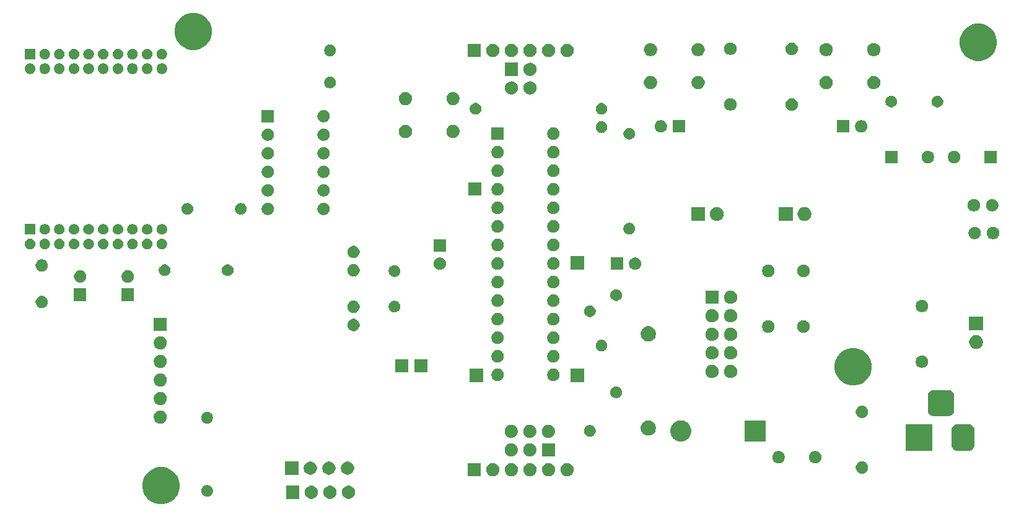
<source format=gbr>
G04 #@! TF.GenerationSoftware,KiCad,Pcbnew,(5.1.5)-3*
G04 #@! TF.CreationDate,2022-01-18T21:17:19-03:00*
G04 #@! TF.ProjectId,Base,42617365-2e6b-4696-9361-645f70636258,rev?*
G04 #@! TF.SameCoordinates,Original*
G04 #@! TF.FileFunction,Soldermask,Top*
G04 #@! TF.FilePolarity,Negative*
%FSLAX46Y46*%
G04 Gerber Fmt 4.6, Leading zero omitted, Abs format (unit mm)*
G04 Created by KiCad (PCBNEW (5.1.5)-3) date 2022-01-18 21:17:19*
%MOMM*%
%LPD*%
G04 APERTURE LIST*
%ADD10C,0.100000*%
G04 APERTURE END LIST*
D10*
G36*
X126944098Y-96347033D02*
G01*
X127408350Y-96539332D01*
X127408352Y-96539333D01*
X127826168Y-96818509D01*
X128181491Y-97173832D01*
X128460667Y-97591648D01*
X128460668Y-97591650D01*
X128652967Y-98055902D01*
X128751000Y-98548747D01*
X128751000Y-99051253D01*
X128652967Y-99544098D01*
X128551632Y-99788742D01*
X128460667Y-100008352D01*
X128181491Y-100426168D01*
X127826168Y-100781491D01*
X127408352Y-101060667D01*
X127408351Y-101060668D01*
X127408350Y-101060668D01*
X126944098Y-101252967D01*
X126451253Y-101351000D01*
X125948747Y-101351000D01*
X125455902Y-101252967D01*
X124991650Y-101060668D01*
X124991649Y-101060668D01*
X124991648Y-101060667D01*
X124573832Y-100781491D01*
X124218509Y-100426168D01*
X123939333Y-100008352D01*
X123848368Y-99788742D01*
X123747033Y-99544098D01*
X123649000Y-99051253D01*
X123649000Y-98548747D01*
X123747033Y-98055902D01*
X123939332Y-97591650D01*
X123939333Y-97591648D01*
X124218509Y-97173832D01*
X124573832Y-96818509D01*
X124991648Y-96539333D01*
X124991650Y-96539332D01*
X125455902Y-96347033D01*
X125948747Y-96249000D01*
X126451253Y-96249000D01*
X126944098Y-96347033D01*
G37*
G36*
X151933512Y-98803927D02*
G01*
X152082812Y-98833624D01*
X152246784Y-98901544D01*
X152394354Y-99000147D01*
X152519853Y-99125646D01*
X152618456Y-99273216D01*
X152686376Y-99437188D01*
X152721000Y-99611259D01*
X152721000Y-99788741D01*
X152686376Y-99962812D01*
X152618456Y-100126784D01*
X152519853Y-100274354D01*
X152394354Y-100399853D01*
X152246784Y-100498456D01*
X152082812Y-100566376D01*
X151933512Y-100596073D01*
X151908742Y-100601000D01*
X151731258Y-100601000D01*
X151706488Y-100596073D01*
X151557188Y-100566376D01*
X151393216Y-100498456D01*
X151245646Y-100399853D01*
X151120147Y-100274354D01*
X151021544Y-100126784D01*
X150953624Y-99962812D01*
X150919000Y-99788741D01*
X150919000Y-99611259D01*
X150953624Y-99437188D01*
X151021544Y-99273216D01*
X151120147Y-99125646D01*
X151245646Y-99000147D01*
X151393216Y-98901544D01*
X151557188Y-98833624D01*
X151706488Y-98803927D01*
X151731258Y-98799000D01*
X151908742Y-98799000D01*
X151933512Y-98803927D01*
G37*
G36*
X149393512Y-98803927D02*
G01*
X149542812Y-98833624D01*
X149706784Y-98901544D01*
X149854354Y-99000147D01*
X149979853Y-99125646D01*
X150078456Y-99273216D01*
X150146376Y-99437188D01*
X150181000Y-99611259D01*
X150181000Y-99788741D01*
X150146376Y-99962812D01*
X150078456Y-100126784D01*
X149979853Y-100274354D01*
X149854354Y-100399853D01*
X149706784Y-100498456D01*
X149542812Y-100566376D01*
X149393512Y-100596073D01*
X149368742Y-100601000D01*
X149191258Y-100601000D01*
X149166488Y-100596073D01*
X149017188Y-100566376D01*
X148853216Y-100498456D01*
X148705646Y-100399853D01*
X148580147Y-100274354D01*
X148481544Y-100126784D01*
X148413624Y-99962812D01*
X148379000Y-99788741D01*
X148379000Y-99611259D01*
X148413624Y-99437188D01*
X148481544Y-99273216D01*
X148580147Y-99125646D01*
X148705646Y-99000147D01*
X148853216Y-98901544D01*
X149017188Y-98833624D01*
X149166488Y-98803927D01*
X149191258Y-98799000D01*
X149368742Y-98799000D01*
X149393512Y-98803927D01*
G37*
G36*
X145101000Y-100601000D02*
G01*
X143299000Y-100601000D01*
X143299000Y-98799000D01*
X145101000Y-98799000D01*
X145101000Y-100601000D01*
G37*
G36*
X146853512Y-98803927D02*
G01*
X147002812Y-98833624D01*
X147166784Y-98901544D01*
X147314354Y-99000147D01*
X147439853Y-99125646D01*
X147538456Y-99273216D01*
X147606376Y-99437188D01*
X147641000Y-99611259D01*
X147641000Y-99788741D01*
X147606376Y-99962812D01*
X147538456Y-100126784D01*
X147439853Y-100274354D01*
X147314354Y-100399853D01*
X147166784Y-100498456D01*
X147002812Y-100566376D01*
X146853512Y-100596073D01*
X146828742Y-100601000D01*
X146651258Y-100601000D01*
X146626488Y-100596073D01*
X146477188Y-100566376D01*
X146313216Y-100498456D01*
X146165646Y-100399853D01*
X146040147Y-100274354D01*
X145941544Y-100126784D01*
X145873624Y-99962812D01*
X145839000Y-99788741D01*
X145839000Y-99611259D01*
X145873624Y-99437188D01*
X145941544Y-99273216D01*
X146040147Y-99125646D01*
X146165646Y-99000147D01*
X146313216Y-98901544D01*
X146477188Y-98833624D01*
X146626488Y-98803927D01*
X146651258Y-98799000D01*
X146828742Y-98799000D01*
X146853512Y-98803927D01*
G37*
G36*
X132733642Y-98729781D02*
G01*
X132879414Y-98790162D01*
X132879416Y-98790163D01*
X133010608Y-98877822D01*
X133122178Y-98989392D01*
X133209837Y-99120584D01*
X133209838Y-99120586D01*
X133270219Y-99266358D01*
X133301000Y-99421107D01*
X133301000Y-99578893D01*
X133270219Y-99733642D01*
X133209838Y-99879414D01*
X133209837Y-99879416D01*
X133122178Y-100010608D01*
X133010608Y-100122178D01*
X132879416Y-100209837D01*
X132879415Y-100209838D01*
X132879414Y-100209838D01*
X132733642Y-100270219D01*
X132578893Y-100301000D01*
X132421107Y-100301000D01*
X132266358Y-100270219D01*
X132120586Y-100209838D01*
X132120585Y-100209838D01*
X132120584Y-100209837D01*
X131989392Y-100122178D01*
X131877822Y-100010608D01*
X131790163Y-99879416D01*
X131790162Y-99879414D01*
X131729781Y-99733642D01*
X131699000Y-99578893D01*
X131699000Y-99421107D01*
X131729781Y-99266358D01*
X131790162Y-99120586D01*
X131790163Y-99120584D01*
X131877822Y-98989392D01*
X131989392Y-98877822D01*
X132120584Y-98790163D01*
X132120586Y-98790162D01*
X132266358Y-98729781D01*
X132421107Y-98699000D01*
X132578893Y-98699000D01*
X132733642Y-98729781D01*
G37*
G36*
X176714508Y-95700147D02*
G01*
X176882812Y-95733624D01*
X177046784Y-95801544D01*
X177194354Y-95900147D01*
X177319853Y-96025646D01*
X177418456Y-96173216D01*
X177486376Y-96337188D01*
X177521000Y-96511259D01*
X177521000Y-96688741D01*
X177486376Y-96862812D01*
X177418456Y-97026784D01*
X177319853Y-97174354D01*
X177194354Y-97299853D01*
X177046784Y-97398456D01*
X176882812Y-97466376D01*
X176733512Y-97496073D01*
X176708742Y-97501000D01*
X176531258Y-97501000D01*
X176506488Y-97496073D01*
X176357188Y-97466376D01*
X176193216Y-97398456D01*
X176045646Y-97299853D01*
X175920147Y-97174354D01*
X175821544Y-97026784D01*
X175753624Y-96862812D01*
X175719000Y-96688741D01*
X175719000Y-96511259D01*
X175753624Y-96337188D01*
X175821544Y-96173216D01*
X175920147Y-96025646D01*
X176045646Y-95900147D01*
X176193216Y-95801544D01*
X176357188Y-95733624D01*
X176525492Y-95700147D01*
X176531258Y-95699000D01*
X176708742Y-95699000D01*
X176714508Y-95700147D01*
G37*
G36*
X169901000Y-97501000D02*
G01*
X168099000Y-97501000D01*
X168099000Y-95699000D01*
X169901000Y-95699000D01*
X169901000Y-97501000D01*
G37*
G36*
X171634508Y-95700147D02*
G01*
X171802812Y-95733624D01*
X171966784Y-95801544D01*
X172114354Y-95900147D01*
X172239853Y-96025646D01*
X172338456Y-96173216D01*
X172406376Y-96337188D01*
X172441000Y-96511259D01*
X172441000Y-96688741D01*
X172406376Y-96862812D01*
X172338456Y-97026784D01*
X172239853Y-97174354D01*
X172114354Y-97299853D01*
X171966784Y-97398456D01*
X171802812Y-97466376D01*
X171653512Y-97496073D01*
X171628742Y-97501000D01*
X171451258Y-97501000D01*
X171426488Y-97496073D01*
X171277188Y-97466376D01*
X171113216Y-97398456D01*
X170965646Y-97299853D01*
X170840147Y-97174354D01*
X170741544Y-97026784D01*
X170673624Y-96862812D01*
X170639000Y-96688741D01*
X170639000Y-96511259D01*
X170673624Y-96337188D01*
X170741544Y-96173216D01*
X170840147Y-96025646D01*
X170965646Y-95900147D01*
X171113216Y-95801544D01*
X171277188Y-95733624D01*
X171445492Y-95700147D01*
X171451258Y-95699000D01*
X171628742Y-95699000D01*
X171634508Y-95700147D01*
G37*
G36*
X174174508Y-95700147D02*
G01*
X174342812Y-95733624D01*
X174506784Y-95801544D01*
X174654354Y-95900147D01*
X174779853Y-96025646D01*
X174878456Y-96173216D01*
X174946376Y-96337188D01*
X174981000Y-96511259D01*
X174981000Y-96688741D01*
X174946376Y-96862812D01*
X174878456Y-97026784D01*
X174779853Y-97174354D01*
X174654354Y-97299853D01*
X174506784Y-97398456D01*
X174342812Y-97466376D01*
X174193512Y-97496073D01*
X174168742Y-97501000D01*
X173991258Y-97501000D01*
X173966488Y-97496073D01*
X173817188Y-97466376D01*
X173653216Y-97398456D01*
X173505646Y-97299853D01*
X173380147Y-97174354D01*
X173281544Y-97026784D01*
X173213624Y-96862812D01*
X173179000Y-96688741D01*
X173179000Y-96511259D01*
X173213624Y-96337188D01*
X173281544Y-96173216D01*
X173380147Y-96025646D01*
X173505646Y-95900147D01*
X173653216Y-95801544D01*
X173817188Y-95733624D01*
X173985492Y-95700147D01*
X173991258Y-95699000D01*
X174168742Y-95699000D01*
X174174508Y-95700147D01*
G37*
G36*
X179254508Y-95700147D02*
G01*
X179422812Y-95733624D01*
X179586784Y-95801544D01*
X179734354Y-95900147D01*
X179859853Y-96025646D01*
X179958456Y-96173216D01*
X180026376Y-96337188D01*
X180061000Y-96511259D01*
X180061000Y-96688741D01*
X180026376Y-96862812D01*
X179958456Y-97026784D01*
X179859853Y-97174354D01*
X179734354Y-97299853D01*
X179586784Y-97398456D01*
X179422812Y-97466376D01*
X179273512Y-97496073D01*
X179248742Y-97501000D01*
X179071258Y-97501000D01*
X179046488Y-97496073D01*
X178897188Y-97466376D01*
X178733216Y-97398456D01*
X178585646Y-97299853D01*
X178460147Y-97174354D01*
X178361544Y-97026784D01*
X178293624Y-96862812D01*
X178259000Y-96688741D01*
X178259000Y-96511259D01*
X178293624Y-96337188D01*
X178361544Y-96173216D01*
X178460147Y-96025646D01*
X178585646Y-95900147D01*
X178733216Y-95801544D01*
X178897188Y-95733624D01*
X179065492Y-95700147D01*
X179071258Y-95699000D01*
X179248742Y-95699000D01*
X179254508Y-95700147D01*
G37*
G36*
X181794508Y-95700147D02*
G01*
X181962812Y-95733624D01*
X182126784Y-95801544D01*
X182274354Y-95900147D01*
X182399853Y-96025646D01*
X182498456Y-96173216D01*
X182566376Y-96337188D01*
X182601000Y-96511259D01*
X182601000Y-96688741D01*
X182566376Y-96862812D01*
X182498456Y-97026784D01*
X182399853Y-97174354D01*
X182274354Y-97299853D01*
X182126784Y-97398456D01*
X181962812Y-97466376D01*
X181813512Y-97496073D01*
X181788742Y-97501000D01*
X181611258Y-97501000D01*
X181586488Y-97496073D01*
X181437188Y-97466376D01*
X181273216Y-97398456D01*
X181125646Y-97299853D01*
X181000147Y-97174354D01*
X180901544Y-97026784D01*
X180833624Y-96862812D01*
X180799000Y-96688741D01*
X180799000Y-96511259D01*
X180833624Y-96337188D01*
X180901544Y-96173216D01*
X181000147Y-96025646D01*
X181125646Y-95900147D01*
X181273216Y-95801544D01*
X181437188Y-95733624D01*
X181605492Y-95700147D01*
X181611258Y-95699000D01*
X181788742Y-95699000D01*
X181794508Y-95700147D01*
G37*
G36*
X149253512Y-95503927D02*
G01*
X149402812Y-95533624D01*
X149566784Y-95601544D01*
X149714354Y-95700147D01*
X149839853Y-95825646D01*
X149938456Y-95973216D01*
X150006376Y-96137188D01*
X150041000Y-96311259D01*
X150041000Y-96488741D01*
X150006376Y-96662812D01*
X149938456Y-96826784D01*
X149839853Y-96974354D01*
X149714354Y-97099853D01*
X149566784Y-97198456D01*
X149402812Y-97266376D01*
X149253512Y-97296073D01*
X149228742Y-97301000D01*
X149051258Y-97301000D01*
X149026488Y-97296073D01*
X148877188Y-97266376D01*
X148713216Y-97198456D01*
X148565646Y-97099853D01*
X148440147Y-96974354D01*
X148341544Y-96826784D01*
X148273624Y-96662812D01*
X148239000Y-96488741D01*
X148239000Y-96311259D01*
X148273624Y-96137188D01*
X148341544Y-95973216D01*
X148440147Y-95825646D01*
X148565646Y-95700147D01*
X148713216Y-95601544D01*
X148877188Y-95533624D01*
X149026488Y-95503927D01*
X149051258Y-95499000D01*
X149228742Y-95499000D01*
X149253512Y-95503927D01*
G37*
G36*
X151793512Y-95503927D02*
G01*
X151942812Y-95533624D01*
X152106784Y-95601544D01*
X152254354Y-95700147D01*
X152379853Y-95825646D01*
X152478456Y-95973216D01*
X152546376Y-96137188D01*
X152581000Y-96311259D01*
X152581000Y-96488741D01*
X152546376Y-96662812D01*
X152478456Y-96826784D01*
X152379853Y-96974354D01*
X152254354Y-97099853D01*
X152106784Y-97198456D01*
X151942812Y-97266376D01*
X151793512Y-97296073D01*
X151768742Y-97301000D01*
X151591258Y-97301000D01*
X151566488Y-97296073D01*
X151417188Y-97266376D01*
X151253216Y-97198456D01*
X151105646Y-97099853D01*
X150980147Y-96974354D01*
X150881544Y-96826784D01*
X150813624Y-96662812D01*
X150779000Y-96488741D01*
X150779000Y-96311259D01*
X150813624Y-96137188D01*
X150881544Y-95973216D01*
X150980147Y-95825646D01*
X151105646Y-95700147D01*
X151253216Y-95601544D01*
X151417188Y-95533624D01*
X151566488Y-95503927D01*
X151591258Y-95499000D01*
X151768742Y-95499000D01*
X151793512Y-95503927D01*
G37*
G36*
X146713512Y-95503927D02*
G01*
X146862812Y-95533624D01*
X147026784Y-95601544D01*
X147174354Y-95700147D01*
X147299853Y-95825646D01*
X147398456Y-95973216D01*
X147466376Y-96137188D01*
X147501000Y-96311259D01*
X147501000Y-96488741D01*
X147466376Y-96662812D01*
X147398456Y-96826784D01*
X147299853Y-96974354D01*
X147174354Y-97099853D01*
X147026784Y-97198456D01*
X146862812Y-97266376D01*
X146713512Y-97296073D01*
X146688742Y-97301000D01*
X146511258Y-97301000D01*
X146486488Y-97296073D01*
X146337188Y-97266376D01*
X146173216Y-97198456D01*
X146025646Y-97099853D01*
X145900147Y-96974354D01*
X145801544Y-96826784D01*
X145733624Y-96662812D01*
X145699000Y-96488741D01*
X145699000Y-96311259D01*
X145733624Y-96137188D01*
X145801544Y-95973216D01*
X145900147Y-95825646D01*
X146025646Y-95700147D01*
X146173216Y-95601544D01*
X146337188Y-95533624D01*
X146486488Y-95503927D01*
X146511258Y-95499000D01*
X146688742Y-95499000D01*
X146713512Y-95503927D01*
G37*
G36*
X144961000Y-97301000D02*
G01*
X143159000Y-97301000D01*
X143159000Y-95499000D01*
X144961000Y-95499000D01*
X144961000Y-97301000D01*
G37*
G36*
X222248228Y-95501703D02*
G01*
X222403100Y-95565853D01*
X222542481Y-95658985D01*
X222661015Y-95777519D01*
X222754147Y-95916900D01*
X222818297Y-96071772D01*
X222851000Y-96236184D01*
X222851000Y-96403816D01*
X222818297Y-96568228D01*
X222754147Y-96723100D01*
X222661015Y-96862481D01*
X222542481Y-96981015D01*
X222403100Y-97074147D01*
X222248228Y-97138297D01*
X222083816Y-97171000D01*
X221916184Y-97171000D01*
X221751772Y-97138297D01*
X221596900Y-97074147D01*
X221457519Y-96981015D01*
X221338985Y-96862481D01*
X221245853Y-96723100D01*
X221181703Y-96568228D01*
X221149000Y-96403816D01*
X221149000Y-96236184D01*
X221181703Y-96071772D01*
X221245853Y-95916900D01*
X221338985Y-95777519D01*
X221457519Y-95658985D01*
X221596900Y-95565853D01*
X221751772Y-95501703D01*
X221916184Y-95469000D01*
X222083816Y-95469000D01*
X222248228Y-95501703D01*
G37*
G36*
X215848228Y-94081703D02*
G01*
X216003100Y-94145853D01*
X216142481Y-94238985D01*
X216261015Y-94357519D01*
X216354147Y-94496900D01*
X216418297Y-94651772D01*
X216451000Y-94816184D01*
X216451000Y-94983816D01*
X216418297Y-95148228D01*
X216354147Y-95303100D01*
X216261015Y-95442481D01*
X216142481Y-95561015D01*
X216003100Y-95654147D01*
X215848228Y-95718297D01*
X215683816Y-95751000D01*
X215516184Y-95751000D01*
X215351772Y-95718297D01*
X215196900Y-95654147D01*
X215057519Y-95561015D01*
X214938985Y-95442481D01*
X214845853Y-95303100D01*
X214781703Y-95148228D01*
X214749000Y-94983816D01*
X214749000Y-94816184D01*
X214781703Y-94651772D01*
X214845853Y-94496900D01*
X214938985Y-94357519D01*
X215057519Y-94238985D01*
X215196900Y-94145853D01*
X215351772Y-94081703D01*
X215516184Y-94049000D01*
X215683816Y-94049000D01*
X215848228Y-94081703D01*
G37*
G36*
X210848228Y-94081703D02*
G01*
X211003100Y-94145853D01*
X211142481Y-94238985D01*
X211261015Y-94357519D01*
X211354147Y-94496900D01*
X211418297Y-94651772D01*
X211451000Y-94816184D01*
X211451000Y-94983816D01*
X211418297Y-95148228D01*
X211354147Y-95303100D01*
X211261015Y-95442481D01*
X211142481Y-95561015D01*
X211003100Y-95654147D01*
X210848228Y-95718297D01*
X210683816Y-95751000D01*
X210516184Y-95751000D01*
X210351772Y-95718297D01*
X210196900Y-95654147D01*
X210057519Y-95561015D01*
X209938985Y-95442481D01*
X209845853Y-95303100D01*
X209781703Y-95148228D01*
X209749000Y-94983816D01*
X209749000Y-94816184D01*
X209781703Y-94651772D01*
X209845853Y-94496900D01*
X209938985Y-94357519D01*
X210057519Y-94238985D01*
X210196900Y-94145853D01*
X210351772Y-94081703D01*
X210516184Y-94049000D01*
X210683816Y-94049000D01*
X210848228Y-94081703D01*
G37*
G36*
X174173512Y-93003927D02*
G01*
X174322812Y-93033624D01*
X174486784Y-93101544D01*
X174634354Y-93200147D01*
X174759853Y-93325646D01*
X174858456Y-93473216D01*
X174926376Y-93637188D01*
X174961000Y-93811259D01*
X174961000Y-93988741D01*
X174926376Y-94162812D01*
X174858456Y-94326784D01*
X174759853Y-94474354D01*
X174634354Y-94599853D01*
X174486784Y-94698456D01*
X174322812Y-94766376D01*
X174173512Y-94796073D01*
X174148742Y-94801000D01*
X173971258Y-94801000D01*
X173946488Y-94796073D01*
X173797188Y-94766376D01*
X173633216Y-94698456D01*
X173485646Y-94599853D01*
X173360147Y-94474354D01*
X173261544Y-94326784D01*
X173193624Y-94162812D01*
X173159000Y-93988741D01*
X173159000Y-93811259D01*
X173193624Y-93637188D01*
X173261544Y-93473216D01*
X173360147Y-93325646D01*
X173485646Y-93200147D01*
X173633216Y-93101544D01*
X173797188Y-93033624D01*
X173946488Y-93003927D01*
X173971258Y-92999000D01*
X174148742Y-92999000D01*
X174173512Y-93003927D01*
G37*
G36*
X176713512Y-93003927D02*
G01*
X176862812Y-93033624D01*
X177026784Y-93101544D01*
X177174354Y-93200147D01*
X177299853Y-93325646D01*
X177398456Y-93473216D01*
X177466376Y-93637188D01*
X177501000Y-93811259D01*
X177501000Y-93988741D01*
X177466376Y-94162812D01*
X177398456Y-94326784D01*
X177299853Y-94474354D01*
X177174354Y-94599853D01*
X177026784Y-94698456D01*
X176862812Y-94766376D01*
X176713512Y-94796073D01*
X176688742Y-94801000D01*
X176511258Y-94801000D01*
X176486488Y-94796073D01*
X176337188Y-94766376D01*
X176173216Y-94698456D01*
X176025646Y-94599853D01*
X175900147Y-94474354D01*
X175801544Y-94326784D01*
X175733624Y-94162812D01*
X175699000Y-93988741D01*
X175699000Y-93811259D01*
X175733624Y-93637188D01*
X175801544Y-93473216D01*
X175900147Y-93325646D01*
X176025646Y-93200147D01*
X176173216Y-93101544D01*
X176337188Y-93033624D01*
X176486488Y-93003927D01*
X176511258Y-92999000D01*
X176688742Y-92999000D01*
X176713512Y-93003927D01*
G37*
G36*
X180041000Y-94801000D02*
G01*
X178239000Y-94801000D01*
X178239000Y-92999000D01*
X180041000Y-92999000D01*
X180041000Y-94801000D01*
G37*
G36*
X236776979Y-90413293D02*
G01*
X236910625Y-90453834D01*
X237033784Y-90519664D01*
X237141740Y-90608260D01*
X237230336Y-90716216D01*
X237296166Y-90839375D01*
X237336707Y-90973021D01*
X237351000Y-91118140D01*
X237351000Y-93281860D01*
X237336707Y-93426979D01*
X237296166Y-93560625D01*
X237230336Y-93683784D01*
X237141740Y-93791740D01*
X237033784Y-93880336D01*
X236910625Y-93946166D01*
X236776979Y-93986707D01*
X236631860Y-94001000D01*
X234968140Y-94001000D01*
X234823021Y-93986707D01*
X234689375Y-93946166D01*
X234566216Y-93880336D01*
X234458260Y-93791740D01*
X234369664Y-93683784D01*
X234303834Y-93560625D01*
X234263293Y-93426979D01*
X234249000Y-93281860D01*
X234249000Y-91118140D01*
X234263293Y-90973021D01*
X234303834Y-90839375D01*
X234369664Y-90716216D01*
X234458260Y-90608260D01*
X234566216Y-90519664D01*
X234689375Y-90453834D01*
X234823021Y-90413293D01*
X234968140Y-90399000D01*
X236631860Y-90399000D01*
X236776979Y-90413293D01*
G37*
G36*
X231601000Y-94001000D02*
G01*
X227999000Y-94001000D01*
X227999000Y-90399000D01*
X231601000Y-90399000D01*
X231601000Y-94001000D01*
G37*
G36*
X197663241Y-89904760D02*
G01*
X197927305Y-90014139D01*
X198164958Y-90172934D01*
X198367066Y-90375042D01*
X198525861Y-90612695D01*
X198635240Y-90876759D01*
X198691000Y-91157088D01*
X198691000Y-91442912D01*
X198635240Y-91723241D01*
X198525861Y-91987305D01*
X198367066Y-92224958D01*
X198164958Y-92427066D01*
X197927305Y-92585861D01*
X197663241Y-92695240D01*
X197382912Y-92751000D01*
X197097088Y-92751000D01*
X196816759Y-92695240D01*
X196552695Y-92585861D01*
X196315042Y-92427066D01*
X196112934Y-92224958D01*
X195954139Y-91987305D01*
X195844760Y-91723241D01*
X195789000Y-91442912D01*
X195789000Y-91157088D01*
X195844760Y-90876759D01*
X195954139Y-90612695D01*
X196112934Y-90375042D01*
X196315042Y-90172934D01*
X196552695Y-90014139D01*
X196816759Y-89904760D01*
X197097088Y-89849000D01*
X197382912Y-89849000D01*
X197663241Y-89904760D01*
G37*
G36*
X208851000Y-92751000D02*
G01*
X205949000Y-92751000D01*
X205949000Y-89849000D01*
X208851000Y-89849000D01*
X208851000Y-92751000D01*
G37*
G36*
X179253512Y-90463927D02*
G01*
X179402812Y-90493624D01*
X179566784Y-90561544D01*
X179714354Y-90660147D01*
X179839853Y-90785646D01*
X179938456Y-90933216D01*
X180006376Y-91097188D01*
X180041000Y-91271259D01*
X180041000Y-91448741D01*
X180006376Y-91622812D01*
X179938456Y-91786784D01*
X179839853Y-91934354D01*
X179714354Y-92059853D01*
X179566784Y-92158456D01*
X179402812Y-92226376D01*
X179253512Y-92256073D01*
X179228742Y-92261000D01*
X179051258Y-92261000D01*
X179026488Y-92256073D01*
X178877188Y-92226376D01*
X178713216Y-92158456D01*
X178565646Y-92059853D01*
X178440147Y-91934354D01*
X178341544Y-91786784D01*
X178273624Y-91622812D01*
X178239000Y-91448741D01*
X178239000Y-91271259D01*
X178273624Y-91097188D01*
X178341544Y-90933216D01*
X178440147Y-90785646D01*
X178565646Y-90660147D01*
X178713216Y-90561544D01*
X178877188Y-90493624D01*
X179026488Y-90463927D01*
X179051258Y-90459000D01*
X179228742Y-90459000D01*
X179253512Y-90463927D01*
G37*
G36*
X174173512Y-90463927D02*
G01*
X174322812Y-90493624D01*
X174486784Y-90561544D01*
X174634354Y-90660147D01*
X174759853Y-90785646D01*
X174858456Y-90933216D01*
X174926376Y-91097188D01*
X174961000Y-91271259D01*
X174961000Y-91448741D01*
X174926376Y-91622812D01*
X174858456Y-91786784D01*
X174759853Y-91934354D01*
X174634354Y-92059853D01*
X174486784Y-92158456D01*
X174322812Y-92226376D01*
X174173512Y-92256073D01*
X174148742Y-92261000D01*
X173971258Y-92261000D01*
X173946488Y-92256073D01*
X173797188Y-92226376D01*
X173633216Y-92158456D01*
X173485646Y-92059853D01*
X173360147Y-91934354D01*
X173261544Y-91786784D01*
X173193624Y-91622812D01*
X173159000Y-91448741D01*
X173159000Y-91271259D01*
X173193624Y-91097188D01*
X173261544Y-90933216D01*
X173360147Y-90785646D01*
X173485646Y-90660147D01*
X173633216Y-90561544D01*
X173797188Y-90493624D01*
X173946488Y-90463927D01*
X173971258Y-90459000D01*
X174148742Y-90459000D01*
X174173512Y-90463927D01*
G37*
G36*
X176713512Y-90463927D02*
G01*
X176862812Y-90493624D01*
X177026784Y-90561544D01*
X177174354Y-90660147D01*
X177299853Y-90785646D01*
X177398456Y-90933216D01*
X177466376Y-91097188D01*
X177501000Y-91271259D01*
X177501000Y-91448741D01*
X177466376Y-91622812D01*
X177398456Y-91786784D01*
X177299853Y-91934354D01*
X177174354Y-92059853D01*
X177026784Y-92158456D01*
X176862812Y-92226376D01*
X176713512Y-92256073D01*
X176688742Y-92261000D01*
X176511258Y-92261000D01*
X176486488Y-92256073D01*
X176337188Y-92226376D01*
X176173216Y-92158456D01*
X176025646Y-92059853D01*
X175900147Y-91934354D01*
X175801544Y-91786784D01*
X175733624Y-91622812D01*
X175699000Y-91448741D01*
X175699000Y-91271259D01*
X175733624Y-91097188D01*
X175801544Y-90933216D01*
X175900147Y-90785646D01*
X176025646Y-90660147D01*
X176173216Y-90561544D01*
X176337188Y-90493624D01*
X176486488Y-90463927D01*
X176511258Y-90459000D01*
X176688742Y-90459000D01*
X176713512Y-90463927D01*
G37*
G36*
X185033642Y-90529781D02*
G01*
X185179414Y-90590162D01*
X185179416Y-90590163D01*
X185310608Y-90677822D01*
X185422178Y-90789392D01*
X185455575Y-90839375D01*
X185509838Y-90920586D01*
X185570219Y-91066358D01*
X185601000Y-91221107D01*
X185601000Y-91378893D01*
X185570219Y-91533642D01*
X185533283Y-91622812D01*
X185509837Y-91679416D01*
X185422178Y-91810608D01*
X185310608Y-91922178D01*
X185179416Y-92009837D01*
X185179415Y-92009838D01*
X185179414Y-92009838D01*
X185033642Y-92070219D01*
X184878893Y-92101000D01*
X184721107Y-92101000D01*
X184566358Y-92070219D01*
X184420586Y-92009838D01*
X184420585Y-92009838D01*
X184420584Y-92009837D01*
X184289392Y-91922178D01*
X184177822Y-91810608D01*
X184090163Y-91679416D01*
X184066717Y-91622812D01*
X184029781Y-91533642D01*
X183999000Y-91378893D01*
X183999000Y-91221107D01*
X184029781Y-91066358D01*
X184090162Y-90920586D01*
X184144425Y-90839375D01*
X184177822Y-90789392D01*
X184289392Y-90677822D01*
X184420584Y-90590163D01*
X184420586Y-90590162D01*
X184566358Y-90529781D01*
X184721107Y-90499000D01*
X184878893Y-90499000D01*
X185033642Y-90529781D01*
G37*
G36*
X193106564Y-89889389D02*
G01*
X193297833Y-89968615D01*
X193297835Y-89968616D01*
X193360679Y-90010607D01*
X193469973Y-90083635D01*
X193616365Y-90230027D01*
X193731385Y-90402167D01*
X193810611Y-90593436D01*
X193851000Y-90796484D01*
X193851000Y-91003516D01*
X193810611Y-91206564D01*
X193739230Y-91378893D01*
X193731384Y-91397835D01*
X193616365Y-91569973D01*
X193469973Y-91716365D01*
X193297835Y-91831384D01*
X193297834Y-91831385D01*
X193297833Y-91831385D01*
X193106564Y-91910611D01*
X192903516Y-91951000D01*
X192696484Y-91951000D01*
X192493436Y-91910611D01*
X192302167Y-91831385D01*
X192302166Y-91831385D01*
X192302165Y-91831384D01*
X192130027Y-91716365D01*
X191983635Y-91569973D01*
X191868616Y-91397835D01*
X191860770Y-91378893D01*
X191789389Y-91206564D01*
X191749000Y-91003516D01*
X191749000Y-90796484D01*
X191789389Y-90593436D01*
X191868615Y-90402167D01*
X191983635Y-90230027D01*
X192130027Y-90083635D01*
X192239321Y-90010607D01*
X192302165Y-89968616D01*
X192302167Y-89968615D01*
X192493436Y-89889389D01*
X192696484Y-89849000D01*
X192903516Y-89849000D01*
X193106564Y-89889389D01*
G37*
G36*
X132733642Y-88729781D02*
G01*
X132864091Y-88783815D01*
X132879416Y-88790163D01*
X133010608Y-88877822D01*
X133122178Y-88989392D01*
X133209837Y-89120584D01*
X133209838Y-89120586D01*
X133270219Y-89266358D01*
X133301000Y-89421107D01*
X133301000Y-89578893D01*
X133270219Y-89733642D01*
X133231639Y-89826782D01*
X133209837Y-89879416D01*
X133122178Y-90010608D01*
X133010608Y-90122178D01*
X132879416Y-90209837D01*
X132879415Y-90209838D01*
X132879414Y-90209838D01*
X132733642Y-90270219D01*
X132578893Y-90301000D01*
X132421107Y-90301000D01*
X132266358Y-90270219D01*
X132120586Y-90209838D01*
X132120585Y-90209838D01*
X132120584Y-90209837D01*
X131989392Y-90122178D01*
X131877822Y-90010608D01*
X131790163Y-89879416D01*
X131768361Y-89826782D01*
X131729781Y-89733642D01*
X131699000Y-89578893D01*
X131699000Y-89421107D01*
X131729781Y-89266358D01*
X131790162Y-89120586D01*
X131790163Y-89120584D01*
X131877822Y-88989392D01*
X131989392Y-88877822D01*
X132120584Y-88790163D01*
X132135909Y-88783815D01*
X132266358Y-88729781D01*
X132421107Y-88699000D01*
X132578893Y-88699000D01*
X132733642Y-88729781D01*
G37*
G36*
X126213512Y-88503927D02*
G01*
X126362812Y-88533624D01*
X126526784Y-88601544D01*
X126674354Y-88700147D01*
X126799853Y-88825646D01*
X126898456Y-88973216D01*
X126966376Y-89137188D01*
X126992069Y-89266357D01*
X126998960Y-89301000D01*
X127001000Y-89311259D01*
X127001000Y-89488741D01*
X126966376Y-89662812D01*
X126898456Y-89826784D01*
X126799853Y-89974354D01*
X126674354Y-90099853D01*
X126526784Y-90198456D01*
X126362812Y-90266376D01*
X126213512Y-90296073D01*
X126188742Y-90301000D01*
X126011258Y-90301000D01*
X125986488Y-90296073D01*
X125837188Y-90266376D01*
X125673216Y-90198456D01*
X125525646Y-90099853D01*
X125400147Y-89974354D01*
X125301544Y-89826784D01*
X125233624Y-89662812D01*
X125199000Y-89488741D01*
X125199000Y-89311259D01*
X125201041Y-89301000D01*
X125207931Y-89266357D01*
X125233624Y-89137188D01*
X125301544Y-88973216D01*
X125400147Y-88825646D01*
X125525646Y-88700147D01*
X125673216Y-88601544D01*
X125837188Y-88533624D01*
X125986488Y-88503927D01*
X126011258Y-88499000D01*
X126188742Y-88499000D01*
X126213512Y-88503927D01*
G37*
G36*
X222248228Y-87881703D02*
G01*
X222403100Y-87945853D01*
X222542481Y-88038985D01*
X222661015Y-88157519D01*
X222754147Y-88296900D01*
X222818297Y-88451772D01*
X222851000Y-88616184D01*
X222851000Y-88783816D01*
X222818297Y-88948228D01*
X222754147Y-89103100D01*
X222661015Y-89242481D01*
X222542481Y-89361015D01*
X222403100Y-89454147D01*
X222248228Y-89518297D01*
X222083816Y-89551000D01*
X221916184Y-89551000D01*
X221751772Y-89518297D01*
X221596900Y-89454147D01*
X221457519Y-89361015D01*
X221338985Y-89242481D01*
X221245853Y-89103100D01*
X221181703Y-88948228D01*
X221149000Y-88783816D01*
X221149000Y-88616184D01*
X221181703Y-88451772D01*
X221245853Y-88296900D01*
X221338985Y-88157519D01*
X221457519Y-88038985D01*
X221596900Y-87945853D01*
X221751772Y-87881703D01*
X221916184Y-87849000D01*
X222083816Y-87849000D01*
X222248228Y-87881703D01*
G37*
G36*
X233926366Y-85715695D02*
G01*
X234083460Y-85763349D01*
X234228231Y-85840731D01*
X234355128Y-85944872D01*
X234459269Y-86071769D01*
X234536651Y-86216540D01*
X234584305Y-86373634D01*
X234601000Y-86543140D01*
X234601000Y-88456860D01*
X234584305Y-88626366D01*
X234536651Y-88783460D01*
X234459269Y-88928231D01*
X234355128Y-89055128D01*
X234228231Y-89159269D01*
X234083460Y-89236651D01*
X233926366Y-89284305D01*
X233756860Y-89301000D01*
X231843140Y-89301000D01*
X231673634Y-89284305D01*
X231516540Y-89236651D01*
X231371769Y-89159269D01*
X231244872Y-89055128D01*
X231140731Y-88928231D01*
X231063349Y-88783460D01*
X231015695Y-88626366D01*
X230999000Y-88456860D01*
X230999000Y-86543140D01*
X231015695Y-86373634D01*
X231063349Y-86216540D01*
X231140731Y-86071769D01*
X231244872Y-85944872D01*
X231371769Y-85840731D01*
X231516540Y-85763349D01*
X231673634Y-85715695D01*
X231843140Y-85699000D01*
X233756860Y-85699000D01*
X233926366Y-85715695D01*
G37*
G36*
X126207594Y-85962750D02*
G01*
X126362812Y-85993624D01*
X126526784Y-86061544D01*
X126674354Y-86160147D01*
X126799853Y-86285646D01*
X126898456Y-86433216D01*
X126966376Y-86597188D01*
X127001000Y-86771259D01*
X127001000Y-86948741D01*
X126966376Y-87122812D01*
X126898456Y-87286784D01*
X126799853Y-87434354D01*
X126674354Y-87559853D01*
X126526784Y-87658456D01*
X126362812Y-87726376D01*
X126213512Y-87756073D01*
X126188742Y-87761000D01*
X126011258Y-87761000D01*
X125986488Y-87756073D01*
X125837188Y-87726376D01*
X125673216Y-87658456D01*
X125525646Y-87559853D01*
X125400147Y-87434354D01*
X125301544Y-87286784D01*
X125233624Y-87122812D01*
X125199000Y-86948741D01*
X125199000Y-86771259D01*
X125233624Y-86597188D01*
X125301544Y-86433216D01*
X125400147Y-86285646D01*
X125525646Y-86160147D01*
X125673216Y-86061544D01*
X125837188Y-85993624D01*
X125992406Y-85962750D01*
X126011258Y-85959000D01*
X126188742Y-85959000D01*
X126207594Y-85962750D01*
G37*
G36*
X188633642Y-85229781D02*
G01*
X188779414Y-85290162D01*
X188779416Y-85290163D01*
X188910608Y-85377822D01*
X189022178Y-85489392D01*
X189109837Y-85620584D01*
X189109838Y-85620586D01*
X189170219Y-85766358D01*
X189201000Y-85921107D01*
X189201000Y-86078893D01*
X189170219Y-86233642D01*
X189112232Y-86373634D01*
X189109837Y-86379416D01*
X189022178Y-86510608D01*
X188910608Y-86622178D01*
X188779416Y-86709837D01*
X188779415Y-86709838D01*
X188779414Y-86709838D01*
X188633642Y-86770219D01*
X188478893Y-86801000D01*
X188321107Y-86801000D01*
X188166358Y-86770219D01*
X188020586Y-86709838D01*
X188020585Y-86709838D01*
X188020584Y-86709837D01*
X187889392Y-86622178D01*
X187777822Y-86510608D01*
X187690163Y-86379416D01*
X187687768Y-86373634D01*
X187629781Y-86233642D01*
X187599000Y-86078893D01*
X187599000Y-85921107D01*
X187629781Y-85766358D01*
X187690162Y-85620586D01*
X187690163Y-85620584D01*
X187777822Y-85489392D01*
X187889392Y-85377822D01*
X188020584Y-85290163D01*
X188020586Y-85290162D01*
X188166358Y-85229781D01*
X188321107Y-85199000D01*
X188478893Y-85199000D01*
X188633642Y-85229781D01*
G37*
G36*
X126213512Y-83423927D02*
G01*
X126362812Y-83453624D01*
X126526784Y-83521544D01*
X126674354Y-83620147D01*
X126799853Y-83745646D01*
X126898456Y-83893216D01*
X126966376Y-84057188D01*
X127001000Y-84231259D01*
X127001000Y-84408741D01*
X126966376Y-84582812D01*
X126898456Y-84746784D01*
X126799853Y-84894354D01*
X126674354Y-85019853D01*
X126526784Y-85118456D01*
X126362812Y-85186376D01*
X126213512Y-85216073D01*
X126188742Y-85221000D01*
X126011258Y-85221000D01*
X125986488Y-85216073D01*
X125837188Y-85186376D01*
X125673216Y-85118456D01*
X125525646Y-85019853D01*
X125400147Y-84894354D01*
X125301544Y-84746784D01*
X125233624Y-84582812D01*
X125199000Y-84408741D01*
X125199000Y-84231259D01*
X125233624Y-84057188D01*
X125301544Y-83893216D01*
X125400147Y-83745646D01*
X125525646Y-83620147D01*
X125673216Y-83521544D01*
X125837188Y-83453624D01*
X125986488Y-83423927D01*
X126011258Y-83419000D01*
X126188742Y-83419000D01*
X126213512Y-83423927D01*
G37*
G36*
X221544098Y-80047033D02*
G01*
X221881468Y-80186776D01*
X222008352Y-80239333D01*
X222426168Y-80518509D01*
X222781491Y-80873832D01*
X223003202Y-81205646D01*
X223060668Y-81291650D01*
X223252967Y-81755902D01*
X223351000Y-82248747D01*
X223351000Y-82751253D01*
X223252967Y-83244098D01*
X223108354Y-83593225D01*
X223060667Y-83708352D01*
X222781491Y-84126168D01*
X222426168Y-84481491D01*
X222008352Y-84760667D01*
X222008351Y-84760668D01*
X222008350Y-84760668D01*
X221544098Y-84952967D01*
X221051253Y-85051000D01*
X220548747Y-85051000D01*
X220055902Y-84952967D01*
X219591650Y-84760668D01*
X219591649Y-84760668D01*
X219591648Y-84760667D01*
X219173832Y-84481491D01*
X218818509Y-84126168D01*
X218539333Y-83708352D01*
X218491646Y-83593225D01*
X218347033Y-83244098D01*
X218249000Y-82751253D01*
X218249000Y-82248747D01*
X218347033Y-81755902D01*
X218539332Y-81291650D01*
X218596798Y-81205646D01*
X218818509Y-80873832D01*
X219173832Y-80518509D01*
X219591648Y-80239333D01*
X219718532Y-80186776D01*
X220055902Y-80047033D01*
X220548747Y-79949000D01*
X221051253Y-79949000D01*
X221544098Y-80047033D01*
G37*
G36*
X170201000Y-84601000D02*
G01*
X168399000Y-84601000D01*
X168399000Y-82799000D01*
X170201000Y-82799000D01*
X170201000Y-84601000D01*
G37*
G36*
X184001000Y-84601000D02*
G01*
X182199000Y-84601000D01*
X182199000Y-82799000D01*
X184001000Y-82799000D01*
X184001000Y-84601000D01*
G37*
G36*
X172448228Y-82801703D02*
G01*
X172603100Y-82865853D01*
X172742481Y-82958985D01*
X172861015Y-83077519D01*
X172954147Y-83216900D01*
X173018297Y-83371772D01*
X173051000Y-83536184D01*
X173051000Y-83703816D01*
X173018297Y-83868228D01*
X172954147Y-84023100D01*
X172861015Y-84162481D01*
X172742481Y-84281015D01*
X172603100Y-84374147D01*
X172448228Y-84438297D01*
X172283816Y-84471000D01*
X172116184Y-84471000D01*
X171951772Y-84438297D01*
X171796900Y-84374147D01*
X171657519Y-84281015D01*
X171538985Y-84162481D01*
X171445853Y-84023100D01*
X171381703Y-83868228D01*
X171349000Y-83703816D01*
X171349000Y-83536184D01*
X171381703Y-83371772D01*
X171445853Y-83216900D01*
X171538985Y-83077519D01*
X171657519Y-82958985D01*
X171796900Y-82865853D01*
X171951772Y-82801703D01*
X172116184Y-82769000D01*
X172283816Y-82769000D01*
X172448228Y-82801703D01*
G37*
G36*
X180068228Y-82801703D02*
G01*
X180223100Y-82865853D01*
X180362481Y-82958985D01*
X180481015Y-83077519D01*
X180574147Y-83216900D01*
X180638297Y-83371772D01*
X180671000Y-83536184D01*
X180671000Y-83703816D01*
X180638297Y-83868228D01*
X180574147Y-84023100D01*
X180481015Y-84162481D01*
X180362481Y-84281015D01*
X180223100Y-84374147D01*
X180068228Y-84438297D01*
X179903816Y-84471000D01*
X179736184Y-84471000D01*
X179571772Y-84438297D01*
X179416900Y-84374147D01*
X179277519Y-84281015D01*
X179158985Y-84162481D01*
X179065853Y-84023100D01*
X179001703Y-83868228D01*
X178969000Y-83703816D01*
X178969000Y-83536184D01*
X179001703Y-83371772D01*
X179065853Y-83216900D01*
X179158985Y-83077519D01*
X179277519Y-82958985D01*
X179416900Y-82865853D01*
X179571772Y-82801703D01*
X179736184Y-82769000D01*
X179903816Y-82769000D01*
X180068228Y-82801703D01*
G37*
G36*
X204306778Y-82280547D02*
G01*
X204473224Y-82349491D01*
X204623022Y-82449583D01*
X204750417Y-82576978D01*
X204850509Y-82726776D01*
X204919453Y-82893222D01*
X204954600Y-83069918D01*
X204954600Y-83250082D01*
X204919453Y-83426778D01*
X204850509Y-83593224D01*
X204750417Y-83743022D01*
X204623022Y-83870417D01*
X204473224Y-83970509D01*
X204306778Y-84039453D01*
X204130082Y-84074600D01*
X203949918Y-84074600D01*
X203773222Y-84039453D01*
X203606776Y-83970509D01*
X203456978Y-83870417D01*
X203329583Y-83743022D01*
X203229491Y-83593224D01*
X203160547Y-83426778D01*
X203125400Y-83250082D01*
X203125400Y-83069918D01*
X203160547Y-82893222D01*
X203229491Y-82726776D01*
X203329583Y-82576978D01*
X203456978Y-82449583D01*
X203606776Y-82349491D01*
X203773222Y-82280547D01*
X203949918Y-82245400D01*
X204130082Y-82245400D01*
X204306778Y-82280547D01*
G37*
G36*
X201766778Y-82280547D02*
G01*
X201933224Y-82349491D01*
X202083022Y-82449583D01*
X202210417Y-82576978D01*
X202310509Y-82726776D01*
X202379453Y-82893222D01*
X202414600Y-83069918D01*
X202414600Y-83250082D01*
X202379453Y-83426778D01*
X202310509Y-83593224D01*
X202210417Y-83743022D01*
X202083022Y-83870417D01*
X201933224Y-83970509D01*
X201766778Y-84039453D01*
X201590082Y-84074600D01*
X201409918Y-84074600D01*
X201233222Y-84039453D01*
X201066776Y-83970509D01*
X200916978Y-83870417D01*
X200789583Y-83743022D01*
X200689491Y-83593224D01*
X200620547Y-83426778D01*
X200585400Y-83250082D01*
X200585400Y-83069918D01*
X200620547Y-82893222D01*
X200689491Y-82726776D01*
X200789583Y-82576978D01*
X200916978Y-82449583D01*
X201066776Y-82349491D01*
X201233222Y-82280547D01*
X201409918Y-82245400D01*
X201590082Y-82245400D01*
X201766778Y-82280547D01*
G37*
G36*
X162601000Y-83301000D02*
G01*
X160799000Y-83301000D01*
X160799000Y-81499000D01*
X162601000Y-81499000D01*
X162601000Y-83301000D01*
G37*
G36*
X160001000Y-83301000D02*
G01*
X158199000Y-83301000D01*
X158199000Y-81499000D01*
X160001000Y-81499000D01*
X160001000Y-83301000D01*
G37*
G36*
X126213512Y-80883927D02*
G01*
X126362812Y-80913624D01*
X126526784Y-80981544D01*
X126674354Y-81080147D01*
X126799853Y-81205646D01*
X126898456Y-81353216D01*
X126966376Y-81517188D01*
X127001000Y-81691259D01*
X127001000Y-81868741D01*
X126966376Y-82042812D01*
X126898456Y-82206784D01*
X126799853Y-82354354D01*
X126674354Y-82479853D01*
X126526784Y-82578456D01*
X126362812Y-82646376D01*
X126213512Y-82676073D01*
X126188742Y-82681000D01*
X126011258Y-82681000D01*
X125986488Y-82676073D01*
X125837188Y-82646376D01*
X125673216Y-82578456D01*
X125525646Y-82479853D01*
X125400147Y-82354354D01*
X125301544Y-82206784D01*
X125233624Y-82042812D01*
X125199000Y-81868741D01*
X125199000Y-81691259D01*
X125233624Y-81517188D01*
X125301544Y-81353216D01*
X125400147Y-81205646D01*
X125525646Y-81080147D01*
X125673216Y-80981544D01*
X125837188Y-80913624D01*
X125986488Y-80883927D01*
X126011258Y-80879000D01*
X126188742Y-80879000D01*
X126213512Y-80883927D01*
G37*
G36*
X230448228Y-81001703D02*
G01*
X230603100Y-81065853D01*
X230742481Y-81158985D01*
X230861015Y-81277519D01*
X230954147Y-81416900D01*
X231018297Y-81571772D01*
X231051000Y-81736184D01*
X231051000Y-81903816D01*
X231018297Y-82068228D01*
X230954147Y-82223100D01*
X230861015Y-82362481D01*
X230742481Y-82481015D01*
X230603100Y-82574147D01*
X230448228Y-82638297D01*
X230283816Y-82671000D01*
X230116184Y-82671000D01*
X229951772Y-82638297D01*
X229796900Y-82574147D01*
X229657519Y-82481015D01*
X229538985Y-82362481D01*
X229445853Y-82223100D01*
X229381703Y-82068228D01*
X229349000Y-81903816D01*
X229349000Y-81736184D01*
X229381703Y-81571772D01*
X229445853Y-81416900D01*
X229538985Y-81277519D01*
X229657519Y-81158985D01*
X229796900Y-81065853D01*
X229951772Y-81001703D01*
X230116184Y-80969000D01*
X230283816Y-80969000D01*
X230448228Y-81001703D01*
G37*
G36*
X172448228Y-80261703D02*
G01*
X172603100Y-80325853D01*
X172742481Y-80418985D01*
X172861015Y-80537519D01*
X172954147Y-80676900D01*
X173018297Y-80831772D01*
X173051000Y-80996184D01*
X173051000Y-81163816D01*
X173018297Y-81328228D01*
X172954147Y-81483100D01*
X172861015Y-81622481D01*
X172742481Y-81741015D01*
X172603100Y-81834147D01*
X172448228Y-81898297D01*
X172283816Y-81931000D01*
X172116184Y-81931000D01*
X171951772Y-81898297D01*
X171796900Y-81834147D01*
X171657519Y-81741015D01*
X171538985Y-81622481D01*
X171445853Y-81483100D01*
X171381703Y-81328228D01*
X171349000Y-81163816D01*
X171349000Y-80996184D01*
X171381703Y-80831772D01*
X171445853Y-80676900D01*
X171538985Y-80537519D01*
X171657519Y-80418985D01*
X171796900Y-80325853D01*
X171951772Y-80261703D01*
X172116184Y-80229000D01*
X172283816Y-80229000D01*
X172448228Y-80261703D01*
G37*
G36*
X180068228Y-80261703D02*
G01*
X180223100Y-80325853D01*
X180362481Y-80418985D01*
X180481015Y-80537519D01*
X180574147Y-80676900D01*
X180638297Y-80831772D01*
X180671000Y-80996184D01*
X180671000Y-81163816D01*
X180638297Y-81328228D01*
X180574147Y-81483100D01*
X180481015Y-81622481D01*
X180362481Y-81741015D01*
X180223100Y-81834147D01*
X180068228Y-81898297D01*
X179903816Y-81931000D01*
X179736184Y-81931000D01*
X179571772Y-81898297D01*
X179416900Y-81834147D01*
X179277519Y-81741015D01*
X179158985Y-81622481D01*
X179065853Y-81483100D01*
X179001703Y-81328228D01*
X178969000Y-81163816D01*
X178969000Y-80996184D01*
X179001703Y-80831772D01*
X179065853Y-80676900D01*
X179158985Y-80537519D01*
X179277519Y-80418985D01*
X179416900Y-80325853D01*
X179571772Y-80261703D01*
X179736184Y-80229000D01*
X179903816Y-80229000D01*
X180068228Y-80261703D01*
G37*
G36*
X204306778Y-79740547D02*
G01*
X204473224Y-79809491D01*
X204623022Y-79909583D01*
X204750417Y-80036978D01*
X204850509Y-80186776D01*
X204919453Y-80353222D01*
X204954600Y-80529918D01*
X204954600Y-80710082D01*
X204919453Y-80886778D01*
X204850509Y-81053224D01*
X204750417Y-81203022D01*
X204623022Y-81330417D01*
X204473224Y-81430509D01*
X204306778Y-81499453D01*
X204130082Y-81534600D01*
X203949918Y-81534600D01*
X203773222Y-81499453D01*
X203606776Y-81430509D01*
X203456978Y-81330417D01*
X203329583Y-81203022D01*
X203229491Y-81053224D01*
X203160547Y-80886778D01*
X203125400Y-80710082D01*
X203125400Y-80529918D01*
X203160547Y-80353222D01*
X203229491Y-80186776D01*
X203329583Y-80036978D01*
X203456978Y-79909583D01*
X203606776Y-79809491D01*
X203773222Y-79740547D01*
X203949918Y-79705400D01*
X204130082Y-79705400D01*
X204306778Y-79740547D01*
G37*
G36*
X201766778Y-79740547D02*
G01*
X201933224Y-79809491D01*
X202083022Y-79909583D01*
X202210417Y-80036978D01*
X202310509Y-80186776D01*
X202379453Y-80353222D01*
X202414600Y-80529918D01*
X202414600Y-80710082D01*
X202379453Y-80886778D01*
X202310509Y-81053224D01*
X202210417Y-81203022D01*
X202083022Y-81330417D01*
X201933224Y-81430509D01*
X201766778Y-81499453D01*
X201590082Y-81534600D01*
X201409918Y-81534600D01*
X201233222Y-81499453D01*
X201066776Y-81430509D01*
X200916978Y-81330417D01*
X200789583Y-81203022D01*
X200689491Y-81053224D01*
X200620547Y-80886778D01*
X200585400Y-80710082D01*
X200585400Y-80529918D01*
X200620547Y-80353222D01*
X200689491Y-80186776D01*
X200789583Y-80036978D01*
X200916978Y-79909583D01*
X201066776Y-79809491D01*
X201233222Y-79740547D01*
X201409918Y-79705400D01*
X201590082Y-79705400D01*
X201766778Y-79740547D01*
G37*
G36*
X186633642Y-78829781D02*
G01*
X186779414Y-78890162D01*
X186779416Y-78890163D01*
X186910608Y-78977822D01*
X187022178Y-79089392D01*
X187109837Y-79220584D01*
X187109838Y-79220586D01*
X187170219Y-79366358D01*
X187201000Y-79521107D01*
X187201000Y-79678893D01*
X187170219Y-79833642D01*
X187122436Y-79949000D01*
X187109837Y-79979416D01*
X187022178Y-80110608D01*
X186910608Y-80222178D01*
X186779416Y-80309837D01*
X186779415Y-80309838D01*
X186779414Y-80309838D01*
X186633642Y-80370219D01*
X186478893Y-80401000D01*
X186321107Y-80401000D01*
X186166358Y-80370219D01*
X186020586Y-80309838D01*
X186020585Y-80309838D01*
X186020584Y-80309837D01*
X185889392Y-80222178D01*
X185777822Y-80110608D01*
X185690163Y-79979416D01*
X185677564Y-79949000D01*
X185629781Y-79833642D01*
X185599000Y-79678893D01*
X185599000Y-79521107D01*
X185629781Y-79366358D01*
X185690162Y-79220586D01*
X185690163Y-79220584D01*
X185777822Y-79089392D01*
X185889392Y-78977822D01*
X186020584Y-78890163D01*
X186020586Y-78890162D01*
X186166358Y-78829781D01*
X186321107Y-78799000D01*
X186478893Y-78799000D01*
X186633642Y-78829781D01*
G37*
G36*
X126213512Y-78343927D02*
G01*
X126362812Y-78373624D01*
X126526784Y-78441544D01*
X126674354Y-78540147D01*
X126799853Y-78665646D01*
X126898456Y-78813216D01*
X126966376Y-78977188D01*
X127001000Y-79151259D01*
X127001000Y-79328741D01*
X126966376Y-79502812D01*
X126898456Y-79666784D01*
X126799853Y-79814354D01*
X126674354Y-79939853D01*
X126526784Y-80038456D01*
X126362812Y-80106376D01*
X126213512Y-80136073D01*
X126188742Y-80141000D01*
X126011258Y-80141000D01*
X125986488Y-80136073D01*
X125837188Y-80106376D01*
X125673216Y-80038456D01*
X125525646Y-79939853D01*
X125400147Y-79814354D01*
X125301544Y-79666784D01*
X125233624Y-79502812D01*
X125199000Y-79328741D01*
X125199000Y-79151259D01*
X125233624Y-78977188D01*
X125301544Y-78813216D01*
X125400147Y-78665646D01*
X125525646Y-78540147D01*
X125673216Y-78441544D01*
X125837188Y-78373624D01*
X125986488Y-78343927D01*
X126011258Y-78339000D01*
X126188742Y-78339000D01*
X126213512Y-78343927D01*
G37*
G36*
X237877395Y-78225546D02*
G01*
X238050466Y-78297234D01*
X238112973Y-78339000D01*
X238206227Y-78401310D01*
X238338690Y-78533773D01*
X238391081Y-78612182D01*
X238442766Y-78689534D01*
X238514454Y-78862605D01*
X238551000Y-79046333D01*
X238551000Y-79233667D01*
X238514454Y-79417395D01*
X238442766Y-79590466D01*
X238442765Y-79590467D01*
X238338690Y-79746227D01*
X238206227Y-79878690D01*
X238127818Y-79931081D01*
X238050466Y-79982766D01*
X237877395Y-80054454D01*
X237693667Y-80091000D01*
X237506333Y-80091000D01*
X237322605Y-80054454D01*
X237149534Y-79982766D01*
X237072182Y-79931081D01*
X236993773Y-79878690D01*
X236861310Y-79746227D01*
X236757235Y-79590467D01*
X236757234Y-79590466D01*
X236685546Y-79417395D01*
X236649000Y-79233667D01*
X236649000Y-79046333D01*
X236685546Y-78862605D01*
X236757234Y-78689534D01*
X236808919Y-78612182D01*
X236861310Y-78533773D01*
X236993773Y-78401310D01*
X237087027Y-78339000D01*
X237149534Y-78297234D01*
X237322605Y-78225546D01*
X237506333Y-78189000D01*
X237693667Y-78189000D01*
X237877395Y-78225546D01*
G37*
G36*
X172448228Y-77721703D02*
G01*
X172603100Y-77785853D01*
X172742481Y-77878985D01*
X172861015Y-77997519D01*
X172954147Y-78136900D01*
X173018297Y-78291772D01*
X173051000Y-78456184D01*
X173051000Y-78623816D01*
X173018297Y-78788228D01*
X172954147Y-78943100D01*
X172861015Y-79082481D01*
X172742481Y-79201015D01*
X172603100Y-79294147D01*
X172448228Y-79358297D01*
X172283816Y-79391000D01*
X172116184Y-79391000D01*
X171951772Y-79358297D01*
X171796900Y-79294147D01*
X171657519Y-79201015D01*
X171538985Y-79082481D01*
X171445853Y-78943100D01*
X171381703Y-78788228D01*
X171349000Y-78623816D01*
X171349000Y-78456184D01*
X171381703Y-78291772D01*
X171445853Y-78136900D01*
X171538985Y-77997519D01*
X171657519Y-77878985D01*
X171796900Y-77785853D01*
X171951772Y-77721703D01*
X172116184Y-77689000D01*
X172283816Y-77689000D01*
X172448228Y-77721703D01*
G37*
G36*
X180068228Y-77721703D02*
G01*
X180223100Y-77785853D01*
X180362481Y-77878985D01*
X180481015Y-77997519D01*
X180574147Y-78136900D01*
X180638297Y-78291772D01*
X180671000Y-78456184D01*
X180671000Y-78623816D01*
X180638297Y-78788228D01*
X180574147Y-78943100D01*
X180481015Y-79082481D01*
X180362481Y-79201015D01*
X180223100Y-79294147D01*
X180068228Y-79358297D01*
X179903816Y-79391000D01*
X179736184Y-79391000D01*
X179571772Y-79358297D01*
X179416900Y-79294147D01*
X179277519Y-79201015D01*
X179158985Y-79082481D01*
X179065853Y-78943100D01*
X179001703Y-78788228D01*
X178969000Y-78623816D01*
X178969000Y-78456184D01*
X179001703Y-78291772D01*
X179065853Y-78136900D01*
X179158985Y-77997519D01*
X179277519Y-77878985D01*
X179416900Y-77785853D01*
X179571772Y-77721703D01*
X179736184Y-77689000D01*
X179903816Y-77689000D01*
X180068228Y-77721703D01*
G37*
G36*
X193106564Y-76989389D02*
G01*
X193297833Y-77068615D01*
X193297835Y-77068616D01*
X193469973Y-77183635D01*
X193616365Y-77330027D01*
X193624687Y-77342481D01*
X193731385Y-77502167D01*
X193810611Y-77693436D01*
X193851000Y-77896484D01*
X193851000Y-78103516D01*
X193810611Y-78306564D01*
X193748636Y-78456185D01*
X193731384Y-78497835D01*
X193616365Y-78669973D01*
X193469973Y-78816365D01*
X193297835Y-78931384D01*
X193297834Y-78931385D01*
X193297833Y-78931385D01*
X193106564Y-79010611D01*
X192903516Y-79051000D01*
X192696484Y-79051000D01*
X192493436Y-79010611D01*
X192302167Y-78931385D01*
X192302166Y-78931385D01*
X192302165Y-78931384D01*
X192130027Y-78816365D01*
X191983635Y-78669973D01*
X191868616Y-78497835D01*
X191851364Y-78456185D01*
X191789389Y-78306564D01*
X191749000Y-78103516D01*
X191749000Y-77896484D01*
X191789389Y-77693436D01*
X191868615Y-77502167D01*
X191975314Y-77342481D01*
X191983635Y-77330027D01*
X192130027Y-77183635D01*
X192302165Y-77068616D01*
X192302167Y-77068615D01*
X192493436Y-76989389D01*
X192696484Y-76949000D01*
X192903516Y-76949000D01*
X193106564Y-76989389D01*
G37*
G36*
X201766778Y-77200547D02*
G01*
X201933224Y-77269491D01*
X202083022Y-77369583D01*
X202210417Y-77496978D01*
X202310509Y-77646776D01*
X202379453Y-77813222D01*
X202414600Y-77989918D01*
X202414600Y-78170082D01*
X202379453Y-78346778D01*
X202310509Y-78513224D01*
X202210417Y-78663022D01*
X202083022Y-78790417D01*
X201933224Y-78890509D01*
X201766778Y-78959453D01*
X201590082Y-78994600D01*
X201409918Y-78994600D01*
X201233222Y-78959453D01*
X201066776Y-78890509D01*
X200916978Y-78790417D01*
X200789583Y-78663022D01*
X200689491Y-78513224D01*
X200620547Y-78346778D01*
X200585400Y-78170082D01*
X200585400Y-77989918D01*
X200620547Y-77813222D01*
X200689491Y-77646776D01*
X200789583Y-77496978D01*
X200916978Y-77369583D01*
X201066776Y-77269491D01*
X201233222Y-77200547D01*
X201409918Y-77165400D01*
X201590082Y-77165400D01*
X201766778Y-77200547D01*
G37*
G36*
X204306778Y-77200547D02*
G01*
X204473224Y-77269491D01*
X204623022Y-77369583D01*
X204750417Y-77496978D01*
X204850509Y-77646776D01*
X204919453Y-77813222D01*
X204954600Y-77989918D01*
X204954600Y-78170082D01*
X204919453Y-78346778D01*
X204850509Y-78513224D01*
X204750417Y-78663022D01*
X204623022Y-78790417D01*
X204473224Y-78890509D01*
X204306778Y-78959453D01*
X204130082Y-78994600D01*
X203949918Y-78994600D01*
X203773222Y-78959453D01*
X203606776Y-78890509D01*
X203456978Y-78790417D01*
X203329583Y-78663022D01*
X203229491Y-78513224D01*
X203160547Y-78346778D01*
X203125400Y-78170082D01*
X203125400Y-77989918D01*
X203160547Y-77813222D01*
X203229491Y-77646776D01*
X203329583Y-77496978D01*
X203456978Y-77369583D01*
X203606776Y-77269491D01*
X203773222Y-77200547D01*
X203949918Y-77165400D01*
X204130082Y-77165400D01*
X204306778Y-77200547D01*
G37*
G36*
X214248228Y-76181703D02*
G01*
X214403100Y-76245853D01*
X214542481Y-76338985D01*
X214661015Y-76457519D01*
X214754147Y-76596900D01*
X214818297Y-76751772D01*
X214851000Y-76916184D01*
X214851000Y-77083816D01*
X214818297Y-77248228D01*
X214754147Y-77403100D01*
X214661015Y-77542481D01*
X214542481Y-77661015D01*
X214403100Y-77754147D01*
X214248228Y-77818297D01*
X214083816Y-77851000D01*
X213916184Y-77851000D01*
X213751772Y-77818297D01*
X213596900Y-77754147D01*
X213457519Y-77661015D01*
X213338985Y-77542481D01*
X213245853Y-77403100D01*
X213181703Y-77248228D01*
X213149000Y-77083816D01*
X213149000Y-76916184D01*
X213181703Y-76751772D01*
X213245853Y-76596900D01*
X213338985Y-76457519D01*
X213457519Y-76338985D01*
X213596900Y-76245853D01*
X213751772Y-76181703D01*
X213916184Y-76149000D01*
X214083816Y-76149000D01*
X214248228Y-76181703D01*
G37*
G36*
X209448228Y-76181703D02*
G01*
X209603100Y-76245853D01*
X209742481Y-76338985D01*
X209861015Y-76457519D01*
X209954147Y-76596900D01*
X210018297Y-76751772D01*
X210051000Y-76916184D01*
X210051000Y-77083816D01*
X210018297Y-77248228D01*
X209954147Y-77403100D01*
X209861015Y-77542481D01*
X209742481Y-77661015D01*
X209603100Y-77754147D01*
X209448228Y-77818297D01*
X209283816Y-77851000D01*
X209116184Y-77851000D01*
X208951772Y-77818297D01*
X208796900Y-77754147D01*
X208657519Y-77661015D01*
X208538985Y-77542481D01*
X208445853Y-77403100D01*
X208381703Y-77248228D01*
X208349000Y-77083816D01*
X208349000Y-76916184D01*
X208381703Y-76751772D01*
X208445853Y-76596900D01*
X208538985Y-76457519D01*
X208657519Y-76338985D01*
X208796900Y-76245853D01*
X208951772Y-76181703D01*
X209116184Y-76149000D01*
X209283816Y-76149000D01*
X209448228Y-76181703D01*
G37*
G36*
X152748228Y-75981703D02*
G01*
X152903100Y-76045853D01*
X153042481Y-76138985D01*
X153161015Y-76257519D01*
X153254147Y-76396900D01*
X153318297Y-76551772D01*
X153351000Y-76716184D01*
X153351000Y-76883816D01*
X153318297Y-77048228D01*
X153254147Y-77203100D01*
X153161015Y-77342481D01*
X153042481Y-77461015D01*
X152903100Y-77554147D01*
X152748228Y-77618297D01*
X152583816Y-77651000D01*
X152416184Y-77651000D01*
X152251772Y-77618297D01*
X152096900Y-77554147D01*
X151957519Y-77461015D01*
X151838985Y-77342481D01*
X151745853Y-77203100D01*
X151681703Y-77048228D01*
X151649000Y-76883816D01*
X151649000Y-76716184D01*
X151681703Y-76551772D01*
X151745853Y-76396900D01*
X151838985Y-76257519D01*
X151957519Y-76138985D01*
X152096900Y-76045853D01*
X152251772Y-75981703D01*
X152416184Y-75949000D01*
X152583816Y-75949000D01*
X152748228Y-75981703D01*
G37*
G36*
X127001000Y-77601000D02*
G01*
X125199000Y-77601000D01*
X125199000Y-75799000D01*
X127001000Y-75799000D01*
X127001000Y-77601000D01*
G37*
G36*
X238551000Y-77551000D02*
G01*
X236649000Y-77551000D01*
X236649000Y-75649000D01*
X238551000Y-75649000D01*
X238551000Y-77551000D01*
G37*
G36*
X172448228Y-75181703D02*
G01*
X172603100Y-75245853D01*
X172742481Y-75338985D01*
X172861015Y-75457519D01*
X172954147Y-75596900D01*
X173018297Y-75751772D01*
X173051000Y-75916184D01*
X173051000Y-76083816D01*
X173018297Y-76248228D01*
X172954147Y-76403100D01*
X172861015Y-76542481D01*
X172742481Y-76661015D01*
X172603100Y-76754147D01*
X172448228Y-76818297D01*
X172283816Y-76851000D01*
X172116184Y-76851000D01*
X171951772Y-76818297D01*
X171796900Y-76754147D01*
X171657519Y-76661015D01*
X171538985Y-76542481D01*
X171445853Y-76403100D01*
X171381703Y-76248228D01*
X171349000Y-76083816D01*
X171349000Y-75916184D01*
X171381703Y-75751772D01*
X171445853Y-75596900D01*
X171538985Y-75457519D01*
X171657519Y-75338985D01*
X171796900Y-75245853D01*
X171951772Y-75181703D01*
X172116184Y-75149000D01*
X172283816Y-75149000D01*
X172448228Y-75181703D01*
G37*
G36*
X180068228Y-75181703D02*
G01*
X180223100Y-75245853D01*
X180362481Y-75338985D01*
X180481015Y-75457519D01*
X180574147Y-75596900D01*
X180638297Y-75751772D01*
X180671000Y-75916184D01*
X180671000Y-76083816D01*
X180638297Y-76248228D01*
X180574147Y-76403100D01*
X180481015Y-76542481D01*
X180362481Y-76661015D01*
X180223100Y-76754147D01*
X180068228Y-76818297D01*
X179903816Y-76851000D01*
X179736184Y-76851000D01*
X179571772Y-76818297D01*
X179416900Y-76754147D01*
X179277519Y-76661015D01*
X179158985Y-76542481D01*
X179065853Y-76403100D01*
X179001703Y-76248228D01*
X178969000Y-76083816D01*
X178969000Y-75916184D01*
X179001703Y-75751772D01*
X179065853Y-75596900D01*
X179158985Y-75457519D01*
X179277519Y-75338985D01*
X179416900Y-75245853D01*
X179571772Y-75181703D01*
X179736184Y-75149000D01*
X179903816Y-75149000D01*
X180068228Y-75181703D01*
G37*
G36*
X204306778Y-74660547D02*
G01*
X204473224Y-74729491D01*
X204623022Y-74829583D01*
X204750417Y-74956978D01*
X204850509Y-75106776D01*
X204919453Y-75273222D01*
X204954600Y-75449918D01*
X204954600Y-75630082D01*
X204919453Y-75806778D01*
X204850509Y-75973224D01*
X204750417Y-76123022D01*
X204623022Y-76250417D01*
X204473224Y-76350509D01*
X204306778Y-76419453D01*
X204130082Y-76454600D01*
X203949918Y-76454600D01*
X203773222Y-76419453D01*
X203606776Y-76350509D01*
X203456978Y-76250417D01*
X203329583Y-76123022D01*
X203229491Y-75973224D01*
X203160547Y-75806778D01*
X203125400Y-75630082D01*
X203125400Y-75449918D01*
X203160547Y-75273222D01*
X203229491Y-75106776D01*
X203329583Y-74956978D01*
X203456978Y-74829583D01*
X203606776Y-74729491D01*
X203773222Y-74660547D01*
X203949918Y-74625400D01*
X204130082Y-74625400D01*
X204306778Y-74660547D01*
G37*
G36*
X201766778Y-74660547D02*
G01*
X201933224Y-74729491D01*
X202083022Y-74829583D01*
X202210417Y-74956978D01*
X202310509Y-75106776D01*
X202379453Y-75273222D01*
X202414600Y-75449918D01*
X202414600Y-75630082D01*
X202379453Y-75806778D01*
X202310509Y-75973224D01*
X202210417Y-76123022D01*
X202083022Y-76250417D01*
X201933224Y-76350509D01*
X201766778Y-76419453D01*
X201590082Y-76454600D01*
X201409918Y-76454600D01*
X201233222Y-76419453D01*
X201066776Y-76350509D01*
X200916978Y-76250417D01*
X200789583Y-76123022D01*
X200689491Y-75973224D01*
X200620547Y-75806778D01*
X200585400Y-75630082D01*
X200585400Y-75449918D01*
X200620547Y-75273222D01*
X200689491Y-75106776D01*
X200789583Y-74956978D01*
X200916978Y-74829583D01*
X201066776Y-74729491D01*
X201233222Y-74660547D01*
X201409918Y-74625400D01*
X201590082Y-74625400D01*
X201766778Y-74660547D01*
G37*
G36*
X185033642Y-74129781D02*
G01*
X185179414Y-74190162D01*
X185179416Y-74190163D01*
X185310608Y-74277822D01*
X185422178Y-74389392D01*
X185505199Y-74513643D01*
X185509838Y-74520586D01*
X185570219Y-74666358D01*
X185601000Y-74821107D01*
X185601000Y-74978893D01*
X185570219Y-75133642D01*
X185523740Y-75245852D01*
X185509837Y-75279416D01*
X185422178Y-75410608D01*
X185310608Y-75522178D01*
X185179416Y-75609837D01*
X185179415Y-75609838D01*
X185179414Y-75609838D01*
X185033642Y-75670219D01*
X184878893Y-75701000D01*
X184721107Y-75701000D01*
X184566358Y-75670219D01*
X184420586Y-75609838D01*
X184420585Y-75609838D01*
X184420584Y-75609837D01*
X184289392Y-75522178D01*
X184177822Y-75410608D01*
X184090163Y-75279416D01*
X184076260Y-75245852D01*
X184029781Y-75133642D01*
X183999000Y-74978893D01*
X183999000Y-74821107D01*
X184029781Y-74666358D01*
X184090162Y-74520586D01*
X184094801Y-74513643D01*
X184177822Y-74389392D01*
X184289392Y-74277822D01*
X184420584Y-74190163D01*
X184420586Y-74190162D01*
X184566358Y-74129781D01*
X184721107Y-74099000D01*
X184878893Y-74099000D01*
X185033642Y-74129781D01*
G37*
G36*
X152748228Y-73481703D02*
G01*
X152903100Y-73545853D01*
X153042481Y-73638985D01*
X153161015Y-73757519D01*
X153254147Y-73896900D01*
X153318297Y-74051772D01*
X153351000Y-74216184D01*
X153351000Y-74383816D01*
X153318297Y-74548228D01*
X153254147Y-74703100D01*
X153161015Y-74842481D01*
X153042481Y-74961015D01*
X152903100Y-75054147D01*
X152748228Y-75118297D01*
X152583816Y-75151000D01*
X152416184Y-75151000D01*
X152251772Y-75118297D01*
X152096900Y-75054147D01*
X151957519Y-74961015D01*
X151838985Y-74842481D01*
X151745853Y-74703100D01*
X151681703Y-74548228D01*
X151649000Y-74383816D01*
X151649000Y-74216184D01*
X151681703Y-74051772D01*
X151745853Y-73896900D01*
X151838985Y-73757519D01*
X151957519Y-73638985D01*
X152096900Y-73545853D01*
X152251772Y-73481703D01*
X152416184Y-73449000D01*
X152583816Y-73449000D01*
X152748228Y-73481703D01*
G37*
G36*
X158333642Y-73509781D02*
G01*
X158479414Y-73570162D01*
X158479416Y-73570163D01*
X158610608Y-73657822D01*
X158722178Y-73769392D01*
X158808263Y-73898229D01*
X158809838Y-73900586D01*
X158870219Y-74046358D01*
X158901000Y-74201107D01*
X158901000Y-74358893D01*
X158870219Y-74513642D01*
X158833165Y-74603097D01*
X158809837Y-74659416D01*
X158722178Y-74790608D01*
X158610608Y-74902178D01*
X158479416Y-74989837D01*
X158479415Y-74989838D01*
X158479414Y-74989838D01*
X158333642Y-75050219D01*
X158178893Y-75081000D01*
X158021107Y-75081000D01*
X157866358Y-75050219D01*
X157720586Y-74989838D01*
X157720585Y-74989838D01*
X157720584Y-74989837D01*
X157589392Y-74902178D01*
X157477822Y-74790608D01*
X157390163Y-74659416D01*
X157366835Y-74603097D01*
X157329781Y-74513642D01*
X157299000Y-74358893D01*
X157299000Y-74201107D01*
X157329781Y-74046358D01*
X157390162Y-73900586D01*
X157391737Y-73898229D01*
X157477822Y-73769392D01*
X157589392Y-73657822D01*
X157720584Y-73570163D01*
X157720586Y-73570162D01*
X157866358Y-73509781D01*
X158021107Y-73479000D01*
X158178893Y-73479000D01*
X158333642Y-73509781D01*
G37*
G36*
X230448228Y-73381703D02*
G01*
X230603100Y-73445853D01*
X230742481Y-73538985D01*
X230861015Y-73657519D01*
X230954147Y-73796900D01*
X231018297Y-73951772D01*
X231051000Y-74116184D01*
X231051000Y-74283816D01*
X231018297Y-74448228D01*
X230954147Y-74603100D01*
X230861015Y-74742481D01*
X230742481Y-74861015D01*
X230603100Y-74954147D01*
X230448228Y-75018297D01*
X230283816Y-75051000D01*
X230116184Y-75051000D01*
X229951772Y-75018297D01*
X229796900Y-74954147D01*
X229657519Y-74861015D01*
X229538985Y-74742481D01*
X229445853Y-74603100D01*
X229381703Y-74448228D01*
X229349000Y-74283816D01*
X229349000Y-74116184D01*
X229381703Y-73951772D01*
X229445853Y-73796900D01*
X229538985Y-73657519D01*
X229657519Y-73538985D01*
X229796900Y-73445853D01*
X229951772Y-73381703D01*
X230116184Y-73349000D01*
X230283816Y-73349000D01*
X230448228Y-73381703D01*
G37*
G36*
X110148228Y-72831703D02*
G01*
X110303100Y-72895853D01*
X110442481Y-72988985D01*
X110561015Y-73107519D01*
X110654147Y-73246900D01*
X110718297Y-73401772D01*
X110751000Y-73566184D01*
X110751000Y-73733816D01*
X110718297Y-73898228D01*
X110654147Y-74053100D01*
X110561015Y-74192481D01*
X110442481Y-74311015D01*
X110303100Y-74404147D01*
X110148228Y-74468297D01*
X109983816Y-74501000D01*
X109816184Y-74501000D01*
X109651772Y-74468297D01*
X109496900Y-74404147D01*
X109357519Y-74311015D01*
X109238985Y-74192481D01*
X109145853Y-74053100D01*
X109081703Y-73898228D01*
X109049000Y-73733816D01*
X109049000Y-73566184D01*
X109081703Y-73401772D01*
X109145853Y-73246900D01*
X109238985Y-73107519D01*
X109357519Y-72988985D01*
X109496900Y-72895853D01*
X109651772Y-72831703D01*
X109816184Y-72799000D01*
X109983816Y-72799000D01*
X110148228Y-72831703D01*
G37*
G36*
X180068228Y-72641703D02*
G01*
X180223100Y-72705853D01*
X180362481Y-72798985D01*
X180481015Y-72917519D01*
X180574147Y-73056900D01*
X180638297Y-73211772D01*
X180671000Y-73376184D01*
X180671000Y-73543816D01*
X180638297Y-73708228D01*
X180574147Y-73863100D01*
X180481015Y-74002481D01*
X180362481Y-74121015D01*
X180223100Y-74214147D01*
X180068228Y-74278297D01*
X179903816Y-74311000D01*
X179736184Y-74311000D01*
X179571772Y-74278297D01*
X179416900Y-74214147D01*
X179277519Y-74121015D01*
X179158985Y-74002481D01*
X179065853Y-73863100D01*
X179001703Y-73708228D01*
X178969000Y-73543816D01*
X178969000Y-73376184D01*
X179001703Y-73211772D01*
X179065853Y-73056900D01*
X179158985Y-72917519D01*
X179277519Y-72798985D01*
X179416900Y-72705853D01*
X179571772Y-72641703D01*
X179736184Y-72609000D01*
X179903816Y-72609000D01*
X180068228Y-72641703D01*
G37*
G36*
X172448228Y-72641703D02*
G01*
X172603100Y-72705853D01*
X172742481Y-72798985D01*
X172861015Y-72917519D01*
X172954147Y-73056900D01*
X173018297Y-73211772D01*
X173051000Y-73376184D01*
X173051000Y-73543816D01*
X173018297Y-73708228D01*
X172954147Y-73863100D01*
X172861015Y-74002481D01*
X172742481Y-74121015D01*
X172603100Y-74214147D01*
X172448228Y-74278297D01*
X172283816Y-74311000D01*
X172116184Y-74311000D01*
X171951772Y-74278297D01*
X171796900Y-74214147D01*
X171657519Y-74121015D01*
X171538985Y-74002481D01*
X171445853Y-73863100D01*
X171381703Y-73708228D01*
X171349000Y-73543816D01*
X171349000Y-73376184D01*
X171381703Y-73211772D01*
X171445853Y-73056900D01*
X171538985Y-72917519D01*
X171657519Y-72798985D01*
X171796900Y-72705853D01*
X171951772Y-72641703D01*
X172116184Y-72609000D01*
X172283816Y-72609000D01*
X172448228Y-72641703D01*
G37*
G36*
X202414600Y-73914600D02*
G01*
X200585400Y-73914600D01*
X200585400Y-72085400D01*
X202414600Y-72085400D01*
X202414600Y-73914600D01*
G37*
G36*
X204306778Y-72120547D02*
G01*
X204473224Y-72189491D01*
X204623022Y-72289583D01*
X204750417Y-72416978D01*
X204850509Y-72566776D01*
X204919453Y-72733222D01*
X204954600Y-72909918D01*
X204954600Y-73090082D01*
X204919453Y-73266778D01*
X204850509Y-73433224D01*
X204750417Y-73583022D01*
X204623022Y-73710417D01*
X204473224Y-73810509D01*
X204306778Y-73879453D01*
X204130082Y-73914600D01*
X203949918Y-73914600D01*
X203773222Y-73879453D01*
X203606776Y-73810509D01*
X203456978Y-73710417D01*
X203329583Y-73583022D01*
X203229491Y-73433224D01*
X203160547Y-73266778D01*
X203125400Y-73090082D01*
X203125400Y-72909918D01*
X203160547Y-72733222D01*
X203229491Y-72566776D01*
X203329583Y-72416978D01*
X203456978Y-72289583D01*
X203606776Y-72189491D01*
X203773222Y-72120547D01*
X203949918Y-72085400D01*
X204130082Y-72085400D01*
X204306778Y-72120547D01*
G37*
G36*
X116001000Y-73501000D02*
G01*
X114299000Y-73501000D01*
X114299000Y-71799000D01*
X116001000Y-71799000D01*
X116001000Y-73501000D01*
G37*
G36*
X122501000Y-73501000D02*
G01*
X120799000Y-73501000D01*
X120799000Y-71799000D01*
X122501000Y-71799000D01*
X122501000Y-73501000D01*
G37*
G36*
X188633642Y-71929781D02*
G01*
X188779414Y-71990162D01*
X188779416Y-71990163D01*
X188910608Y-72077822D01*
X189022178Y-72189392D01*
X189109837Y-72320584D01*
X189109838Y-72320586D01*
X189170219Y-72466358D01*
X189201000Y-72621107D01*
X189201000Y-72778893D01*
X189170219Y-72933642D01*
X189119162Y-73056903D01*
X189109837Y-73079416D01*
X189022178Y-73210608D01*
X188910608Y-73322178D01*
X188779416Y-73409837D01*
X188779415Y-73409838D01*
X188779414Y-73409838D01*
X188633642Y-73470219D01*
X188478893Y-73501000D01*
X188321107Y-73501000D01*
X188166358Y-73470219D01*
X188020586Y-73409838D01*
X188020585Y-73409838D01*
X188020584Y-73409837D01*
X187889392Y-73322178D01*
X187777822Y-73210608D01*
X187690163Y-73079416D01*
X187680838Y-73056903D01*
X187629781Y-72933642D01*
X187599000Y-72778893D01*
X187599000Y-72621107D01*
X187629781Y-72466358D01*
X187690162Y-72320586D01*
X187690163Y-72320584D01*
X187777822Y-72189392D01*
X187889392Y-72077822D01*
X188020584Y-71990163D01*
X188020586Y-71990162D01*
X188166358Y-71929781D01*
X188321107Y-71899000D01*
X188478893Y-71899000D01*
X188633642Y-71929781D01*
G37*
G36*
X180068228Y-70101703D02*
G01*
X180223100Y-70165853D01*
X180362481Y-70258985D01*
X180481015Y-70377519D01*
X180574147Y-70516900D01*
X180638297Y-70671772D01*
X180671000Y-70836184D01*
X180671000Y-71003816D01*
X180638297Y-71168228D01*
X180574147Y-71323100D01*
X180481015Y-71462481D01*
X180362481Y-71581015D01*
X180223100Y-71674147D01*
X180068228Y-71738297D01*
X179903816Y-71771000D01*
X179736184Y-71771000D01*
X179571772Y-71738297D01*
X179416900Y-71674147D01*
X179277519Y-71581015D01*
X179158985Y-71462481D01*
X179065853Y-71323100D01*
X179001703Y-71168228D01*
X178969000Y-71003816D01*
X178969000Y-70836184D01*
X179001703Y-70671772D01*
X179065853Y-70516900D01*
X179158985Y-70377519D01*
X179277519Y-70258985D01*
X179416900Y-70165853D01*
X179571772Y-70101703D01*
X179736184Y-70069000D01*
X179903816Y-70069000D01*
X180068228Y-70101703D01*
G37*
G36*
X172448228Y-70101703D02*
G01*
X172603100Y-70165853D01*
X172742481Y-70258985D01*
X172861015Y-70377519D01*
X172954147Y-70516900D01*
X173018297Y-70671772D01*
X173051000Y-70836184D01*
X173051000Y-71003816D01*
X173018297Y-71168228D01*
X172954147Y-71323100D01*
X172861015Y-71462481D01*
X172742481Y-71581015D01*
X172603100Y-71674147D01*
X172448228Y-71738297D01*
X172283816Y-71771000D01*
X172116184Y-71771000D01*
X171951772Y-71738297D01*
X171796900Y-71674147D01*
X171657519Y-71581015D01*
X171538985Y-71462481D01*
X171445853Y-71323100D01*
X171381703Y-71168228D01*
X171349000Y-71003816D01*
X171349000Y-70836184D01*
X171381703Y-70671772D01*
X171445853Y-70516900D01*
X171538985Y-70377519D01*
X171657519Y-70258985D01*
X171796900Y-70165853D01*
X171951772Y-70101703D01*
X172116184Y-70069000D01*
X172283816Y-70069000D01*
X172448228Y-70101703D01*
G37*
G36*
X115398228Y-69331703D02*
G01*
X115553100Y-69395853D01*
X115692481Y-69488985D01*
X115811015Y-69607519D01*
X115904147Y-69746900D01*
X115968297Y-69901772D01*
X116001000Y-70066184D01*
X116001000Y-70233816D01*
X115968297Y-70398228D01*
X115904147Y-70553100D01*
X115811015Y-70692481D01*
X115692481Y-70811015D01*
X115553100Y-70904147D01*
X115398228Y-70968297D01*
X115233816Y-71001000D01*
X115066184Y-71001000D01*
X114901772Y-70968297D01*
X114746900Y-70904147D01*
X114607519Y-70811015D01*
X114488985Y-70692481D01*
X114395853Y-70553100D01*
X114331703Y-70398228D01*
X114299000Y-70233816D01*
X114299000Y-70066184D01*
X114331703Y-69901772D01*
X114395853Y-69746900D01*
X114488985Y-69607519D01*
X114607519Y-69488985D01*
X114746900Y-69395853D01*
X114901772Y-69331703D01*
X115066184Y-69299000D01*
X115233816Y-69299000D01*
X115398228Y-69331703D01*
G37*
G36*
X121898228Y-69331703D02*
G01*
X122053100Y-69395853D01*
X122192481Y-69488985D01*
X122311015Y-69607519D01*
X122404147Y-69746900D01*
X122468297Y-69901772D01*
X122501000Y-70066184D01*
X122501000Y-70233816D01*
X122468297Y-70398228D01*
X122404147Y-70553100D01*
X122311015Y-70692481D01*
X122192481Y-70811015D01*
X122053100Y-70904147D01*
X121898228Y-70968297D01*
X121733816Y-71001000D01*
X121566184Y-71001000D01*
X121401772Y-70968297D01*
X121246900Y-70904147D01*
X121107519Y-70811015D01*
X120988985Y-70692481D01*
X120895853Y-70553100D01*
X120831703Y-70398228D01*
X120799000Y-70233816D01*
X120799000Y-70066184D01*
X120831703Y-69901772D01*
X120895853Y-69746900D01*
X120988985Y-69607519D01*
X121107519Y-69488985D01*
X121246900Y-69395853D01*
X121401772Y-69331703D01*
X121566184Y-69299000D01*
X121733816Y-69299000D01*
X121898228Y-69331703D01*
G37*
G36*
X209448228Y-68561703D02*
G01*
X209603100Y-68625853D01*
X209742481Y-68718985D01*
X209861015Y-68837519D01*
X209954147Y-68976900D01*
X210018297Y-69131772D01*
X210051000Y-69296184D01*
X210051000Y-69463816D01*
X210018297Y-69628228D01*
X209954147Y-69783100D01*
X209861015Y-69922481D01*
X209742481Y-70041015D01*
X209603100Y-70134147D01*
X209448228Y-70198297D01*
X209283816Y-70231000D01*
X209116184Y-70231000D01*
X208951772Y-70198297D01*
X208796900Y-70134147D01*
X208657519Y-70041015D01*
X208538985Y-69922481D01*
X208445853Y-69783100D01*
X208381703Y-69628228D01*
X208349000Y-69463816D01*
X208349000Y-69296184D01*
X208381703Y-69131772D01*
X208445853Y-68976900D01*
X208538985Y-68837519D01*
X208657519Y-68718985D01*
X208796900Y-68625853D01*
X208951772Y-68561703D01*
X209116184Y-68529000D01*
X209283816Y-68529000D01*
X209448228Y-68561703D01*
G37*
G36*
X214248228Y-68561703D02*
G01*
X214403100Y-68625853D01*
X214542481Y-68718985D01*
X214661015Y-68837519D01*
X214754147Y-68976900D01*
X214818297Y-69131772D01*
X214851000Y-69296184D01*
X214851000Y-69463816D01*
X214818297Y-69628228D01*
X214754147Y-69783100D01*
X214661015Y-69922481D01*
X214542481Y-70041015D01*
X214403100Y-70134147D01*
X214248228Y-70198297D01*
X214083816Y-70231000D01*
X213916184Y-70231000D01*
X213751772Y-70198297D01*
X213596900Y-70134147D01*
X213457519Y-70041015D01*
X213338985Y-69922481D01*
X213245853Y-69783100D01*
X213181703Y-69628228D01*
X213149000Y-69463816D01*
X213149000Y-69296184D01*
X213181703Y-69131772D01*
X213245853Y-68976900D01*
X213338985Y-68837519D01*
X213457519Y-68718985D01*
X213596900Y-68625853D01*
X213751772Y-68561703D01*
X213916184Y-68529000D01*
X214083816Y-68529000D01*
X214248228Y-68561703D01*
G37*
G36*
X158333642Y-68629781D02*
G01*
X158479414Y-68690162D01*
X158479416Y-68690163D01*
X158610608Y-68777822D01*
X158722178Y-68889392D01*
X158809837Y-69020584D01*
X158809838Y-69020586D01*
X158870219Y-69166358D01*
X158901000Y-69321107D01*
X158901000Y-69478893D01*
X158870219Y-69633642D01*
X158809838Y-69779414D01*
X158809837Y-69779416D01*
X158722178Y-69910608D01*
X158610608Y-70022178D01*
X158479416Y-70109837D01*
X158479415Y-70109838D01*
X158479414Y-70109838D01*
X158333642Y-70170219D01*
X158178893Y-70201000D01*
X158021107Y-70201000D01*
X157866358Y-70170219D01*
X157720586Y-70109838D01*
X157720585Y-70109838D01*
X157720584Y-70109837D01*
X157589392Y-70022178D01*
X157477822Y-69910608D01*
X157390163Y-69779416D01*
X157390162Y-69779414D01*
X157329781Y-69633642D01*
X157299000Y-69478893D01*
X157299000Y-69321107D01*
X157329781Y-69166358D01*
X157390162Y-69020586D01*
X157390163Y-69020584D01*
X157477822Y-68889392D01*
X157589392Y-68777822D01*
X157720584Y-68690163D01*
X157720586Y-68690162D01*
X157866358Y-68629781D01*
X158021107Y-68599000D01*
X158178893Y-68599000D01*
X158333642Y-68629781D01*
G37*
G36*
X152748228Y-68481703D02*
G01*
X152903100Y-68545853D01*
X153042481Y-68638985D01*
X153161015Y-68757519D01*
X153254147Y-68896900D01*
X153318297Y-69051772D01*
X153351000Y-69216184D01*
X153351000Y-69383816D01*
X153318297Y-69548228D01*
X153254147Y-69703100D01*
X153161015Y-69842481D01*
X153042481Y-69961015D01*
X152903100Y-70054147D01*
X152748228Y-70118297D01*
X152583816Y-70151000D01*
X152416184Y-70151000D01*
X152251772Y-70118297D01*
X152096900Y-70054147D01*
X151957519Y-69961015D01*
X151838985Y-69842481D01*
X151745853Y-69703100D01*
X151681703Y-69548228D01*
X151649000Y-69383816D01*
X151649000Y-69216184D01*
X151681703Y-69051772D01*
X151745853Y-68896900D01*
X151838985Y-68757519D01*
X151957519Y-68638985D01*
X152096900Y-68545853D01*
X152251772Y-68481703D01*
X152416184Y-68449000D01*
X152583816Y-68449000D01*
X152748228Y-68481703D01*
G37*
G36*
X135533642Y-68529781D02*
G01*
X135679414Y-68590162D01*
X135679416Y-68590163D01*
X135810608Y-68677822D01*
X135922178Y-68789392D01*
X135988995Y-68889392D01*
X136009838Y-68920586D01*
X136070219Y-69066358D01*
X136101000Y-69221107D01*
X136101000Y-69378893D01*
X136070219Y-69533642D01*
X136028797Y-69633642D01*
X136009837Y-69679416D01*
X135922178Y-69810608D01*
X135810608Y-69922178D01*
X135679416Y-70009837D01*
X135679415Y-70009838D01*
X135679414Y-70009838D01*
X135533642Y-70070219D01*
X135378893Y-70101000D01*
X135221107Y-70101000D01*
X135066358Y-70070219D01*
X134920586Y-70009838D01*
X134920585Y-70009838D01*
X134920584Y-70009837D01*
X134789392Y-69922178D01*
X134677822Y-69810608D01*
X134590163Y-69679416D01*
X134571203Y-69633642D01*
X134529781Y-69533642D01*
X134499000Y-69378893D01*
X134499000Y-69221107D01*
X134529781Y-69066358D01*
X134590162Y-68920586D01*
X134611005Y-68889392D01*
X134677822Y-68789392D01*
X134789392Y-68677822D01*
X134920584Y-68590163D01*
X134920586Y-68590162D01*
X135066358Y-68529781D01*
X135221107Y-68499000D01*
X135378893Y-68499000D01*
X135533642Y-68529781D01*
G37*
G36*
X126933642Y-68529781D02*
G01*
X127079414Y-68590162D01*
X127079416Y-68590163D01*
X127210608Y-68677822D01*
X127322178Y-68789392D01*
X127388995Y-68889392D01*
X127409838Y-68920586D01*
X127470219Y-69066358D01*
X127501000Y-69221107D01*
X127501000Y-69378893D01*
X127470219Y-69533642D01*
X127428797Y-69633642D01*
X127409837Y-69679416D01*
X127322178Y-69810608D01*
X127210608Y-69922178D01*
X127079416Y-70009837D01*
X127079415Y-70009838D01*
X127079414Y-70009838D01*
X126933642Y-70070219D01*
X126778893Y-70101000D01*
X126621107Y-70101000D01*
X126466358Y-70070219D01*
X126320586Y-70009838D01*
X126320585Y-70009838D01*
X126320584Y-70009837D01*
X126189392Y-69922178D01*
X126077822Y-69810608D01*
X125990163Y-69679416D01*
X125971203Y-69633642D01*
X125929781Y-69533642D01*
X125899000Y-69378893D01*
X125899000Y-69221107D01*
X125929781Y-69066358D01*
X125990162Y-68920586D01*
X126011005Y-68889392D01*
X126077822Y-68789392D01*
X126189392Y-68677822D01*
X126320584Y-68590163D01*
X126320586Y-68590162D01*
X126466358Y-68529781D01*
X126621107Y-68499000D01*
X126778893Y-68499000D01*
X126933642Y-68529781D01*
G37*
G36*
X110148228Y-67831703D02*
G01*
X110303100Y-67895853D01*
X110442481Y-67988985D01*
X110561015Y-68107519D01*
X110654147Y-68246900D01*
X110718297Y-68401772D01*
X110751000Y-68566184D01*
X110751000Y-68733816D01*
X110718297Y-68898228D01*
X110654147Y-69053100D01*
X110561015Y-69192481D01*
X110442481Y-69311015D01*
X110303100Y-69404147D01*
X110148228Y-69468297D01*
X109983816Y-69501000D01*
X109816184Y-69501000D01*
X109651772Y-69468297D01*
X109496900Y-69404147D01*
X109357519Y-69311015D01*
X109238985Y-69192481D01*
X109145853Y-69053100D01*
X109081703Y-68898228D01*
X109049000Y-68733816D01*
X109049000Y-68566184D01*
X109081703Y-68401772D01*
X109145853Y-68246900D01*
X109238985Y-68107519D01*
X109357519Y-67988985D01*
X109496900Y-67895853D01*
X109651772Y-67831703D01*
X109816184Y-67799000D01*
X109983816Y-67799000D01*
X110148228Y-67831703D01*
G37*
G36*
X189351000Y-69251000D02*
G01*
X187649000Y-69251000D01*
X187649000Y-67549000D01*
X189351000Y-67549000D01*
X189351000Y-69251000D01*
G37*
G36*
X164548228Y-67581703D02*
G01*
X164703100Y-67645853D01*
X164842481Y-67738985D01*
X164961015Y-67857519D01*
X165054147Y-67996900D01*
X165118297Y-68151772D01*
X165151000Y-68316184D01*
X165151000Y-68483816D01*
X165118297Y-68648228D01*
X165054147Y-68803100D01*
X164961015Y-68942481D01*
X164842481Y-69061015D01*
X164703100Y-69154147D01*
X164548228Y-69218297D01*
X164383816Y-69251000D01*
X164216184Y-69251000D01*
X164051772Y-69218297D01*
X163896900Y-69154147D01*
X163757519Y-69061015D01*
X163638985Y-68942481D01*
X163545853Y-68803100D01*
X163481703Y-68648228D01*
X163449000Y-68483816D01*
X163449000Y-68316184D01*
X163481703Y-68151772D01*
X163545853Y-67996900D01*
X163638985Y-67857519D01*
X163757519Y-67738985D01*
X163896900Y-67645853D01*
X164051772Y-67581703D01*
X164216184Y-67549000D01*
X164383816Y-67549000D01*
X164548228Y-67581703D01*
G37*
G36*
X191248228Y-67581703D02*
G01*
X191403100Y-67645853D01*
X191542481Y-67738985D01*
X191661015Y-67857519D01*
X191754147Y-67996900D01*
X191818297Y-68151772D01*
X191851000Y-68316184D01*
X191851000Y-68483816D01*
X191818297Y-68648228D01*
X191754147Y-68803100D01*
X191661015Y-68942481D01*
X191542481Y-69061015D01*
X191403100Y-69154147D01*
X191248228Y-69218297D01*
X191083816Y-69251000D01*
X190916184Y-69251000D01*
X190751772Y-69218297D01*
X190596900Y-69154147D01*
X190457519Y-69061015D01*
X190338985Y-68942481D01*
X190245853Y-68803100D01*
X190181703Y-68648228D01*
X190149000Y-68483816D01*
X190149000Y-68316184D01*
X190181703Y-68151772D01*
X190245853Y-67996900D01*
X190338985Y-67857519D01*
X190457519Y-67738985D01*
X190596900Y-67645853D01*
X190751772Y-67581703D01*
X190916184Y-67549000D01*
X191083816Y-67549000D01*
X191248228Y-67581703D01*
G37*
G36*
X172448228Y-67561703D02*
G01*
X172603100Y-67625853D01*
X172742481Y-67718985D01*
X172861015Y-67837519D01*
X172954147Y-67976900D01*
X173018297Y-68131772D01*
X173051000Y-68296184D01*
X173051000Y-68463816D01*
X173018297Y-68628228D01*
X172954147Y-68783100D01*
X172861015Y-68922481D01*
X172742481Y-69041015D01*
X172603100Y-69134147D01*
X172448228Y-69198297D01*
X172283816Y-69231000D01*
X172116184Y-69231000D01*
X171951772Y-69198297D01*
X171796900Y-69134147D01*
X171657519Y-69041015D01*
X171538985Y-68922481D01*
X171445853Y-68783100D01*
X171381703Y-68628228D01*
X171349000Y-68463816D01*
X171349000Y-68296184D01*
X171381703Y-68131772D01*
X171445853Y-67976900D01*
X171538985Y-67837519D01*
X171657519Y-67718985D01*
X171796900Y-67625853D01*
X171951772Y-67561703D01*
X172116184Y-67529000D01*
X172283816Y-67529000D01*
X172448228Y-67561703D01*
G37*
G36*
X180068228Y-67561703D02*
G01*
X180223100Y-67625853D01*
X180362481Y-67718985D01*
X180481015Y-67837519D01*
X180574147Y-67976900D01*
X180638297Y-68131772D01*
X180671000Y-68296184D01*
X180671000Y-68463816D01*
X180638297Y-68628228D01*
X180574147Y-68783100D01*
X180481015Y-68922481D01*
X180362481Y-69041015D01*
X180223100Y-69134147D01*
X180068228Y-69198297D01*
X179903816Y-69231000D01*
X179736184Y-69231000D01*
X179571772Y-69198297D01*
X179416900Y-69134147D01*
X179277519Y-69041015D01*
X179158985Y-68922481D01*
X179065853Y-68783100D01*
X179001703Y-68628228D01*
X178969000Y-68463816D01*
X178969000Y-68296184D01*
X179001703Y-68131772D01*
X179065853Y-67976900D01*
X179158985Y-67837519D01*
X179277519Y-67718985D01*
X179416900Y-67625853D01*
X179571772Y-67561703D01*
X179736184Y-67529000D01*
X179903816Y-67529000D01*
X180068228Y-67561703D01*
G37*
G36*
X184001000Y-69201000D02*
G01*
X182199000Y-69201000D01*
X182199000Y-67399000D01*
X184001000Y-67399000D01*
X184001000Y-69201000D01*
G37*
G36*
X152748228Y-65981703D02*
G01*
X152903100Y-66045853D01*
X153042481Y-66138985D01*
X153161015Y-66257519D01*
X153254147Y-66396900D01*
X153318297Y-66551772D01*
X153351000Y-66716184D01*
X153351000Y-66883816D01*
X153318297Y-67048228D01*
X153254147Y-67203100D01*
X153161015Y-67342481D01*
X153042481Y-67461015D01*
X152903100Y-67554147D01*
X152748228Y-67618297D01*
X152583816Y-67651000D01*
X152416184Y-67651000D01*
X152251772Y-67618297D01*
X152096900Y-67554147D01*
X151957519Y-67461015D01*
X151838985Y-67342481D01*
X151745853Y-67203100D01*
X151681703Y-67048228D01*
X151649000Y-66883816D01*
X151649000Y-66716184D01*
X151681703Y-66551772D01*
X151745853Y-66396900D01*
X151838985Y-66257519D01*
X151957519Y-66138985D01*
X152096900Y-66045853D01*
X152251772Y-65981703D01*
X152416184Y-65949000D01*
X152583816Y-65949000D01*
X152748228Y-65981703D01*
G37*
G36*
X165151000Y-66751000D02*
G01*
X163449000Y-66751000D01*
X163449000Y-65049000D01*
X165151000Y-65049000D01*
X165151000Y-66751000D01*
G37*
G36*
X180068228Y-65021703D02*
G01*
X180223100Y-65085853D01*
X180362481Y-65178985D01*
X180481015Y-65297519D01*
X180574147Y-65436900D01*
X180638297Y-65591772D01*
X180671000Y-65756184D01*
X180671000Y-65923816D01*
X180638297Y-66088228D01*
X180574147Y-66243100D01*
X180481015Y-66382481D01*
X180362481Y-66501015D01*
X180223100Y-66594147D01*
X180068228Y-66658297D01*
X179903816Y-66691000D01*
X179736184Y-66691000D01*
X179571772Y-66658297D01*
X179416900Y-66594147D01*
X179277519Y-66501015D01*
X179158985Y-66382481D01*
X179065853Y-66243100D01*
X179001703Y-66088228D01*
X178969000Y-65923816D01*
X178969000Y-65756184D01*
X179001703Y-65591772D01*
X179065853Y-65436900D01*
X179158985Y-65297519D01*
X179277519Y-65178985D01*
X179416900Y-65085853D01*
X179571772Y-65021703D01*
X179736184Y-64989000D01*
X179903816Y-64989000D01*
X180068228Y-65021703D01*
G37*
G36*
X172448228Y-65021703D02*
G01*
X172603100Y-65085853D01*
X172742481Y-65178985D01*
X172861015Y-65297519D01*
X172954147Y-65436900D01*
X173018297Y-65591772D01*
X173051000Y-65756184D01*
X173051000Y-65923816D01*
X173018297Y-66088228D01*
X172954147Y-66243100D01*
X172861015Y-66382481D01*
X172742481Y-66501015D01*
X172603100Y-66594147D01*
X172448228Y-66658297D01*
X172283816Y-66691000D01*
X172116184Y-66691000D01*
X171951772Y-66658297D01*
X171796900Y-66594147D01*
X171657519Y-66501015D01*
X171538985Y-66382481D01*
X171445853Y-66243100D01*
X171381703Y-66088228D01*
X171349000Y-65923816D01*
X171349000Y-65756184D01*
X171381703Y-65591772D01*
X171445853Y-65436900D01*
X171538985Y-65297519D01*
X171657519Y-65178985D01*
X171796900Y-65085853D01*
X171951772Y-65021703D01*
X172116184Y-64989000D01*
X172283816Y-64989000D01*
X172448228Y-65021703D01*
G37*
G36*
X126511766Y-65001899D02*
G01*
X126643888Y-65056626D01*
X126643890Y-65056627D01*
X126762798Y-65136079D01*
X126863921Y-65237202D01*
X126904224Y-65297520D01*
X126943374Y-65356112D01*
X126998101Y-65488234D01*
X127026000Y-65628494D01*
X127026000Y-65771506D01*
X126998101Y-65911766D01*
X126969131Y-65981705D01*
X126943373Y-66043890D01*
X126863921Y-66162798D01*
X126762798Y-66263921D01*
X126643890Y-66343373D01*
X126643889Y-66343374D01*
X126643888Y-66343374D01*
X126511766Y-66398101D01*
X126371506Y-66426000D01*
X126228494Y-66426000D01*
X126088234Y-66398101D01*
X125956112Y-66343374D01*
X125956111Y-66343374D01*
X125956110Y-66343373D01*
X125837202Y-66263921D01*
X125736079Y-66162798D01*
X125656627Y-66043890D01*
X125630869Y-65981705D01*
X125601899Y-65911766D01*
X125574000Y-65771506D01*
X125574000Y-65628494D01*
X125601899Y-65488234D01*
X125656626Y-65356112D01*
X125695776Y-65297520D01*
X125736079Y-65237202D01*
X125837202Y-65136079D01*
X125956110Y-65056627D01*
X125956112Y-65056626D01*
X126088234Y-65001899D01*
X126228494Y-64974000D01*
X126371506Y-64974000D01*
X126511766Y-65001899D01*
G37*
G36*
X112511766Y-65001899D02*
G01*
X112643888Y-65056626D01*
X112643890Y-65056627D01*
X112762798Y-65136079D01*
X112863921Y-65237202D01*
X112904224Y-65297520D01*
X112943374Y-65356112D01*
X112998101Y-65488234D01*
X113026000Y-65628494D01*
X113026000Y-65771506D01*
X112998101Y-65911766D01*
X112969131Y-65981705D01*
X112943373Y-66043890D01*
X112863921Y-66162798D01*
X112762798Y-66263921D01*
X112643890Y-66343373D01*
X112643889Y-66343374D01*
X112643888Y-66343374D01*
X112511766Y-66398101D01*
X112371506Y-66426000D01*
X112228494Y-66426000D01*
X112088234Y-66398101D01*
X111956112Y-66343374D01*
X111956111Y-66343374D01*
X111956110Y-66343373D01*
X111837202Y-66263921D01*
X111736079Y-66162798D01*
X111656627Y-66043890D01*
X111630869Y-65981705D01*
X111601899Y-65911766D01*
X111574000Y-65771506D01*
X111574000Y-65628494D01*
X111601899Y-65488234D01*
X111656626Y-65356112D01*
X111695776Y-65297520D01*
X111736079Y-65237202D01*
X111837202Y-65136079D01*
X111956110Y-65056627D01*
X111956112Y-65056626D01*
X112088234Y-65001899D01*
X112228494Y-64974000D01*
X112371506Y-64974000D01*
X112511766Y-65001899D01*
G37*
G36*
X108511766Y-65001899D02*
G01*
X108643888Y-65056626D01*
X108643890Y-65056627D01*
X108762798Y-65136079D01*
X108863921Y-65237202D01*
X108904224Y-65297520D01*
X108943374Y-65356112D01*
X108998101Y-65488234D01*
X109026000Y-65628494D01*
X109026000Y-65771506D01*
X108998101Y-65911766D01*
X108969131Y-65981705D01*
X108943373Y-66043890D01*
X108863921Y-66162798D01*
X108762798Y-66263921D01*
X108643890Y-66343373D01*
X108643889Y-66343374D01*
X108643888Y-66343374D01*
X108511766Y-66398101D01*
X108371506Y-66426000D01*
X108228494Y-66426000D01*
X108088234Y-66398101D01*
X107956112Y-66343374D01*
X107956111Y-66343374D01*
X107956110Y-66343373D01*
X107837202Y-66263921D01*
X107736079Y-66162798D01*
X107656627Y-66043890D01*
X107630869Y-65981705D01*
X107601899Y-65911766D01*
X107574000Y-65771506D01*
X107574000Y-65628494D01*
X107601899Y-65488234D01*
X107656626Y-65356112D01*
X107695776Y-65297520D01*
X107736079Y-65237202D01*
X107837202Y-65136079D01*
X107956110Y-65056627D01*
X107956112Y-65056626D01*
X108088234Y-65001899D01*
X108228494Y-64974000D01*
X108371506Y-64974000D01*
X108511766Y-65001899D01*
G37*
G36*
X110511766Y-65001899D02*
G01*
X110643888Y-65056626D01*
X110643890Y-65056627D01*
X110762798Y-65136079D01*
X110863921Y-65237202D01*
X110904224Y-65297520D01*
X110943374Y-65356112D01*
X110998101Y-65488234D01*
X111026000Y-65628494D01*
X111026000Y-65771506D01*
X110998101Y-65911766D01*
X110969131Y-65981705D01*
X110943373Y-66043890D01*
X110863921Y-66162798D01*
X110762798Y-66263921D01*
X110643890Y-66343373D01*
X110643889Y-66343374D01*
X110643888Y-66343374D01*
X110511766Y-66398101D01*
X110371506Y-66426000D01*
X110228494Y-66426000D01*
X110088234Y-66398101D01*
X109956112Y-66343374D01*
X109956111Y-66343374D01*
X109956110Y-66343373D01*
X109837202Y-66263921D01*
X109736079Y-66162798D01*
X109656627Y-66043890D01*
X109630869Y-65981705D01*
X109601899Y-65911766D01*
X109574000Y-65771506D01*
X109574000Y-65628494D01*
X109601899Y-65488234D01*
X109656626Y-65356112D01*
X109695776Y-65297520D01*
X109736079Y-65237202D01*
X109837202Y-65136079D01*
X109956110Y-65056627D01*
X109956112Y-65056626D01*
X110088234Y-65001899D01*
X110228494Y-64974000D01*
X110371506Y-64974000D01*
X110511766Y-65001899D01*
G37*
G36*
X122511766Y-65001899D02*
G01*
X122643888Y-65056626D01*
X122643890Y-65056627D01*
X122762798Y-65136079D01*
X122863921Y-65237202D01*
X122904224Y-65297520D01*
X122943374Y-65356112D01*
X122998101Y-65488234D01*
X123026000Y-65628494D01*
X123026000Y-65771506D01*
X122998101Y-65911766D01*
X122969131Y-65981705D01*
X122943373Y-66043890D01*
X122863921Y-66162798D01*
X122762798Y-66263921D01*
X122643890Y-66343373D01*
X122643889Y-66343374D01*
X122643888Y-66343374D01*
X122511766Y-66398101D01*
X122371506Y-66426000D01*
X122228494Y-66426000D01*
X122088234Y-66398101D01*
X121956112Y-66343374D01*
X121956111Y-66343374D01*
X121956110Y-66343373D01*
X121837202Y-66263921D01*
X121736079Y-66162798D01*
X121656627Y-66043890D01*
X121630869Y-65981705D01*
X121601899Y-65911766D01*
X121574000Y-65771506D01*
X121574000Y-65628494D01*
X121601899Y-65488234D01*
X121656626Y-65356112D01*
X121695776Y-65297520D01*
X121736079Y-65237202D01*
X121837202Y-65136079D01*
X121956110Y-65056627D01*
X121956112Y-65056626D01*
X122088234Y-65001899D01*
X122228494Y-64974000D01*
X122371506Y-64974000D01*
X122511766Y-65001899D01*
G37*
G36*
X120511766Y-65001899D02*
G01*
X120643888Y-65056626D01*
X120643890Y-65056627D01*
X120762798Y-65136079D01*
X120863921Y-65237202D01*
X120904224Y-65297520D01*
X120943374Y-65356112D01*
X120998101Y-65488234D01*
X121026000Y-65628494D01*
X121026000Y-65771506D01*
X120998101Y-65911766D01*
X120969131Y-65981705D01*
X120943373Y-66043890D01*
X120863921Y-66162798D01*
X120762798Y-66263921D01*
X120643890Y-66343373D01*
X120643889Y-66343374D01*
X120643888Y-66343374D01*
X120511766Y-66398101D01*
X120371506Y-66426000D01*
X120228494Y-66426000D01*
X120088234Y-66398101D01*
X119956112Y-66343374D01*
X119956111Y-66343374D01*
X119956110Y-66343373D01*
X119837202Y-66263921D01*
X119736079Y-66162798D01*
X119656627Y-66043890D01*
X119630869Y-65981705D01*
X119601899Y-65911766D01*
X119574000Y-65771506D01*
X119574000Y-65628494D01*
X119601899Y-65488234D01*
X119656626Y-65356112D01*
X119695776Y-65297520D01*
X119736079Y-65237202D01*
X119837202Y-65136079D01*
X119956110Y-65056627D01*
X119956112Y-65056626D01*
X120088234Y-65001899D01*
X120228494Y-64974000D01*
X120371506Y-64974000D01*
X120511766Y-65001899D01*
G37*
G36*
X118511766Y-65001899D02*
G01*
X118643888Y-65056626D01*
X118643890Y-65056627D01*
X118762798Y-65136079D01*
X118863921Y-65237202D01*
X118904224Y-65297520D01*
X118943374Y-65356112D01*
X118998101Y-65488234D01*
X119026000Y-65628494D01*
X119026000Y-65771506D01*
X118998101Y-65911766D01*
X118969131Y-65981705D01*
X118943373Y-66043890D01*
X118863921Y-66162798D01*
X118762798Y-66263921D01*
X118643890Y-66343373D01*
X118643889Y-66343374D01*
X118643888Y-66343374D01*
X118511766Y-66398101D01*
X118371506Y-66426000D01*
X118228494Y-66426000D01*
X118088234Y-66398101D01*
X117956112Y-66343374D01*
X117956111Y-66343374D01*
X117956110Y-66343373D01*
X117837202Y-66263921D01*
X117736079Y-66162798D01*
X117656627Y-66043890D01*
X117630869Y-65981705D01*
X117601899Y-65911766D01*
X117574000Y-65771506D01*
X117574000Y-65628494D01*
X117601899Y-65488234D01*
X117656626Y-65356112D01*
X117695776Y-65297520D01*
X117736079Y-65237202D01*
X117837202Y-65136079D01*
X117956110Y-65056627D01*
X117956112Y-65056626D01*
X118088234Y-65001899D01*
X118228494Y-64974000D01*
X118371506Y-64974000D01*
X118511766Y-65001899D01*
G37*
G36*
X116511766Y-65001899D02*
G01*
X116643888Y-65056626D01*
X116643890Y-65056627D01*
X116762798Y-65136079D01*
X116863921Y-65237202D01*
X116904224Y-65297520D01*
X116943374Y-65356112D01*
X116998101Y-65488234D01*
X117026000Y-65628494D01*
X117026000Y-65771506D01*
X116998101Y-65911766D01*
X116969131Y-65981705D01*
X116943373Y-66043890D01*
X116863921Y-66162798D01*
X116762798Y-66263921D01*
X116643890Y-66343373D01*
X116643889Y-66343374D01*
X116643888Y-66343374D01*
X116511766Y-66398101D01*
X116371506Y-66426000D01*
X116228494Y-66426000D01*
X116088234Y-66398101D01*
X115956112Y-66343374D01*
X115956111Y-66343374D01*
X115956110Y-66343373D01*
X115837202Y-66263921D01*
X115736079Y-66162798D01*
X115656627Y-66043890D01*
X115630869Y-65981705D01*
X115601899Y-65911766D01*
X115574000Y-65771506D01*
X115574000Y-65628494D01*
X115601899Y-65488234D01*
X115656626Y-65356112D01*
X115695776Y-65297520D01*
X115736079Y-65237202D01*
X115837202Y-65136079D01*
X115956110Y-65056627D01*
X115956112Y-65056626D01*
X116088234Y-65001899D01*
X116228494Y-64974000D01*
X116371506Y-64974000D01*
X116511766Y-65001899D01*
G37*
G36*
X114511766Y-65001899D02*
G01*
X114643888Y-65056626D01*
X114643890Y-65056627D01*
X114762798Y-65136079D01*
X114863921Y-65237202D01*
X114904224Y-65297520D01*
X114943374Y-65356112D01*
X114998101Y-65488234D01*
X115026000Y-65628494D01*
X115026000Y-65771506D01*
X114998101Y-65911766D01*
X114969131Y-65981705D01*
X114943373Y-66043890D01*
X114863921Y-66162798D01*
X114762798Y-66263921D01*
X114643890Y-66343373D01*
X114643889Y-66343374D01*
X114643888Y-66343374D01*
X114511766Y-66398101D01*
X114371506Y-66426000D01*
X114228494Y-66426000D01*
X114088234Y-66398101D01*
X113956112Y-66343374D01*
X113956111Y-66343374D01*
X113956110Y-66343373D01*
X113837202Y-66263921D01*
X113736079Y-66162798D01*
X113656627Y-66043890D01*
X113630869Y-65981705D01*
X113601899Y-65911766D01*
X113574000Y-65771506D01*
X113574000Y-65628494D01*
X113601899Y-65488234D01*
X113656626Y-65356112D01*
X113695776Y-65297520D01*
X113736079Y-65237202D01*
X113837202Y-65136079D01*
X113956110Y-65056627D01*
X113956112Y-65056626D01*
X114088234Y-65001899D01*
X114228494Y-64974000D01*
X114371506Y-64974000D01*
X114511766Y-65001899D01*
G37*
G36*
X124511766Y-65001899D02*
G01*
X124643888Y-65056626D01*
X124643890Y-65056627D01*
X124762798Y-65136079D01*
X124863921Y-65237202D01*
X124904224Y-65297520D01*
X124943374Y-65356112D01*
X124998101Y-65488234D01*
X125026000Y-65628494D01*
X125026000Y-65771506D01*
X124998101Y-65911766D01*
X124969131Y-65981705D01*
X124943373Y-66043890D01*
X124863921Y-66162798D01*
X124762798Y-66263921D01*
X124643890Y-66343373D01*
X124643889Y-66343374D01*
X124643888Y-66343374D01*
X124511766Y-66398101D01*
X124371506Y-66426000D01*
X124228494Y-66426000D01*
X124088234Y-66398101D01*
X123956112Y-66343374D01*
X123956111Y-66343374D01*
X123956110Y-66343373D01*
X123837202Y-66263921D01*
X123736079Y-66162798D01*
X123656627Y-66043890D01*
X123630869Y-65981705D01*
X123601899Y-65911766D01*
X123574000Y-65771506D01*
X123574000Y-65628494D01*
X123601899Y-65488234D01*
X123656626Y-65356112D01*
X123695776Y-65297520D01*
X123736079Y-65237202D01*
X123837202Y-65136079D01*
X123956110Y-65056627D01*
X123956112Y-65056626D01*
X124088234Y-65001899D01*
X124228494Y-64974000D01*
X124371506Y-64974000D01*
X124511766Y-65001899D01*
G37*
G36*
X240148228Y-63381703D02*
G01*
X240303100Y-63445853D01*
X240442481Y-63538985D01*
X240561015Y-63657519D01*
X240654147Y-63796900D01*
X240718297Y-63951772D01*
X240751000Y-64116184D01*
X240751000Y-64283816D01*
X240718297Y-64448228D01*
X240654147Y-64603100D01*
X240561015Y-64742481D01*
X240442481Y-64861015D01*
X240303100Y-64954147D01*
X240148228Y-65018297D01*
X239983816Y-65051000D01*
X239816184Y-65051000D01*
X239651772Y-65018297D01*
X239496900Y-64954147D01*
X239357519Y-64861015D01*
X239238985Y-64742481D01*
X239145853Y-64603100D01*
X239081703Y-64448228D01*
X239049000Y-64283816D01*
X239049000Y-64116184D01*
X239081703Y-63951772D01*
X239145853Y-63796900D01*
X239238985Y-63657519D01*
X239357519Y-63538985D01*
X239496900Y-63445853D01*
X239651772Y-63381703D01*
X239816184Y-63349000D01*
X239983816Y-63349000D01*
X240148228Y-63381703D01*
G37*
G36*
X237648228Y-63381703D02*
G01*
X237803100Y-63445853D01*
X237942481Y-63538985D01*
X238061015Y-63657519D01*
X238154147Y-63796900D01*
X238218297Y-63951772D01*
X238251000Y-64116184D01*
X238251000Y-64283816D01*
X238218297Y-64448228D01*
X238154147Y-64603100D01*
X238061015Y-64742481D01*
X237942481Y-64861015D01*
X237803100Y-64954147D01*
X237648228Y-65018297D01*
X237483816Y-65051000D01*
X237316184Y-65051000D01*
X237151772Y-65018297D01*
X236996900Y-64954147D01*
X236857519Y-64861015D01*
X236738985Y-64742481D01*
X236645853Y-64603100D01*
X236581703Y-64448228D01*
X236549000Y-64283816D01*
X236549000Y-64116184D01*
X236581703Y-63951772D01*
X236645853Y-63796900D01*
X236738985Y-63657519D01*
X236857519Y-63538985D01*
X236996900Y-63445853D01*
X237151772Y-63381703D01*
X237316184Y-63349000D01*
X237483816Y-63349000D01*
X237648228Y-63381703D01*
G37*
G36*
X124511766Y-63001899D02*
G01*
X124632169Y-63051772D01*
X124643890Y-63056627D01*
X124762798Y-63136079D01*
X124863921Y-63237202D01*
X124863922Y-63237204D01*
X124943374Y-63356112D01*
X124998101Y-63488234D01*
X125026000Y-63628494D01*
X125026000Y-63771506D01*
X124998101Y-63911766D01*
X124977701Y-63961015D01*
X124943373Y-64043890D01*
X124863921Y-64162798D01*
X124762798Y-64263921D01*
X124643890Y-64343373D01*
X124643889Y-64343374D01*
X124643888Y-64343374D01*
X124511766Y-64398101D01*
X124371506Y-64426000D01*
X124228494Y-64426000D01*
X124088234Y-64398101D01*
X123956112Y-64343374D01*
X123956111Y-64343374D01*
X123956110Y-64343373D01*
X123837202Y-64263921D01*
X123736079Y-64162798D01*
X123656627Y-64043890D01*
X123622299Y-63961015D01*
X123601899Y-63911766D01*
X123574000Y-63771506D01*
X123574000Y-63628494D01*
X123601899Y-63488234D01*
X123656626Y-63356112D01*
X123736078Y-63237204D01*
X123736079Y-63237202D01*
X123837202Y-63136079D01*
X123956110Y-63056627D01*
X123967831Y-63051772D01*
X124088234Y-63001899D01*
X124228494Y-62974000D01*
X124371506Y-62974000D01*
X124511766Y-63001899D01*
G37*
G36*
X126511766Y-63001899D02*
G01*
X126632169Y-63051772D01*
X126643890Y-63056627D01*
X126762798Y-63136079D01*
X126863921Y-63237202D01*
X126863922Y-63237204D01*
X126943374Y-63356112D01*
X126998101Y-63488234D01*
X127026000Y-63628494D01*
X127026000Y-63771506D01*
X126998101Y-63911766D01*
X126977701Y-63961015D01*
X126943373Y-64043890D01*
X126863921Y-64162798D01*
X126762798Y-64263921D01*
X126643890Y-64343373D01*
X126643889Y-64343374D01*
X126643888Y-64343374D01*
X126511766Y-64398101D01*
X126371506Y-64426000D01*
X126228494Y-64426000D01*
X126088234Y-64398101D01*
X125956112Y-64343374D01*
X125956111Y-64343374D01*
X125956110Y-64343373D01*
X125837202Y-64263921D01*
X125736079Y-64162798D01*
X125656627Y-64043890D01*
X125622299Y-63961015D01*
X125601899Y-63911766D01*
X125574000Y-63771506D01*
X125574000Y-63628494D01*
X125601899Y-63488234D01*
X125656626Y-63356112D01*
X125736078Y-63237204D01*
X125736079Y-63237202D01*
X125837202Y-63136079D01*
X125956110Y-63056627D01*
X125967831Y-63051772D01*
X126088234Y-63001899D01*
X126228494Y-62974000D01*
X126371506Y-62974000D01*
X126511766Y-63001899D01*
G37*
G36*
X116511766Y-63001899D02*
G01*
X116632169Y-63051772D01*
X116643890Y-63056627D01*
X116762798Y-63136079D01*
X116863921Y-63237202D01*
X116863922Y-63237204D01*
X116943374Y-63356112D01*
X116998101Y-63488234D01*
X117026000Y-63628494D01*
X117026000Y-63771506D01*
X116998101Y-63911766D01*
X116977701Y-63961015D01*
X116943373Y-64043890D01*
X116863921Y-64162798D01*
X116762798Y-64263921D01*
X116643890Y-64343373D01*
X116643889Y-64343374D01*
X116643888Y-64343374D01*
X116511766Y-64398101D01*
X116371506Y-64426000D01*
X116228494Y-64426000D01*
X116088234Y-64398101D01*
X115956112Y-64343374D01*
X115956111Y-64343374D01*
X115956110Y-64343373D01*
X115837202Y-64263921D01*
X115736079Y-64162798D01*
X115656627Y-64043890D01*
X115622299Y-63961015D01*
X115601899Y-63911766D01*
X115574000Y-63771506D01*
X115574000Y-63628494D01*
X115601899Y-63488234D01*
X115656626Y-63356112D01*
X115736078Y-63237204D01*
X115736079Y-63237202D01*
X115837202Y-63136079D01*
X115956110Y-63056627D01*
X115967831Y-63051772D01*
X116088234Y-63001899D01*
X116228494Y-62974000D01*
X116371506Y-62974000D01*
X116511766Y-63001899D01*
G37*
G36*
X118511766Y-63001899D02*
G01*
X118632169Y-63051772D01*
X118643890Y-63056627D01*
X118762798Y-63136079D01*
X118863921Y-63237202D01*
X118863922Y-63237204D01*
X118943374Y-63356112D01*
X118998101Y-63488234D01*
X119026000Y-63628494D01*
X119026000Y-63771506D01*
X118998101Y-63911766D01*
X118977701Y-63961015D01*
X118943373Y-64043890D01*
X118863921Y-64162798D01*
X118762798Y-64263921D01*
X118643890Y-64343373D01*
X118643889Y-64343374D01*
X118643888Y-64343374D01*
X118511766Y-64398101D01*
X118371506Y-64426000D01*
X118228494Y-64426000D01*
X118088234Y-64398101D01*
X117956112Y-64343374D01*
X117956111Y-64343374D01*
X117956110Y-64343373D01*
X117837202Y-64263921D01*
X117736079Y-64162798D01*
X117656627Y-64043890D01*
X117622299Y-63961015D01*
X117601899Y-63911766D01*
X117574000Y-63771506D01*
X117574000Y-63628494D01*
X117601899Y-63488234D01*
X117656626Y-63356112D01*
X117736078Y-63237204D01*
X117736079Y-63237202D01*
X117837202Y-63136079D01*
X117956110Y-63056627D01*
X117967831Y-63051772D01*
X118088234Y-63001899D01*
X118228494Y-62974000D01*
X118371506Y-62974000D01*
X118511766Y-63001899D01*
G37*
G36*
X114511766Y-63001899D02*
G01*
X114632169Y-63051772D01*
X114643890Y-63056627D01*
X114762798Y-63136079D01*
X114863921Y-63237202D01*
X114863922Y-63237204D01*
X114943374Y-63356112D01*
X114998101Y-63488234D01*
X115026000Y-63628494D01*
X115026000Y-63771506D01*
X114998101Y-63911766D01*
X114977701Y-63961015D01*
X114943373Y-64043890D01*
X114863921Y-64162798D01*
X114762798Y-64263921D01*
X114643890Y-64343373D01*
X114643889Y-64343374D01*
X114643888Y-64343374D01*
X114511766Y-64398101D01*
X114371506Y-64426000D01*
X114228494Y-64426000D01*
X114088234Y-64398101D01*
X113956112Y-64343374D01*
X113956111Y-64343374D01*
X113956110Y-64343373D01*
X113837202Y-64263921D01*
X113736079Y-64162798D01*
X113656627Y-64043890D01*
X113622299Y-63961015D01*
X113601899Y-63911766D01*
X113574000Y-63771506D01*
X113574000Y-63628494D01*
X113601899Y-63488234D01*
X113656626Y-63356112D01*
X113736078Y-63237204D01*
X113736079Y-63237202D01*
X113837202Y-63136079D01*
X113956110Y-63056627D01*
X113967831Y-63051772D01*
X114088234Y-63001899D01*
X114228494Y-62974000D01*
X114371506Y-62974000D01*
X114511766Y-63001899D01*
G37*
G36*
X112511766Y-63001899D02*
G01*
X112632169Y-63051772D01*
X112643890Y-63056627D01*
X112762798Y-63136079D01*
X112863921Y-63237202D01*
X112863922Y-63237204D01*
X112943374Y-63356112D01*
X112998101Y-63488234D01*
X113026000Y-63628494D01*
X113026000Y-63771506D01*
X112998101Y-63911766D01*
X112977701Y-63961015D01*
X112943373Y-64043890D01*
X112863921Y-64162798D01*
X112762798Y-64263921D01*
X112643890Y-64343373D01*
X112643889Y-64343374D01*
X112643888Y-64343374D01*
X112511766Y-64398101D01*
X112371506Y-64426000D01*
X112228494Y-64426000D01*
X112088234Y-64398101D01*
X111956112Y-64343374D01*
X111956111Y-64343374D01*
X111956110Y-64343373D01*
X111837202Y-64263921D01*
X111736079Y-64162798D01*
X111656627Y-64043890D01*
X111622299Y-63961015D01*
X111601899Y-63911766D01*
X111574000Y-63771506D01*
X111574000Y-63628494D01*
X111601899Y-63488234D01*
X111656626Y-63356112D01*
X111736078Y-63237204D01*
X111736079Y-63237202D01*
X111837202Y-63136079D01*
X111956110Y-63056627D01*
X111967831Y-63051772D01*
X112088234Y-63001899D01*
X112228494Y-62974000D01*
X112371506Y-62974000D01*
X112511766Y-63001899D01*
G37*
G36*
X120511766Y-63001899D02*
G01*
X120632169Y-63051772D01*
X120643890Y-63056627D01*
X120762798Y-63136079D01*
X120863921Y-63237202D01*
X120863922Y-63237204D01*
X120943374Y-63356112D01*
X120998101Y-63488234D01*
X121026000Y-63628494D01*
X121026000Y-63771506D01*
X120998101Y-63911766D01*
X120977701Y-63961015D01*
X120943373Y-64043890D01*
X120863921Y-64162798D01*
X120762798Y-64263921D01*
X120643890Y-64343373D01*
X120643889Y-64343374D01*
X120643888Y-64343374D01*
X120511766Y-64398101D01*
X120371506Y-64426000D01*
X120228494Y-64426000D01*
X120088234Y-64398101D01*
X119956112Y-64343374D01*
X119956111Y-64343374D01*
X119956110Y-64343373D01*
X119837202Y-64263921D01*
X119736079Y-64162798D01*
X119656627Y-64043890D01*
X119622299Y-63961015D01*
X119601899Y-63911766D01*
X119574000Y-63771506D01*
X119574000Y-63628494D01*
X119601899Y-63488234D01*
X119656626Y-63356112D01*
X119736078Y-63237204D01*
X119736079Y-63237202D01*
X119837202Y-63136079D01*
X119956110Y-63056627D01*
X119967831Y-63051772D01*
X120088234Y-63001899D01*
X120228494Y-62974000D01*
X120371506Y-62974000D01*
X120511766Y-63001899D01*
G37*
G36*
X110511766Y-63001899D02*
G01*
X110632169Y-63051772D01*
X110643890Y-63056627D01*
X110762798Y-63136079D01*
X110863921Y-63237202D01*
X110863922Y-63237204D01*
X110943374Y-63356112D01*
X110998101Y-63488234D01*
X111026000Y-63628494D01*
X111026000Y-63771506D01*
X110998101Y-63911766D01*
X110977701Y-63961015D01*
X110943373Y-64043890D01*
X110863921Y-64162798D01*
X110762798Y-64263921D01*
X110643890Y-64343373D01*
X110643889Y-64343374D01*
X110643888Y-64343374D01*
X110511766Y-64398101D01*
X110371506Y-64426000D01*
X110228494Y-64426000D01*
X110088234Y-64398101D01*
X109956112Y-64343374D01*
X109956111Y-64343374D01*
X109956110Y-64343373D01*
X109837202Y-64263921D01*
X109736079Y-64162798D01*
X109656627Y-64043890D01*
X109622299Y-63961015D01*
X109601899Y-63911766D01*
X109574000Y-63771506D01*
X109574000Y-63628494D01*
X109601899Y-63488234D01*
X109656626Y-63356112D01*
X109736078Y-63237204D01*
X109736079Y-63237202D01*
X109837202Y-63136079D01*
X109956110Y-63056627D01*
X109967831Y-63051772D01*
X110088234Y-63001899D01*
X110228494Y-62974000D01*
X110371506Y-62974000D01*
X110511766Y-63001899D01*
G37*
G36*
X122511766Y-63001899D02*
G01*
X122632169Y-63051772D01*
X122643890Y-63056627D01*
X122762798Y-63136079D01*
X122863921Y-63237202D01*
X122863922Y-63237204D01*
X122943374Y-63356112D01*
X122998101Y-63488234D01*
X123026000Y-63628494D01*
X123026000Y-63771506D01*
X122998101Y-63911766D01*
X122977701Y-63961015D01*
X122943373Y-64043890D01*
X122863921Y-64162798D01*
X122762798Y-64263921D01*
X122643890Y-64343373D01*
X122643889Y-64343374D01*
X122643888Y-64343374D01*
X122511766Y-64398101D01*
X122371506Y-64426000D01*
X122228494Y-64426000D01*
X122088234Y-64398101D01*
X121956112Y-64343374D01*
X121956111Y-64343374D01*
X121956110Y-64343373D01*
X121837202Y-64263921D01*
X121736079Y-64162798D01*
X121656627Y-64043890D01*
X121622299Y-63961015D01*
X121601899Y-63911766D01*
X121574000Y-63771506D01*
X121574000Y-63628494D01*
X121601899Y-63488234D01*
X121656626Y-63356112D01*
X121736078Y-63237204D01*
X121736079Y-63237202D01*
X121837202Y-63136079D01*
X121956110Y-63056627D01*
X121967831Y-63051772D01*
X122088234Y-63001899D01*
X122228494Y-62974000D01*
X122371506Y-62974000D01*
X122511766Y-63001899D01*
G37*
G36*
X109026000Y-64426000D02*
G01*
X107574000Y-64426000D01*
X107574000Y-62974000D01*
X109026000Y-62974000D01*
X109026000Y-64426000D01*
G37*
G36*
X190433642Y-62829781D02*
G01*
X190579414Y-62890162D01*
X190579416Y-62890163D01*
X190710608Y-62977822D01*
X190822178Y-63089392D01*
X190909837Y-63220584D01*
X190909838Y-63220586D01*
X190970219Y-63366358D01*
X191001000Y-63521107D01*
X191001000Y-63678893D01*
X190970219Y-63833642D01*
X190917459Y-63961015D01*
X190909837Y-63979416D01*
X190822178Y-64110608D01*
X190710608Y-64222178D01*
X190579416Y-64309837D01*
X190579415Y-64309838D01*
X190579414Y-64309838D01*
X190433642Y-64370219D01*
X190278893Y-64401000D01*
X190121107Y-64401000D01*
X189966358Y-64370219D01*
X189820586Y-64309838D01*
X189820585Y-64309838D01*
X189820584Y-64309837D01*
X189689392Y-64222178D01*
X189577822Y-64110608D01*
X189490163Y-63979416D01*
X189482541Y-63961015D01*
X189429781Y-63833642D01*
X189399000Y-63678893D01*
X189399000Y-63521107D01*
X189429781Y-63366358D01*
X189490162Y-63220586D01*
X189490163Y-63220584D01*
X189577822Y-63089392D01*
X189689392Y-62977822D01*
X189820584Y-62890163D01*
X189820586Y-62890162D01*
X189966358Y-62829781D01*
X190121107Y-62799000D01*
X190278893Y-62799000D01*
X190433642Y-62829781D01*
G37*
G36*
X180068228Y-62481703D02*
G01*
X180223100Y-62545853D01*
X180362481Y-62638985D01*
X180481015Y-62757519D01*
X180574147Y-62896900D01*
X180638297Y-63051772D01*
X180671000Y-63216184D01*
X180671000Y-63383816D01*
X180638297Y-63548228D01*
X180574147Y-63703100D01*
X180481015Y-63842481D01*
X180362481Y-63961015D01*
X180223100Y-64054147D01*
X180068228Y-64118297D01*
X179903816Y-64151000D01*
X179736184Y-64151000D01*
X179571772Y-64118297D01*
X179416900Y-64054147D01*
X179277519Y-63961015D01*
X179158985Y-63842481D01*
X179065853Y-63703100D01*
X179001703Y-63548228D01*
X178969000Y-63383816D01*
X178969000Y-63216184D01*
X179001703Y-63051772D01*
X179065853Y-62896900D01*
X179158985Y-62757519D01*
X179277519Y-62638985D01*
X179416900Y-62545853D01*
X179571772Y-62481703D01*
X179736184Y-62449000D01*
X179903816Y-62449000D01*
X180068228Y-62481703D01*
G37*
G36*
X172448228Y-62481703D02*
G01*
X172603100Y-62545853D01*
X172742481Y-62638985D01*
X172861015Y-62757519D01*
X172954147Y-62896900D01*
X173018297Y-63051772D01*
X173051000Y-63216184D01*
X173051000Y-63383816D01*
X173018297Y-63548228D01*
X172954147Y-63703100D01*
X172861015Y-63842481D01*
X172742481Y-63961015D01*
X172603100Y-64054147D01*
X172448228Y-64118297D01*
X172283816Y-64151000D01*
X172116184Y-64151000D01*
X171951772Y-64118297D01*
X171796900Y-64054147D01*
X171657519Y-63961015D01*
X171538985Y-63842481D01*
X171445853Y-63703100D01*
X171381703Y-63548228D01*
X171349000Y-63383816D01*
X171349000Y-63216184D01*
X171381703Y-63051772D01*
X171445853Y-62896900D01*
X171538985Y-62757519D01*
X171657519Y-62638985D01*
X171796900Y-62545853D01*
X171951772Y-62481703D01*
X172116184Y-62449000D01*
X172283816Y-62449000D01*
X172448228Y-62481703D01*
G37*
G36*
X212551000Y-62551000D02*
G01*
X210649000Y-62551000D01*
X210649000Y-60649000D01*
X212551000Y-60649000D01*
X212551000Y-62551000D01*
G37*
G36*
X202417395Y-60685546D02*
G01*
X202590466Y-60757234D01*
X202590467Y-60757235D01*
X202746227Y-60861310D01*
X202878690Y-60993773D01*
X202878691Y-60993775D01*
X202982766Y-61149534D01*
X203054454Y-61322605D01*
X203091000Y-61506333D01*
X203091000Y-61693667D01*
X203054454Y-61877395D01*
X202982766Y-62050466D01*
X202982765Y-62050467D01*
X202878690Y-62206227D01*
X202746227Y-62338690D01*
X202667818Y-62391081D01*
X202590466Y-62442766D01*
X202417395Y-62514454D01*
X202233667Y-62551000D01*
X202046333Y-62551000D01*
X201862605Y-62514454D01*
X201689534Y-62442766D01*
X201612182Y-62391081D01*
X201533773Y-62338690D01*
X201401310Y-62206227D01*
X201297235Y-62050467D01*
X201297234Y-62050466D01*
X201225546Y-61877395D01*
X201189000Y-61693667D01*
X201189000Y-61506333D01*
X201225546Y-61322605D01*
X201297234Y-61149534D01*
X201401309Y-60993775D01*
X201401310Y-60993773D01*
X201533773Y-60861310D01*
X201689533Y-60757235D01*
X201689534Y-60757234D01*
X201862605Y-60685546D01*
X202046333Y-60649000D01*
X202233667Y-60649000D01*
X202417395Y-60685546D01*
G37*
G36*
X214417395Y-60685546D02*
G01*
X214590466Y-60757234D01*
X214590467Y-60757235D01*
X214746227Y-60861310D01*
X214878690Y-60993773D01*
X214878691Y-60993775D01*
X214982766Y-61149534D01*
X215054454Y-61322605D01*
X215091000Y-61506333D01*
X215091000Y-61693667D01*
X215054454Y-61877395D01*
X214982766Y-62050466D01*
X214982765Y-62050467D01*
X214878690Y-62206227D01*
X214746227Y-62338690D01*
X214667818Y-62391081D01*
X214590466Y-62442766D01*
X214417395Y-62514454D01*
X214233667Y-62551000D01*
X214046333Y-62551000D01*
X213862605Y-62514454D01*
X213689534Y-62442766D01*
X213612182Y-62391081D01*
X213533773Y-62338690D01*
X213401310Y-62206227D01*
X213297235Y-62050467D01*
X213297234Y-62050466D01*
X213225546Y-61877395D01*
X213189000Y-61693667D01*
X213189000Y-61506333D01*
X213225546Y-61322605D01*
X213297234Y-61149534D01*
X213401309Y-60993775D01*
X213401310Y-60993773D01*
X213533773Y-60861310D01*
X213689533Y-60757235D01*
X213689534Y-60757234D01*
X213862605Y-60685546D01*
X214046333Y-60649000D01*
X214233667Y-60649000D01*
X214417395Y-60685546D01*
G37*
G36*
X200551000Y-62551000D02*
G01*
X198649000Y-62551000D01*
X198649000Y-60649000D01*
X200551000Y-60649000D01*
X200551000Y-62551000D01*
G37*
G36*
X141048228Y-60081703D02*
G01*
X141203100Y-60145853D01*
X141342481Y-60238985D01*
X141461015Y-60357519D01*
X141554147Y-60496900D01*
X141618297Y-60651772D01*
X141651000Y-60816184D01*
X141651000Y-60983816D01*
X141618297Y-61148228D01*
X141554147Y-61303100D01*
X141461015Y-61442481D01*
X141342481Y-61561015D01*
X141203100Y-61654147D01*
X141048228Y-61718297D01*
X140883816Y-61751000D01*
X140716184Y-61751000D01*
X140551772Y-61718297D01*
X140396900Y-61654147D01*
X140257519Y-61561015D01*
X140138985Y-61442481D01*
X140045853Y-61303100D01*
X139981703Y-61148228D01*
X139949000Y-60983816D01*
X139949000Y-60816184D01*
X139981703Y-60651772D01*
X140045853Y-60496900D01*
X140138985Y-60357519D01*
X140257519Y-60238985D01*
X140396900Y-60145853D01*
X140551772Y-60081703D01*
X140716184Y-60049000D01*
X140883816Y-60049000D01*
X141048228Y-60081703D01*
G37*
G36*
X148668228Y-60081703D02*
G01*
X148823100Y-60145853D01*
X148962481Y-60238985D01*
X149081015Y-60357519D01*
X149174147Y-60496900D01*
X149238297Y-60651772D01*
X149271000Y-60816184D01*
X149271000Y-60983816D01*
X149238297Y-61148228D01*
X149174147Y-61303100D01*
X149081015Y-61442481D01*
X148962481Y-61561015D01*
X148823100Y-61654147D01*
X148668228Y-61718297D01*
X148503816Y-61751000D01*
X148336184Y-61751000D01*
X148171772Y-61718297D01*
X148016900Y-61654147D01*
X147877519Y-61561015D01*
X147758985Y-61442481D01*
X147665853Y-61303100D01*
X147601703Y-61148228D01*
X147569000Y-60983816D01*
X147569000Y-60816184D01*
X147601703Y-60651772D01*
X147665853Y-60496900D01*
X147758985Y-60357519D01*
X147877519Y-60238985D01*
X148016900Y-60145853D01*
X148171772Y-60081703D01*
X148336184Y-60049000D01*
X148503816Y-60049000D01*
X148668228Y-60081703D01*
G37*
G36*
X137333642Y-60129781D02*
G01*
X137479414Y-60190162D01*
X137479416Y-60190163D01*
X137610608Y-60277822D01*
X137722178Y-60389392D01*
X137794012Y-60496900D01*
X137809838Y-60520586D01*
X137870219Y-60666358D01*
X137901000Y-60821107D01*
X137901000Y-60978893D01*
X137870219Y-61133642D01*
X137809838Y-61279414D01*
X137809837Y-61279416D01*
X137722178Y-61410608D01*
X137610608Y-61522178D01*
X137479416Y-61609837D01*
X137479415Y-61609838D01*
X137479414Y-61609838D01*
X137333642Y-61670219D01*
X137178893Y-61701000D01*
X137021107Y-61701000D01*
X136866358Y-61670219D01*
X136720586Y-61609838D01*
X136720585Y-61609838D01*
X136720584Y-61609837D01*
X136589392Y-61522178D01*
X136477822Y-61410608D01*
X136390163Y-61279416D01*
X136390162Y-61279414D01*
X136329781Y-61133642D01*
X136299000Y-60978893D01*
X136299000Y-60821107D01*
X136329781Y-60666358D01*
X136390162Y-60520586D01*
X136405988Y-60496900D01*
X136477822Y-60389392D01*
X136589392Y-60277822D01*
X136720584Y-60190163D01*
X136720586Y-60190162D01*
X136866358Y-60129781D01*
X137021107Y-60099000D01*
X137178893Y-60099000D01*
X137333642Y-60129781D01*
G37*
G36*
X130033642Y-60129781D02*
G01*
X130179414Y-60190162D01*
X130179416Y-60190163D01*
X130310608Y-60277822D01*
X130422178Y-60389392D01*
X130494012Y-60496900D01*
X130509838Y-60520586D01*
X130570219Y-60666358D01*
X130601000Y-60821107D01*
X130601000Y-60978893D01*
X130570219Y-61133642D01*
X130509838Y-61279414D01*
X130509837Y-61279416D01*
X130422178Y-61410608D01*
X130310608Y-61522178D01*
X130179416Y-61609837D01*
X130179415Y-61609838D01*
X130179414Y-61609838D01*
X130033642Y-61670219D01*
X129878893Y-61701000D01*
X129721107Y-61701000D01*
X129566358Y-61670219D01*
X129420586Y-61609838D01*
X129420585Y-61609838D01*
X129420584Y-61609837D01*
X129289392Y-61522178D01*
X129177822Y-61410608D01*
X129090163Y-61279416D01*
X129090162Y-61279414D01*
X129029781Y-61133642D01*
X128999000Y-60978893D01*
X128999000Y-60821107D01*
X129029781Y-60666358D01*
X129090162Y-60520586D01*
X129105988Y-60496900D01*
X129177822Y-60389392D01*
X129289392Y-60277822D01*
X129420584Y-60190163D01*
X129420586Y-60190162D01*
X129566358Y-60129781D01*
X129721107Y-60099000D01*
X129878893Y-60099000D01*
X130033642Y-60129781D01*
G37*
G36*
X172448228Y-59941703D02*
G01*
X172603100Y-60005853D01*
X172742481Y-60098985D01*
X172861015Y-60217519D01*
X172954147Y-60356900D01*
X173018297Y-60511772D01*
X173051000Y-60676184D01*
X173051000Y-60843816D01*
X173018297Y-61008228D01*
X172954147Y-61163100D01*
X172861015Y-61302481D01*
X172742481Y-61421015D01*
X172603100Y-61514147D01*
X172448228Y-61578297D01*
X172283816Y-61611000D01*
X172116184Y-61611000D01*
X171951772Y-61578297D01*
X171796900Y-61514147D01*
X171657519Y-61421015D01*
X171538985Y-61302481D01*
X171445853Y-61163100D01*
X171381703Y-61008228D01*
X171349000Y-60843816D01*
X171349000Y-60676184D01*
X171381703Y-60511772D01*
X171445853Y-60356900D01*
X171538985Y-60217519D01*
X171657519Y-60098985D01*
X171796900Y-60005853D01*
X171951772Y-59941703D01*
X172116184Y-59909000D01*
X172283816Y-59909000D01*
X172448228Y-59941703D01*
G37*
G36*
X180068228Y-59941703D02*
G01*
X180223100Y-60005853D01*
X180362481Y-60098985D01*
X180481015Y-60217519D01*
X180574147Y-60356900D01*
X180638297Y-60511772D01*
X180671000Y-60676184D01*
X180671000Y-60843816D01*
X180638297Y-61008228D01*
X180574147Y-61163100D01*
X180481015Y-61302481D01*
X180362481Y-61421015D01*
X180223100Y-61514147D01*
X180068228Y-61578297D01*
X179903816Y-61611000D01*
X179736184Y-61611000D01*
X179571772Y-61578297D01*
X179416900Y-61514147D01*
X179277519Y-61421015D01*
X179158985Y-61302481D01*
X179065853Y-61163100D01*
X179001703Y-61008228D01*
X178969000Y-60843816D01*
X178969000Y-60676184D01*
X179001703Y-60511772D01*
X179065853Y-60356900D01*
X179158985Y-60217519D01*
X179277519Y-60098985D01*
X179416900Y-60005853D01*
X179571772Y-59941703D01*
X179736184Y-59909000D01*
X179903816Y-59909000D01*
X180068228Y-59941703D01*
G37*
G36*
X240048228Y-59581703D02*
G01*
X240203100Y-59645853D01*
X240342481Y-59738985D01*
X240461015Y-59857519D01*
X240554147Y-59996900D01*
X240618297Y-60151772D01*
X240651000Y-60316184D01*
X240651000Y-60483816D01*
X240618297Y-60648228D01*
X240554147Y-60803100D01*
X240461015Y-60942481D01*
X240342481Y-61061015D01*
X240203100Y-61154147D01*
X240048228Y-61218297D01*
X239883816Y-61251000D01*
X239716184Y-61251000D01*
X239551772Y-61218297D01*
X239396900Y-61154147D01*
X239257519Y-61061015D01*
X239138985Y-60942481D01*
X239045853Y-60803100D01*
X238981703Y-60648228D01*
X238949000Y-60483816D01*
X238949000Y-60316184D01*
X238981703Y-60151772D01*
X239045853Y-59996900D01*
X239138985Y-59857519D01*
X239257519Y-59738985D01*
X239396900Y-59645853D01*
X239551772Y-59581703D01*
X239716184Y-59549000D01*
X239883816Y-59549000D01*
X240048228Y-59581703D01*
G37*
G36*
X237548228Y-59581703D02*
G01*
X237703100Y-59645853D01*
X237842481Y-59738985D01*
X237961015Y-59857519D01*
X238054147Y-59996900D01*
X238118297Y-60151772D01*
X238151000Y-60316184D01*
X238151000Y-60483816D01*
X238118297Y-60648228D01*
X238054147Y-60803100D01*
X237961015Y-60942481D01*
X237842481Y-61061015D01*
X237703100Y-61154147D01*
X237548228Y-61218297D01*
X237383816Y-61251000D01*
X237216184Y-61251000D01*
X237051772Y-61218297D01*
X236896900Y-61154147D01*
X236757519Y-61061015D01*
X236638985Y-60942481D01*
X236545853Y-60803100D01*
X236481703Y-60648228D01*
X236449000Y-60483816D01*
X236449000Y-60316184D01*
X236481703Y-60151772D01*
X236545853Y-59996900D01*
X236638985Y-59857519D01*
X236757519Y-59738985D01*
X236896900Y-59645853D01*
X237051772Y-59581703D01*
X237216184Y-59549000D01*
X237383816Y-59549000D01*
X237548228Y-59581703D01*
G37*
G36*
X141048228Y-57541703D02*
G01*
X141203100Y-57605853D01*
X141342481Y-57698985D01*
X141461015Y-57817519D01*
X141554147Y-57956900D01*
X141618297Y-58111772D01*
X141651000Y-58276184D01*
X141651000Y-58443816D01*
X141618297Y-58608228D01*
X141554147Y-58763100D01*
X141461015Y-58902481D01*
X141342481Y-59021015D01*
X141203100Y-59114147D01*
X141048228Y-59178297D01*
X140883816Y-59211000D01*
X140716184Y-59211000D01*
X140551772Y-59178297D01*
X140396900Y-59114147D01*
X140257519Y-59021015D01*
X140138985Y-58902481D01*
X140045853Y-58763100D01*
X139981703Y-58608228D01*
X139949000Y-58443816D01*
X139949000Y-58276184D01*
X139981703Y-58111772D01*
X140045853Y-57956900D01*
X140138985Y-57817519D01*
X140257519Y-57698985D01*
X140396900Y-57605853D01*
X140551772Y-57541703D01*
X140716184Y-57509000D01*
X140883816Y-57509000D01*
X141048228Y-57541703D01*
G37*
G36*
X148668228Y-57541703D02*
G01*
X148823100Y-57605853D01*
X148962481Y-57698985D01*
X149081015Y-57817519D01*
X149174147Y-57956900D01*
X149238297Y-58111772D01*
X149271000Y-58276184D01*
X149271000Y-58443816D01*
X149238297Y-58608228D01*
X149174147Y-58763100D01*
X149081015Y-58902481D01*
X148962481Y-59021015D01*
X148823100Y-59114147D01*
X148668228Y-59178297D01*
X148503816Y-59211000D01*
X148336184Y-59211000D01*
X148171772Y-59178297D01*
X148016900Y-59114147D01*
X147877519Y-59021015D01*
X147758985Y-58902481D01*
X147665853Y-58763100D01*
X147601703Y-58608228D01*
X147569000Y-58443816D01*
X147569000Y-58276184D01*
X147601703Y-58111772D01*
X147665853Y-57956900D01*
X147758985Y-57817519D01*
X147877519Y-57698985D01*
X148016900Y-57605853D01*
X148171772Y-57541703D01*
X148336184Y-57509000D01*
X148503816Y-57509000D01*
X148668228Y-57541703D01*
G37*
G36*
X170001000Y-59101000D02*
G01*
X168199000Y-59101000D01*
X168199000Y-57299000D01*
X170001000Y-57299000D01*
X170001000Y-59101000D01*
G37*
G36*
X172448228Y-57401703D02*
G01*
X172603100Y-57465853D01*
X172742481Y-57558985D01*
X172861015Y-57677519D01*
X172954147Y-57816900D01*
X173018297Y-57971772D01*
X173051000Y-58136184D01*
X173051000Y-58303816D01*
X173018297Y-58468228D01*
X172954147Y-58623100D01*
X172861015Y-58762481D01*
X172742481Y-58881015D01*
X172603100Y-58974147D01*
X172448228Y-59038297D01*
X172283816Y-59071000D01*
X172116184Y-59071000D01*
X171951772Y-59038297D01*
X171796900Y-58974147D01*
X171657519Y-58881015D01*
X171538985Y-58762481D01*
X171445853Y-58623100D01*
X171381703Y-58468228D01*
X171349000Y-58303816D01*
X171349000Y-58136184D01*
X171381703Y-57971772D01*
X171445853Y-57816900D01*
X171538985Y-57677519D01*
X171657519Y-57558985D01*
X171796900Y-57465853D01*
X171951772Y-57401703D01*
X172116184Y-57369000D01*
X172283816Y-57369000D01*
X172448228Y-57401703D01*
G37*
G36*
X180068228Y-57401703D02*
G01*
X180223100Y-57465853D01*
X180362481Y-57558985D01*
X180481015Y-57677519D01*
X180574147Y-57816900D01*
X180638297Y-57971772D01*
X180671000Y-58136184D01*
X180671000Y-58303816D01*
X180638297Y-58468228D01*
X180574147Y-58623100D01*
X180481015Y-58762481D01*
X180362481Y-58881015D01*
X180223100Y-58974147D01*
X180068228Y-59038297D01*
X179903816Y-59071000D01*
X179736184Y-59071000D01*
X179571772Y-59038297D01*
X179416900Y-58974147D01*
X179277519Y-58881015D01*
X179158985Y-58762481D01*
X179065853Y-58623100D01*
X179001703Y-58468228D01*
X178969000Y-58303816D01*
X178969000Y-58136184D01*
X179001703Y-57971772D01*
X179065853Y-57816900D01*
X179158985Y-57677519D01*
X179277519Y-57558985D01*
X179416900Y-57465853D01*
X179571772Y-57401703D01*
X179736184Y-57369000D01*
X179903816Y-57369000D01*
X180068228Y-57401703D01*
G37*
G36*
X141048228Y-55001703D02*
G01*
X141203100Y-55065853D01*
X141342481Y-55158985D01*
X141461015Y-55277519D01*
X141554147Y-55416900D01*
X141618297Y-55571772D01*
X141651000Y-55736184D01*
X141651000Y-55903816D01*
X141618297Y-56068228D01*
X141554147Y-56223100D01*
X141461015Y-56362481D01*
X141342481Y-56481015D01*
X141203100Y-56574147D01*
X141048228Y-56638297D01*
X140883816Y-56671000D01*
X140716184Y-56671000D01*
X140551772Y-56638297D01*
X140396900Y-56574147D01*
X140257519Y-56481015D01*
X140138985Y-56362481D01*
X140045853Y-56223100D01*
X139981703Y-56068228D01*
X139949000Y-55903816D01*
X139949000Y-55736184D01*
X139981703Y-55571772D01*
X140045853Y-55416900D01*
X140138985Y-55277519D01*
X140257519Y-55158985D01*
X140396900Y-55065853D01*
X140551772Y-55001703D01*
X140716184Y-54969000D01*
X140883816Y-54969000D01*
X141048228Y-55001703D01*
G37*
G36*
X148668228Y-55001703D02*
G01*
X148823100Y-55065853D01*
X148962481Y-55158985D01*
X149081015Y-55277519D01*
X149174147Y-55416900D01*
X149238297Y-55571772D01*
X149271000Y-55736184D01*
X149271000Y-55903816D01*
X149238297Y-56068228D01*
X149174147Y-56223100D01*
X149081015Y-56362481D01*
X148962481Y-56481015D01*
X148823100Y-56574147D01*
X148668228Y-56638297D01*
X148503816Y-56671000D01*
X148336184Y-56671000D01*
X148171772Y-56638297D01*
X148016900Y-56574147D01*
X147877519Y-56481015D01*
X147758985Y-56362481D01*
X147665853Y-56223100D01*
X147601703Y-56068228D01*
X147569000Y-55903816D01*
X147569000Y-55736184D01*
X147601703Y-55571772D01*
X147665853Y-55416900D01*
X147758985Y-55277519D01*
X147877519Y-55158985D01*
X148016900Y-55065853D01*
X148171772Y-55001703D01*
X148336184Y-54969000D01*
X148503816Y-54969000D01*
X148668228Y-55001703D01*
G37*
G36*
X172448228Y-54861703D02*
G01*
X172603100Y-54925853D01*
X172742481Y-55018985D01*
X172861015Y-55137519D01*
X172954147Y-55276900D01*
X173018297Y-55431772D01*
X173051000Y-55596184D01*
X173051000Y-55763816D01*
X173018297Y-55928228D01*
X172954147Y-56083100D01*
X172861015Y-56222481D01*
X172742481Y-56341015D01*
X172603100Y-56434147D01*
X172448228Y-56498297D01*
X172283816Y-56531000D01*
X172116184Y-56531000D01*
X171951772Y-56498297D01*
X171796900Y-56434147D01*
X171657519Y-56341015D01*
X171538985Y-56222481D01*
X171445853Y-56083100D01*
X171381703Y-55928228D01*
X171349000Y-55763816D01*
X171349000Y-55596184D01*
X171381703Y-55431772D01*
X171445853Y-55276900D01*
X171538985Y-55137519D01*
X171657519Y-55018985D01*
X171796900Y-54925853D01*
X171951772Y-54861703D01*
X172116184Y-54829000D01*
X172283816Y-54829000D01*
X172448228Y-54861703D01*
G37*
G36*
X180068228Y-54861703D02*
G01*
X180223100Y-54925853D01*
X180362481Y-55018985D01*
X180481015Y-55137519D01*
X180574147Y-55276900D01*
X180638297Y-55431772D01*
X180671000Y-55596184D01*
X180671000Y-55763816D01*
X180638297Y-55928228D01*
X180574147Y-56083100D01*
X180481015Y-56222481D01*
X180362481Y-56341015D01*
X180223100Y-56434147D01*
X180068228Y-56498297D01*
X179903816Y-56531000D01*
X179736184Y-56531000D01*
X179571772Y-56498297D01*
X179416900Y-56434147D01*
X179277519Y-56341015D01*
X179158985Y-56222481D01*
X179065853Y-56083100D01*
X179001703Y-55928228D01*
X178969000Y-55763816D01*
X178969000Y-55596184D01*
X179001703Y-55431772D01*
X179065853Y-55276900D01*
X179158985Y-55137519D01*
X179277519Y-55018985D01*
X179416900Y-54925853D01*
X179571772Y-54861703D01*
X179736184Y-54829000D01*
X179903816Y-54829000D01*
X180068228Y-54861703D01*
G37*
G36*
X234848228Y-52981703D02*
G01*
X235003100Y-53045853D01*
X235142481Y-53138985D01*
X235261015Y-53257519D01*
X235354147Y-53396900D01*
X235418297Y-53551772D01*
X235451000Y-53716184D01*
X235451000Y-53883816D01*
X235418297Y-54048228D01*
X235354147Y-54203100D01*
X235261015Y-54342481D01*
X235142481Y-54461015D01*
X235003100Y-54554147D01*
X234848228Y-54618297D01*
X234683816Y-54651000D01*
X234516184Y-54651000D01*
X234351772Y-54618297D01*
X234196900Y-54554147D01*
X234057519Y-54461015D01*
X233938985Y-54342481D01*
X233845853Y-54203100D01*
X233781703Y-54048228D01*
X233749000Y-53883816D01*
X233749000Y-53716184D01*
X233781703Y-53551772D01*
X233845853Y-53396900D01*
X233938985Y-53257519D01*
X234057519Y-53138985D01*
X234196900Y-53045853D01*
X234351772Y-52981703D01*
X234516184Y-52949000D01*
X234683816Y-52949000D01*
X234848228Y-52981703D01*
G37*
G36*
X226851000Y-54651000D02*
G01*
X225149000Y-54651000D01*
X225149000Y-52949000D01*
X226851000Y-52949000D01*
X226851000Y-54651000D01*
G37*
G36*
X231248228Y-52981703D02*
G01*
X231403100Y-53045853D01*
X231542481Y-53138985D01*
X231661015Y-53257519D01*
X231754147Y-53396900D01*
X231818297Y-53551772D01*
X231851000Y-53716184D01*
X231851000Y-53883816D01*
X231818297Y-54048228D01*
X231754147Y-54203100D01*
X231661015Y-54342481D01*
X231542481Y-54461015D01*
X231403100Y-54554147D01*
X231248228Y-54618297D01*
X231083816Y-54651000D01*
X230916184Y-54651000D01*
X230751772Y-54618297D01*
X230596900Y-54554147D01*
X230457519Y-54461015D01*
X230338985Y-54342481D01*
X230245853Y-54203100D01*
X230181703Y-54048228D01*
X230149000Y-53883816D01*
X230149000Y-53716184D01*
X230181703Y-53551772D01*
X230245853Y-53396900D01*
X230338985Y-53257519D01*
X230457519Y-53138985D01*
X230596900Y-53045853D01*
X230751772Y-52981703D01*
X230916184Y-52949000D01*
X231083816Y-52949000D01*
X231248228Y-52981703D01*
G37*
G36*
X240451000Y-54651000D02*
G01*
X238749000Y-54651000D01*
X238749000Y-52949000D01*
X240451000Y-52949000D01*
X240451000Y-54651000D01*
G37*
G36*
X141048228Y-52461703D02*
G01*
X141203100Y-52525853D01*
X141342481Y-52618985D01*
X141461015Y-52737519D01*
X141554147Y-52876900D01*
X141618297Y-53031772D01*
X141651000Y-53196184D01*
X141651000Y-53363816D01*
X141618297Y-53528228D01*
X141554147Y-53683100D01*
X141461015Y-53822481D01*
X141342481Y-53941015D01*
X141203100Y-54034147D01*
X141048228Y-54098297D01*
X140883816Y-54131000D01*
X140716184Y-54131000D01*
X140551772Y-54098297D01*
X140396900Y-54034147D01*
X140257519Y-53941015D01*
X140138985Y-53822481D01*
X140045853Y-53683100D01*
X139981703Y-53528228D01*
X139949000Y-53363816D01*
X139949000Y-53196184D01*
X139981703Y-53031772D01*
X140045853Y-52876900D01*
X140138985Y-52737519D01*
X140257519Y-52618985D01*
X140396900Y-52525853D01*
X140551772Y-52461703D01*
X140716184Y-52429000D01*
X140883816Y-52429000D01*
X141048228Y-52461703D01*
G37*
G36*
X148668228Y-52461703D02*
G01*
X148823100Y-52525853D01*
X148962481Y-52618985D01*
X149081015Y-52737519D01*
X149174147Y-52876900D01*
X149238297Y-53031772D01*
X149271000Y-53196184D01*
X149271000Y-53363816D01*
X149238297Y-53528228D01*
X149174147Y-53683100D01*
X149081015Y-53822481D01*
X148962481Y-53941015D01*
X148823100Y-54034147D01*
X148668228Y-54098297D01*
X148503816Y-54131000D01*
X148336184Y-54131000D01*
X148171772Y-54098297D01*
X148016900Y-54034147D01*
X147877519Y-53941015D01*
X147758985Y-53822481D01*
X147665853Y-53683100D01*
X147601703Y-53528228D01*
X147569000Y-53363816D01*
X147569000Y-53196184D01*
X147601703Y-53031772D01*
X147665853Y-52876900D01*
X147758985Y-52737519D01*
X147877519Y-52618985D01*
X148016900Y-52525853D01*
X148171772Y-52461703D01*
X148336184Y-52429000D01*
X148503816Y-52429000D01*
X148668228Y-52461703D01*
G37*
G36*
X180068228Y-52321703D02*
G01*
X180223100Y-52385853D01*
X180362481Y-52478985D01*
X180481015Y-52597519D01*
X180574147Y-52736900D01*
X180638297Y-52891772D01*
X180671000Y-53056184D01*
X180671000Y-53223816D01*
X180638297Y-53388228D01*
X180574147Y-53543100D01*
X180481015Y-53682481D01*
X180362481Y-53801015D01*
X180223100Y-53894147D01*
X180068228Y-53958297D01*
X179903816Y-53991000D01*
X179736184Y-53991000D01*
X179571772Y-53958297D01*
X179416900Y-53894147D01*
X179277519Y-53801015D01*
X179158985Y-53682481D01*
X179065853Y-53543100D01*
X179001703Y-53388228D01*
X178969000Y-53223816D01*
X178969000Y-53056184D01*
X179001703Y-52891772D01*
X179065853Y-52736900D01*
X179158985Y-52597519D01*
X179277519Y-52478985D01*
X179416900Y-52385853D01*
X179571772Y-52321703D01*
X179736184Y-52289000D01*
X179903816Y-52289000D01*
X180068228Y-52321703D01*
G37*
G36*
X172448228Y-52321703D02*
G01*
X172603100Y-52385853D01*
X172742481Y-52478985D01*
X172861015Y-52597519D01*
X172954147Y-52736900D01*
X173018297Y-52891772D01*
X173051000Y-53056184D01*
X173051000Y-53223816D01*
X173018297Y-53388228D01*
X172954147Y-53543100D01*
X172861015Y-53682481D01*
X172742481Y-53801015D01*
X172603100Y-53894147D01*
X172448228Y-53958297D01*
X172283816Y-53991000D01*
X172116184Y-53991000D01*
X171951772Y-53958297D01*
X171796900Y-53894147D01*
X171657519Y-53801015D01*
X171538985Y-53682481D01*
X171445853Y-53543100D01*
X171381703Y-53388228D01*
X171349000Y-53223816D01*
X171349000Y-53056184D01*
X171381703Y-52891772D01*
X171445853Y-52736900D01*
X171538985Y-52597519D01*
X171657519Y-52478985D01*
X171796900Y-52385853D01*
X171951772Y-52321703D01*
X172116184Y-52289000D01*
X172283816Y-52289000D01*
X172448228Y-52321703D01*
G37*
G36*
X148668228Y-49921703D02*
G01*
X148823100Y-49985853D01*
X148962481Y-50078985D01*
X149081015Y-50197519D01*
X149174147Y-50336900D01*
X149238297Y-50491772D01*
X149271000Y-50656184D01*
X149271000Y-50823816D01*
X149238297Y-50988228D01*
X149174147Y-51143100D01*
X149081015Y-51282481D01*
X148962481Y-51401015D01*
X148823100Y-51494147D01*
X148668228Y-51558297D01*
X148503816Y-51591000D01*
X148336184Y-51591000D01*
X148171772Y-51558297D01*
X148016900Y-51494147D01*
X147877519Y-51401015D01*
X147758985Y-51282481D01*
X147665853Y-51143100D01*
X147601703Y-50988228D01*
X147569000Y-50823816D01*
X147569000Y-50656184D01*
X147601703Y-50491772D01*
X147665853Y-50336900D01*
X147758985Y-50197519D01*
X147877519Y-50078985D01*
X148016900Y-49985853D01*
X148171772Y-49921703D01*
X148336184Y-49889000D01*
X148503816Y-49889000D01*
X148668228Y-49921703D01*
G37*
G36*
X141048228Y-49921703D02*
G01*
X141203100Y-49985853D01*
X141342481Y-50078985D01*
X141461015Y-50197519D01*
X141554147Y-50336900D01*
X141618297Y-50491772D01*
X141651000Y-50656184D01*
X141651000Y-50823816D01*
X141618297Y-50988228D01*
X141554147Y-51143100D01*
X141461015Y-51282481D01*
X141342481Y-51401015D01*
X141203100Y-51494147D01*
X141048228Y-51558297D01*
X140883816Y-51591000D01*
X140716184Y-51591000D01*
X140551772Y-51558297D01*
X140396900Y-51494147D01*
X140257519Y-51401015D01*
X140138985Y-51282481D01*
X140045853Y-51143100D01*
X139981703Y-50988228D01*
X139949000Y-50823816D01*
X139949000Y-50656184D01*
X139981703Y-50491772D01*
X140045853Y-50336900D01*
X140138985Y-50197519D01*
X140257519Y-50078985D01*
X140396900Y-49985853D01*
X140551772Y-49921703D01*
X140716184Y-49889000D01*
X140883816Y-49889000D01*
X141048228Y-49921703D01*
G37*
G36*
X173051000Y-51451000D02*
G01*
X171349000Y-51451000D01*
X171349000Y-49749000D01*
X173051000Y-49749000D01*
X173051000Y-51451000D01*
G37*
G36*
X180068228Y-49781703D02*
G01*
X180223100Y-49845853D01*
X180362481Y-49938985D01*
X180481015Y-50057519D01*
X180574147Y-50196900D01*
X180638297Y-50351772D01*
X180671000Y-50516184D01*
X180671000Y-50683816D01*
X180638297Y-50848228D01*
X180574147Y-51003100D01*
X180481015Y-51142481D01*
X180362481Y-51261015D01*
X180223100Y-51354147D01*
X180068228Y-51418297D01*
X179903816Y-51451000D01*
X179736184Y-51451000D01*
X179571772Y-51418297D01*
X179416900Y-51354147D01*
X179277519Y-51261015D01*
X179158985Y-51142481D01*
X179065853Y-51003100D01*
X179001703Y-50848228D01*
X178969000Y-50683816D01*
X178969000Y-50516184D01*
X179001703Y-50351772D01*
X179065853Y-50196900D01*
X179158985Y-50057519D01*
X179277519Y-49938985D01*
X179416900Y-49845853D01*
X179571772Y-49781703D01*
X179736184Y-49749000D01*
X179903816Y-49749000D01*
X180068228Y-49781703D01*
G37*
G36*
X190433642Y-49829781D02*
G01*
X190579414Y-49890162D01*
X190579416Y-49890163D01*
X190710608Y-49977822D01*
X190822178Y-50089392D01*
X190903606Y-50211259D01*
X190909838Y-50220586D01*
X190970219Y-50366358D01*
X191001000Y-50521107D01*
X191001000Y-50678893D01*
X190970219Y-50833642D01*
X190953355Y-50874354D01*
X190909837Y-50979416D01*
X190822178Y-51110608D01*
X190710608Y-51222178D01*
X190579416Y-51309837D01*
X190579415Y-51309838D01*
X190579414Y-51309838D01*
X190433642Y-51370219D01*
X190278893Y-51401000D01*
X190121107Y-51401000D01*
X189966358Y-51370219D01*
X189820586Y-51309838D01*
X189820585Y-51309838D01*
X189820584Y-51309837D01*
X189689392Y-51222178D01*
X189577822Y-51110608D01*
X189490163Y-50979416D01*
X189446645Y-50874354D01*
X189429781Y-50833642D01*
X189399000Y-50678893D01*
X189399000Y-50521107D01*
X189429781Y-50366358D01*
X189490162Y-50220586D01*
X189496394Y-50211259D01*
X189577822Y-50089392D01*
X189689392Y-49977822D01*
X189820584Y-49890163D01*
X189820586Y-49890162D01*
X189966358Y-49829781D01*
X190121107Y-49799000D01*
X190278893Y-49799000D01*
X190433642Y-49829781D01*
G37*
G36*
X166213512Y-49403927D02*
G01*
X166362812Y-49433624D01*
X166526784Y-49501544D01*
X166674354Y-49600147D01*
X166799853Y-49725646D01*
X166898456Y-49873216D01*
X166966376Y-50037188D01*
X166996073Y-50186488D01*
X167000871Y-50210607D01*
X167001000Y-50211259D01*
X167001000Y-50388741D01*
X166966376Y-50562812D01*
X166898456Y-50726784D01*
X166799853Y-50874354D01*
X166674354Y-50999853D01*
X166526784Y-51098456D01*
X166362812Y-51166376D01*
X166213512Y-51196073D01*
X166188742Y-51201000D01*
X166011258Y-51201000D01*
X165986488Y-51196073D01*
X165837188Y-51166376D01*
X165673216Y-51098456D01*
X165525646Y-50999853D01*
X165400147Y-50874354D01*
X165301544Y-50726784D01*
X165233624Y-50562812D01*
X165199000Y-50388741D01*
X165199000Y-50211259D01*
X165199130Y-50210607D01*
X165203927Y-50186488D01*
X165233624Y-50037188D01*
X165301544Y-49873216D01*
X165400147Y-49725646D01*
X165525646Y-49600147D01*
X165673216Y-49501544D01*
X165837188Y-49433624D01*
X165986488Y-49403927D01*
X166011258Y-49399000D01*
X166188742Y-49399000D01*
X166213512Y-49403927D01*
G37*
G36*
X159713512Y-49403927D02*
G01*
X159862812Y-49433624D01*
X160026784Y-49501544D01*
X160174354Y-49600147D01*
X160299853Y-49725646D01*
X160398456Y-49873216D01*
X160466376Y-50037188D01*
X160496073Y-50186488D01*
X160500871Y-50210607D01*
X160501000Y-50211259D01*
X160501000Y-50388741D01*
X160466376Y-50562812D01*
X160398456Y-50726784D01*
X160299853Y-50874354D01*
X160174354Y-50999853D01*
X160026784Y-51098456D01*
X159862812Y-51166376D01*
X159713512Y-51196073D01*
X159688742Y-51201000D01*
X159511258Y-51201000D01*
X159486488Y-51196073D01*
X159337188Y-51166376D01*
X159173216Y-51098456D01*
X159025646Y-50999853D01*
X158900147Y-50874354D01*
X158801544Y-50726784D01*
X158733624Y-50562812D01*
X158699000Y-50388741D01*
X158699000Y-50211259D01*
X158699130Y-50210607D01*
X158703927Y-50186488D01*
X158733624Y-50037188D01*
X158801544Y-49873216D01*
X158900147Y-49725646D01*
X159025646Y-49600147D01*
X159173216Y-49501544D01*
X159337188Y-49433624D01*
X159486488Y-49403927D01*
X159511258Y-49399000D01*
X159688742Y-49399000D01*
X159713512Y-49403927D01*
G37*
G36*
X186633642Y-48929781D02*
G01*
X186779414Y-48990162D01*
X186779416Y-48990163D01*
X186910608Y-49077822D01*
X187022178Y-49189392D01*
X187109837Y-49320584D01*
X187109838Y-49320586D01*
X187170219Y-49466358D01*
X187201000Y-49621107D01*
X187201000Y-49778893D01*
X187170219Y-49933642D01*
X187127328Y-50037189D01*
X187109837Y-50079416D01*
X187022178Y-50210608D01*
X186910608Y-50322178D01*
X186779416Y-50409837D01*
X186779415Y-50409838D01*
X186779414Y-50409838D01*
X186633642Y-50470219D01*
X186478893Y-50501000D01*
X186321107Y-50501000D01*
X186166358Y-50470219D01*
X186020586Y-50409838D01*
X186020585Y-50409838D01*
X186020584Y-50409837D01*
X185889392Y-50322178D01*
X185777822Y-50210608D01*
X185690163Y-50079416D01*
X185672672Y-50037189D01*
X185629781Y-49933642D01*
X185599000Y-49778893D01*
X185599000Y-49621107D01*
X185629781Y-49466358D01*
X185690162Y-49320586D01*
X185690163Y-49320584D01*
X185777822Y-49189392D01*
X185889392Y-49077822D01*
X186020584Y-48990163D01*
X186020586Y-48990162D01*
X186166358Y-48929781D01*
X186321107Y-48899000D01*
X186478893Y-48899000D01*
X186633642Y-48929781D01*
G37*
G36*
X197851000Y-50451000D02*
G01*
X196149000Y-50451000D01*
X196149000Y-48749000D01*
X197851000Y-48749000D01*
X197851000Y-50451000D01*
G37*
G36*
X222148228Y-48781703D02*
G01*
X222303100Y-48845853D01*
X222442481Y-48938985D01*
X222561015Y-49057519D01*
X222654147Y-49196900D01*
X222718297Y-49351772D01*
X222751000Y-49516184D01*
X222751000Y-49683816D01*
X222718297Y-49848228D01*
X222654147Y-50003100D01*
X222561015Y-50142481D01*
X222442481Y-50261015D01*
X222303100Y-50354147D01*
X222148228Y-50418297D01*
X221983816Y-50451000D01*
X221816184Y-50451000D01*
X221651772Y-50418297D01*
X221496900Y-50354147D01*
X221357519Y-50261015D01*
X221238985Y-50142481D01*
X221145853Y-50003100D01*
X221081703Y-49848228D01*
X221049000Y-49683816D01*
X221049000Y-49516184D01*
X221081703Y-49351772D01*
X221145853Y-49196900D01*
X221238985Y-49057519D01*
X221357519Y-48938985D01*
X221496900Y-48845853D01*
X221651772Y-48781703D01*
X221816184Y-48749000D01*
X221983816Y-48749000D01*
X222148228Y-48781703D01*
G37*
G36*
X194748228Y-48781703D02*
G01*
X194903100Y-48845853D01*
X195042481Y-48938985D01*
X195161015Y-49057519D01*
X195254147Y-49196900D01*
X195318297Y-49351772D01*
X195351000Y-49516184D01*
X195351000Y-49683816D01*
X195318297Y-49848228D01*
X195254147Y-50003100D01*
X195161015Y-50142481D01*
X195042481Y-50261015D01*
X194903100Y-50354147D01*
X194748228Y-50418297D01*
X194583816Y-50451000D01*
X194416184Y-50451000D01*
X194251772Y-50418297D01*
X194096900Y-50354147D01*
X193957519Y-50261015D01*
X193838985Y-50142481D01*
X193745853Y-50003100D01*
X193681703Y-49848228D01*
X193649000Y-49683816D01*
X193649000Y-49516184D01*
X193681703Y-49351772D01*
X193745853Y-49196900D01*
X193838985Y-49057519D01*
X193957519Y-48938985D01*
X194096900Y-48845853D01*
X194251772Y-48781703D01*
X194416184Y-48749000D01*
X194583816Y-48749000D01*
X194748228Y-48781703D01*
G37*
G36*
X220251000Y-50451000D02*
G01*
X218549000Y-50451000D01*
X218549000Y-48749000D01*
X220251000Y-48749000D01*
X220251000Y-50451000D01*
G37*
G36*
X148668228Y-47381703D02*
G01*
X148823100Y-47445853D01*
X148962481Y-47538985D01*
X149081015Y-47657519D01*
X149174147Y-47796900D01*
X149238297Y-47951772D01*
X149271000Y-48116184D01*
X149271000Y-48283816D01*
X149238297Y-48448228D01*
X149174147Y-48603100D01*
X149081015Y-48742481D01*
X148962481Y-48861015D01*
X148823100Y-48954147D01*
X148668228Y-49018297D01*
X148503816Y-49051000D01*
X148336184Y-49051000D01*
X148171772Y-49018297D01*
X148016900Y-48954147D01*
X147877519Y-48861015D01*
X147758985Y-48742481D01*
X147665853Y-48603100D01*
X147601703Y-48448228D01*
X147569000Y-48283816D01*
X147569000Y-48116184D01*
X147601703Y-47951772D01*
X147665853Y-47796900D01*
X147758985Y-47657519D01*
X147877519Y-47538985D01*
X148016900Y-47445853D01*
X148171772Y-47381703D01*
X148336184Y-47349000D01*
X148503816Y-47349000D01*
X148668228Y-47381703D01*
G37*
G36*
X141651000Y-49051000D02*
G01*
X139949000Y-49051000D01*
X139949000Y-47349000D01*
X141651000Y-47349000D01*
X141651000Y-49051000D01*
G37*
G36*
X186633642Y-46429781D02*
G01*
X186779414Y-46490162D01*
X186779416Y-46490163D01*
X186910608Y-46577822D01*
X187022178Y-46689392D01*
X187109837Y-46820584D01*
X187109838Y-46820586D01*
X187170219Y-46966358D01*
X187201000Y-47121107D01*
X187201000Y-47278893D01*
X187170219Y-47433642D01*
X187126584Y-47538985D01*
X187109837Y-47579416D01*
X187022178Y-47710608D01*
X186910608Y-47822178D01*
X186779416Y-47909837D01*
X186779415Y-47909838D01*
X186779414Y-47909838D01*
X186633642Y-47970219D01*
X186478893Y-48001000D01*
X186321107Y-48001000D01*
X186166358Y-47970219D01*
X186020586Y-47909838D01*
X186020585Y-47909838D01*
X186020584Y-47909837D01*
X185889392Y-47822178D01*
X185777822Y-47710608D01*
X185690163Y-47579416D01*
X185673416Y-47538985D01*
X185629781Y-47433642D01*
X185599000Y-47278893D01*
X185599000Y-47121107D01*
X185629781Y-46966358D01*
X185690162Y-46820586D01*
X185690163Y-46820584D01*
X185777822Y-46689392D01*
X185889392Y-46577822D01*
X186020584Y-46490163D01*
X186020586Y-46490162D01*
X186166358Y-46429781D01*
X186321107Y-46399000D01*
X186478893Y-46399000D01*
X186633642Y-46429781D01*
G37*
G36*
X169433642Y-46429781D02*
G01*
X169579414Y-46490162D01*
X169579416Y-46490163D01*
X169710608Y-46577822D01*
X169822178Y-46689392D01*
X169909837Y-46820584D01*
X169909838Y-46820586D01*
X169970219Y-46966358D01*
X170001000Y-47121107D01*
X170001000Y-47278893D01*
X169970219Y-47433642D01*
X169926584Y-47538985D01*
X169909837Y-47579416D01*
X169822178Y-47710608D01*
X169710608Y-47822178D01*
X169579416Y-47909837D01*
X169579415Y-47909838D01*
X169579414Y-47909838D01*
X169433642Y-47970219D01*
X169278893Y-48001000D01*
X169121107Y-48001000D01*
X168966358Y-47970219D01*
X168820586Y-47909838D01*
X168820585Y-47909838D01*
X168820584Y-47909837D01*
X168689392Y-47822178D01*
X168577822Y-47710608D01*
X168490163Y-47579416D01*
X168473416Y-47538985D01*
X168429781Y-47433642D01*
X168399000Y-47278893D01*
X168399000Y-47121107D01*
X168429781Y-46966358D01*
X168490162Y-46820586D01*
X168490163Y-46820584D01*
X168577822Y-46689392D01*
X168689392Y-46577822D01*
X168820584Y-46490163D01*
X168820586Y-46490162D01*
X168966358Y-46429781D01*
X169121107Y-46399000D01*
X169278893Y-46399000D01*
X169433642Y-46429781D01*
G37*
G36*
X212648228Y-45801703D02*
G01*
X212803100Y-45865853D01*
X212942481Y-45958985D01*
X213061015Y-46077519D01*
X213154147Y-46216900D01*
X213218297Y-46371772D01*
X213251000Y-46536184D01*
X213251000Y-46703816D01*
X213218297Y-46868228D01*
X213154147Y-47023100D01*
X213061015Y-47162481D01*
X212942481Y-47281015D01*
X212803100Y-47374147D01*
X212648228Y-47438297D01*
X212483816Y-47471000D01*
X212316184Y-47471000D01*
X212151772Y-47438297D01*
X211996900Y-47374147D01*
X211857519Y-47281015D01*
X211738985Y-47162481D01*
X211645853Y-47023100D01*
X211581703Y-46868228D01*
X211549000Y-46703816D01*
X211549000Y-46536184D01*
X211581703Y-46371772D01*
X211645853Y-46216900D01*
X211738985Y-46077519D01*
X211857519Y-45958985D01*
X211996900Y-45865853D01*
X212151772Y-45801703D01*
X212316184Y-45769000D01*
X212483816Y-45769000D01*
X212648228Y-45801703D01*
G37*
G36*
X204248228Y-45781703D02*
G01*
X204403100Y-45845853D01*
X204542481Y-45938985D01*
X204661015Y-46057519D01*
X204754147Y-46196900D01*
X204818297Y-46351772D01*
X204851000Y-46516184D01*
X204851000Y-46683816D01*
X204818297Y-46848228D01*
X204754147Y-47003100D01*
X204661015Y-47142481D01*
X204542481Y-47261015D01*
X204403100Y-47354147D01*
X204248228Y-47418297D01*
X204083816Y-47451000D01*
X203916184Y-47451000D01*
X203751772Y-47418297D01*
X203596900Y-47354147D01*
X203457519Y-47261015D01*
X203338985Y-47142481D01*
X203245853Y-47003100D01*
X203181703Y-46848228D01*
X203149000Y-46683816D01*
X203149000Y-46516184D01*
X203181703Y-46351772D01*
X203245853Y-46196900D01*
X203338985Y-46057519D01*
X203457519Y-45938985D01*
X203596900Y-45845853D01*
X203751772Y-45781703D01*
X203916184Y-45749000D01*
X204083816Y-45749000D01*
X204248228Y-45781703D01*
G37*
G36*
X232533642Y-45429781D02*
G01*
X232679414Y-45490162D01*
X232679416Y-45490163D01*
X232810608Y-45577822D01*
X232922178Y-45689392D01*
X233009837Y-45820584D01*
X233009838Y-45820586D01*
X233070219Y-45966358D01*
X233101000Y-46121107D01*
X233101000Y-46278893D01*
X233070219Y-46433642D01*
X233027744Y-46536185D01*
X233009837Y-46579416D01*
X232922178Y-46710608D01*
X232810608Y-46822178D01*
X232679416Y-46909837D01*
X232679415Y-46909838D01*
X232679414Y-46909838D01*
X232533642Y-46970219D01*
X232378893Y-47001000D01*
X232221107Y-47001000D01*
X232066358Y-46970219D01*
X231920586Y-46909838D01*
X231920585Y-46909838D01*
X231920584Y-46909837D01*
X231789392Y-46822178D01*
X231677822Y-46710608D01*
X231590163Y-46579416D01*
X231572256Y-46536185D01*
X231529781Y-46433642D01*
X231499000Y-46278893D01*
X231499000Y-46121107D01*
X231529781Y-45966358D01*
X231590162Y-45820586D01*
X231590163Y-45820584D01*
X231677822Y-45689392D01*
X231789392Y-45577822D01*
X231920584Y-45490163D01*
X231920586Y-45490162D01*
X232066358Y-45429781D01*
X232221107Y-45399000D01*
X232378893Y-45399000D01*
X232533642Y-45429781D01*
G37*
G36*
X226233642Y-45429781D02*
G01*
X226379414Y-45490162D01*
X226379416Y-45490163D01*
X226510608Y-45577822D01*
X226622178Y-45689392D01*
X226709837Y-45820584D01*
X226709838Y-45820586D01*
X226770219Y-45966358D01*
X226801000Y-46121107D01*
X226801000Y-46278893D01*
X226770219Y-46433642D01*
X226727744Y-46536185D01*
X226709837Y-46579416D01*
X226622178Y-46710608D01*
X226510608Y-46822178D01*
X226379416Y-46909837D01*
X226379415Y-46909838D01*
X226379414Y-46909838D01*
X226233642Y-46970219D01*
X226078893Y-47001000D01*
X225921107Y-47001000D01*
X225766358Y-46970219D01*
X225620586Y-46909838D01*
X225620585Y-46909838D01*
X225620584Y-46909837D01*
X225489392Y-46822178D01*
X225377822Y-46710608D01*
X225290163Y-46579416D01*
X225272256Y-46536185D01*
X225229781Y-46433642D01*
X225199000Y-46278893D01*
X225199000Y-46121107D01*
X225229781Y-45966358D01*
X225290162Y-45820586D01*
X225290163Y-45820584D01*
X225377822Y-45689392D01*
X225489392Y-45577822D01*
X225620584Y-45490163D01*
X225620586Y-45490162D01*
X225766358Y-45429781D01*
X225921107Y-45399000D01*
X226078893Y-45399000D01*
X226233642Y-45429781D01*
G37*
G36*
X166213512Y-44903927D02*
G01*
X166362812Y-44933624D01*
X166526784Y-45001544D01*
X166674354Y-45100147D01*
X166799853Y-45225646D01*
X166898456Y-45373216D01*
X166966376Y-45537188D01*
X166974458Y-45577822D01*
X166996651Y-45689392D01*
X167001000Y-45711259D01*
X167001000Y-45888741D01*
X166966376Y-46062812D01*
X166898456Y-46226784D01*
X166799853Y-46374354D01*
X166674354Y-46499853D01*
X166526784Y-46598456D01*
X166362812Y-46666376D01*
X166213512Y-46696073D01*
X166188742Y-46701000D01*
X166011258Y-46701000D01*
X165986488Y-46696073D01*
X165837188Y-46666376D01*
X165673216Y-46598456D01*
X165525646Y-46499853D01*
X165400147Y-46374354D01*
X165301544Y-46226784D01*
X165233624Y-46062812D01*
X165199000Y-45888741D01*
X165199000Y-45711259D01*
X165203350Y-45689392D01*
X165225542Y-45577822D01*
X165233624Y-45537188D01*
X165301544Y-45373216D01*
X165400147Y-45225646D01*
X165525646Y-45100147D01*
X165673216Y-45001544D01*
X165837188Y-44933624D01*
X165986488Y-44903927D01*
X166011258Y-44899000D01*
X166188742Y-44899000D01*
X166213512Y-44903927D01*
G37*
G36*
X159713512Y-44903927D02*
G01*
X159862812Y-44933624D01*
X160026784Y-45001544D01*
X160174354Y-45100147D01*
X160299853Y-45225646D01*
X160398456Y-45373216D01*
X160466376Y-45537188D01*
X160474458Y-45577822D01*
X160496651Y-45689392D01*
X160501000Y-45711259D01*
X160501000Y-45888741D01*
X160466376Y-46062812D01*
X160398456Y-46226784D01*
X160299853Y-46374354D01*
X160174354Y-46499853D01*
X160026784Y-46598456D01*
X159862812Y-46666376D01*
X159713512Y-46696073D01*
X159688742Y-46701000D01*
X159511258Y-46701000D01*
X159486488Y-46696073D01*
X159337188Y-46666376D01*
X159173216Y-46598456D01*
X159025646Y-46499853D01*
X158900147Y-46374354D01*
X158801544Y-46226784D01*
X158733624Y-46062812D01*
X158699000Y-45888741D01*
X158699000Y-45711259D01*
X158703350Y-45689392D01*
X158725542Y-45577822D01*
X158733624Y-45537188D01*
X158801544Y-45373216D01*
X158900147Y-45225646D01*
X159025646Y-45100147D01*
X159173216Y-45001544D01*
X159337188Y-44933624D01*
X159486488Y-44903927D01*
X159511258Y-44899000D01*
X159688742Y-44899000D01*
X159713512Y-44903927D01*
G37*
G36*
X176753512Y-43443927D02*
G01*
X176902812Y-43473624D01*
X177066784Y-43541544D01*
X177214354Y-43640147D01*
X177339853Y-43765646D01*
X177438456Y-43913216D01*
X177506376Y-44077188D01*
X177541000Y-44251259D01*
X177541000Y-44428741D01*
X177506376Y-44602812D01*
X177438456Y-44766784D01*
X177339853Y-44914354D01*
X177214354Y-45039853D01*
X177066784Y-45138456D01*
X176902812Y-45206376D01*
X176753512Y-45236073D01*
X176728742Y-45241000D01*
X176551258Y-45241000D01*
X176526488Y-45236073D01*
X176377188Y-45206376D01*
X176213216Y-45138456D01*
X176065646Y-45039853D01*
X175940147Y-44914354D01*
X175841544Y-44766784D01*
X175773624Y-44602812D01*
X175739000Y-44428741D01*
X175739000Y-44251259D01*
X175773624Y-44077188D01*
X175841544Y-43913216D01*
X175940147Y-43765646D01*
X176065646Y-43640147D01*
X176213216Y-43541544D01*
X176377188Y-43473624D01*
X176526488Y-43443927D01*
X176551258Y-43439000D01*
X176728742Y-43439000D01*
X176753512Y-43443927D01*
G37*
G36*
X174213512Y-43443927D02*
G01*
X174362812Y-43473624D01*
X174526784Y-43541544D01*
X174674354Y-43640147D01*
X174799853Y-43765646D01*
X174898456Y-43913216D01*
X174966376Y-44077188D01*
X175001000Y-44251259D01*
X175001000Y-44428741D01*
X174966376Y-44602812D01*
X174898456Y-44766784D01*
X174799853Y-44914354D01*
X174674354Y-45039853D01*
X174526784Y-45138456D01*
X174362812Y-45206376D01*
X174213512Y-45236073D01*
X174188742Y-45241000D01*
X174011258Y-45241000D01*
X173986488Y-45236073D01*
X173837188Y-45206376D01*
X173673216Y-45138456D01*
X173525646Y-45039853D01*
X173400147Y-44914354D01*
X173301544Y-44766784D01*
X173233624Y-44602812D01*
X173199000Y-44428741D01*
X173199000Y-44251259D01*
X173233624Y-44077188D01*
X173301544Y-43913216D01*
X173400147Y-43765646D01*
X173525646Y-43640147D01*
X173673216Y-43541544D01*
X173837188Y-43473624D01*
X173986488Y-43443927D01*
X174011258Y-43439000D01*
X174188742Y-43439000D01*
X174213512Y-43443927D01*
G37*
G36*
X199713512Y-42703927D02*
G01*
X199862812Y-42733624D01*
X200026784Y-42801544D01*
X200174354Y-42900147D01*
X200299853Y-43025646D01*
X200398456Y-43173216D01*
X200466376Y-43337188D01*
X200501000Y-43511259D01*
X200501000Y-43688741D01*
X200466376Y-43862812D01*
X200398456Y-44026784D01*
X200299853Y-44174354D01*
X200174354Y-44299853D01*
X200026784Y-44398456D01*
X199862812Y-44466376D01*
X199713512Y-44496073D01*
X199688742Y-44501000D01*
X199511258Y-44501000D01*
X199486488Y-44496073D01*
X199337188Y-44466376D01*
X199173216Y-44398456D01*
X199025646Y-44299853D01*
X198900147Y-44174354D01*
X198801544Y-44026784D01*
X198733624Y-43862812D01*
X198699000Y-43688741D01*
X198699000Y-43511259D01*
X198733624Y-43337188D01*
X198801544Y-43173216D01*
X198900147Y-43025646D01*
X199025646Y-42900147D01*
X199173216Y-42801544D01*
X199337188Y-42733624D01*
X199486488Y-42703927D01*
X199511258Y-42699000D01*
X199688742Y-42699000D01*
X199713512Y-42703927D01*
G37*
G36*
X193213512Y-42703927D02*
G01*
X193362812Y-42733624D01*
X193526784Y-42801544D01*
X193674354Y-42900147D01*
X193799853Y-43025646D01*
X193898456Y-43173216D01*
X193966376Y-43337188D01*
X194001000Y-43511259D01*
X194001000Y-43688741D01*
X193966376Y-43862812D01*
X193898456Y-44026784D01*
X193799853Y-44174354D01*
X193674354Y-44299853D01*
X193526784Y-44398456D01*
X193362812Y-44466376D01*
X193213512Y-44496073D01*
X193188742Y-44501000D01*
X193011258Y-44501000D01*
X192986488Y-44496073D01*
X192837188Y-44466376D01*
X192673216Y-44398456D01*
X192525646Y-44299853D01*
X192400147Y-44174354D01*
X192301544Y-44026784D01*
X192233624Y-43862812D01*
X192199000Y-43688741D01*
X192199000Y-43511259D01*
X192233624Y-43337188D01*
X192301544Y-43173216D01*
X192400147Y-43025646D01*
X192525646Y-42900147D01*
X192673216Y-42801544D01*
X192837188Y-42733624D01*
X192986488Y-42703927D01*
X193011258Y-42699000D01*
X193188742Y-42699000D01*
X193213512Y-42703927D01*
G37*
G36*
X217213512Y-42703927D02*
G01*
X217362812Y-42733624D01*
X217526784Y-42801544D01*
X217674354Y-42900147D01*
X217799853Y-43025646D01*
X217898456Y-43173216D01*
X217966376Y-43337188D01*
X218001000Y-43511259D01*
X218001000Y-43688741D01*
X217966376Y-43862812D01*
X217898456Y-44026784D01*
X217799853Y-44174354D01*
X217674354Y-44299853D01*
X217526784Y-44398456D01*
X217362812Y-44466376D01*
X217213512Y-44496073D01*
X217188742Y-44501000D01*
X217011258Y-44501000D01*
X216986488Y-44496073D01*
X216837188Y-44466376D01*
X216673216Y-44398456D01*
X216525646Y-44299853D01*
X216400147Y-44174354D01*
X216301544Y-44026784D01*
X216233624Y-43862812D01*
X216199000Y-43688741D01*
X216199000Y-43511259D01*
X216233624Y-43337188D01*
X216301544Y-43173216D01*
X216400147Y-43025646D01*
X216525646Y-42900147D01*
X216673216Y-42801544D01*
X216837188Y-42733624D01*
X216986488Y-42703927D01*
X217011258Y-42699000D01*
X217188742Y-42699000D01*
X217213512Y-42703927D01*
G37*
G36*
X223713512Y-42703927D02*
G01*
X223862812Y-42733624D01*
X224026784Y-42801544D01*
X224174354Y-42900147D01*
X224299853Y-43025646D01*
X224398456Y-43173216D01*
X224466376Y-43337188D01*
X224501000Y-43511259D01*
X224501000Y-43688741D01*
X224466376Y-43862812D01*
X224398456Y-44026784D01*
X224299853Y-44174354D01*
X224174354Y-44299853D01*
X224026784Y-44398456D01*
X223862812Y-44466376D01*
X223713512Y-44496073D01*
X223688742Y-44501000D01*
X223511258Y-44501000D01*
X223486488Y-44496073D01*
X223337188Y-44466376D01*
X223173216Y-44398456D01*
X223025646Y-44299853D01*
X222900147Y-44174354D01*
X222801544Y-44026784D01*
X222733624Y-43862812D01*
X222699000Y-43688741D01*
X222699000Y-43511259D01*
X222733624Y-43337188D01*
X222801544Y-43173216D01*
X222900147Y-43025646D01*
X223025646Y-42900147D01*
X223173216Y-42801544D01*
X223337188Y-42733624D01*
X223486488Y-42703927D01*
X223511258Y-42699000D01*
X223688742Y-42699000D01*
X223713512Y-42703927D01*
G37*
G36*
X149533642Y-42829781D02*
G01*
X149679414Y-42890162D01*
X149679416Y-42890163D01*
X149810608Y-42977822D01*
X149922178Y-43089392D01*
X149978187Y-43173216D01*
X150009838Y-43220586D01*
X150070219Y-43366358D01*
X150101000Y-43521107D01*
X150101000Y-43678893D01*
X150070219Y-43833642D01*
X150058136Y-43862812D01*
X150009837Y-43979416D01*
X149922178Y-44110608D01*
X149810608Y-44222178D01*
X149679416Y-44309837D01*
X149679415Y-44309838D01*
X149679414Y-44309838D01*
X149533642Y-44370219D01*
X149378893Y-44401000D01*
X149221107Y-44401000D01*
X149066358Y-44370219D01*
X148920586Y-44309838D01*
X148920585Y-44309838D01*
X148920584Y-44309837D01*
X148789392Y-44222178D01*
X148677822Y-44110608D01*
X148590163Y-43979416D01*
X148541864Y-43862812D01*
X148529781Y-43833642D01*
X148499000Y-43678893D01*
X148499000Y-43521107D01*
X148529781Y-43366358D01*
X148590162Y-43220586D01*
X148621813Y-43173216D01*
X148677822Y-43089392D01*
X148789392Y-42977822D01*
X148920584Y-42890163D01*
X148920586Y-42890162D01*
X149066358Y-42829781D01*
X149221107Y-42799000D01*
X149378893Y-42799000D01*
X149533642Y-42829781D01*
G37*
G36*
X175001000Y-42701000D02*
G01*
X173199000Y-42701000D01*
X173199000Y-40899000D01*
X175001000Y-40899000D01*
X175001000Y-42701000D01*
G37*
G36*
X176753512Y-40903927D02*
G01*
X176902812Y-40933624D01*
X177066784Y-41001544D01*
X177214354Y-41100147D01*
X177339853Y-41225646D01*
X177438456Y-41373216D01*
X177506376Y-41537188D01*
X177541000Y-41711259D01*
X177541000Y-41888741D01*
X177506376Y-42062812D01*
X177438456Y-42226784D01*
X177339853Y-42374354D01*
X177214354Y-42499853D01*
X177066784Y-42598456D01*
X176902812Y-42666376D01*
X176753512Y-42696073D01*
X176728742Y-42701000D01*
X176551258Y-42701000D01*
X176526488Y-42696073D01*
X176377188Y-42666376D01*
X176213216Y-42598456D01*
X176065646Y-42499853D01*
X175940147Y-42374354D01*
X175841544Y-42226784D01*
X175773624Y-42062812D01*
X175739000Y-41888741D01*
X175739000Y-41711259D01*
X175773624Y-41537188D01*
X175841544Y-41373216D01*
X175940147Y-41225646D01*
X176065646Y-41100147D01*
X176213216Y-41001544D01*
X176377188Y-40933624D01*
X176526488Y-40903927D01*
X176551258Y-40899000D01*
X176728742Y-40899000D01*
X176753512Y-40903927D01*
G37*
G36*
X120511766Y-41001899D02*
G01*
X120643888Y-41056626D01*
X120643890Y-41056627D01*
X120762798Y-41136079D01*
X120863921Y-41237202D01*
X120863922Y-41237204D01*
X120943374Y-41356112D01*
X120998101Y-41488234D01*
X121026000Y-41628494D01*
X121026000Y-41771506D01*
X120998101Y-41911766D01*
X120943374Y-42043888D01*
X120943373Y-42043890D01*
X120863921Y-42162798D01*
X120762798Y-42263921D01*
X120643890Y-42343373D01*
X120643889Y-42343374D01*
X120643888Y-42343374D01*
X120511766Y-42398101D01*
X120371506Y-42426000D01*
X120228494Y-42426000D01*
X120088234Y-42398101D01*
X119956112Y-42343374D01*
X119956111Y-42343374D01*
X119956110Y-42343373D01*
X119837202Y-42263921D01*
X119736079Y-42162798D01*
X119656627Y-42043890D01*
X119656626Y-42043888D01*
X119601899Y-41911766D01*
X119574000Y-41771506D01*
X119574000Y-41628494D01*
X119601899Y-41488234D01*
X119656626Y-41356112D01*
X119736078Y-41237204D01*
X119736079Y-41237202D01*
X119837202Y-41136079D01*
X119956110Y-41056627D01*
X119956112Y-41056626D01*
X120088234Y-41001899D01*
X120228494Y-40974000D01*
X120371506Y-40974000D01*
X120511766Y-41001899D01*
G37*
G36*
X124511766Y-41001899D02*
G01*
X124643888Y-41056626D01*
X124643890Y-41056627D01*
X124762798Y-41136079D01*
X124863921Y-41237202D01*
X124863922Y-41237204D01*
X124943374Y-41356112D01*
X124998101Y-41488234D01*
X125026000Y-41628494D01*
X125026000Y-41771506D01*
X124998101Y-41911766D01*
X124943374Y-42043888D01*
X124943373Y-42043890D01*
X124863921Y-42162798D01*
X124762798Y-42263921D01*
X124643890Y-42343373D01*
X124643889Y-42343374D01*
X124643888Y-42343374D01*
X124511766Y-42398101D01*
X124371506Y-42426000D01*
X124228494Y-42426000D01*
X124088234Y-42398101D01*
X123956112Y-42343374D01*
X123956111Y-42343374D01*
X123956110Y-42343373D01*
X123837202Y-42263921D01*
X123736079Y-42162798D01*
X123656627Y-42043890D01*
X123656626Y-42043888D01*
X123601899Y-41911766D01*
X123574000Y-41771506D01*
X123574000Y-41628494D01*
X123601899Y-41488234D01*
X123656626Y-41356112D01*
X123736078Y-41237204D01*
X123736079Y-41237202D01*
X123837202Y-41136079D01*
X123956110Y-41056627D01*
X123956112Y-41056626D01*
X124088234Y-41001899D01*
X124228494Y-40974000D01*
X124371506Y-40974000D01*
X124511766Y-41001899D01*
G37*
G36*
X122511766Y-41001899D02*
G01*
X122643888Y-41056626D01*
X122643890Y-41056627D01*
X122762798Y-41136079D01*
X122863921Y-41237202D01*
X122863922Y-41237204D01*
X122943374Y-41356112D01*
X122998101Y-41488234D01*
X123026000Y-41628494D01*
X123026000Y-41771506D01*
X122998101Y-41911766D01*
X122943374Y-42043888D01*
X122943373Y-42043890D01*
X122863921Y-42162798D01*
X122762798Y-42263921D01*
X122643890Y-42343373D01*
X122643889Y-42343374D01*
X122643888Y-42343374D01*
X122511766Y-42398101D01*
X122371506Y-42426000D01*
X122228494Y-42426000D01*
X122088234Y-42398101D01*
X121956112Y-42343374D01*
X121956111Y-42343374D01*
X121956110Y-42343373D01*
X121837202Y-42263921D01*
X121736079Y-42162798D01*
X121656627Y-42043890D01*
X121656626Y-42043888D01*
X121601899Y-41911766D01*
X121574000Y-41771506D01*
X121574000Y-41628494D01*
X121601899Y-41488234D01*
X121656626Y-41356112D01*
X121736078Y-41237204D01*
X121736079Y-41237202D01*
X121837202Y-41136079D01*
X121956110Y-41056627D01*
X121956112Y-41056626D01*
X122088234Y-41001899D01*
X122228494Y-40974000D01*
X122371506Y-40974000D01*
X122511766Y-41001899D01*
G37*
G36*
X118511766Y-41001899D02*
G01*
X118643888Y-41056626D01*
X118643890Y-41056627D01*
X118762798Y-41136079D01*
X118863921Y-41237202D01*
X118863922Y-41237204D01*
X118943374Y-41356112D01*
X118998101Y-41488234D01*
X119026000Y-41628494D01*
X119026000Y-41771506D01*
X118998101Y-41911766D01*
X118943374Y-42043888D01*
X118943373Y-42043890D01*
X118863921Y-42162798D01*
X118762798Y-42263921D01*
X118643890Y-42343373D01*
X118643889Y-42343374D01*
X118643888Y-42343374D01*
X118511766Y-42398101D01*
X118371506Y-42426000D01*
X118228494Y-42426000D01*
X118088234Y-42398101D01*
X117956112Y-42343374D01*
X117956111Y-42343374D01*
X117956110Y-42343373D01*
X117837202Y-42263921D01*
X117736079Y-42162798D01*
X117656627Y-42043890D01*
X117656626Y-42043888D01*
X117601899Y-41911766D01*
X117574000Y-41771506D01*
X117574000Y-41628494D01*
X117601899Y-41488234D01*
X117656626Y-41356112D01*
X117736078Y-41237204D01*
X117736079Y-41237202D01*
X117837202Y-41136079D01*
X117956110Y-41056627D01*
X117956112Y-41056626D01*
X118088234Y-41001899D01*
X118228494Y-40974000D01*
X118371506Y-40974000D01*
X118511766Y-41001899D01*
G37*
G36*
X114511766Y-41001899D02*
G01*
X114643888Y-41056626D01*
X114643890Y-41056627D01*
X114762798Y-41136079D01*
X114863921Y-41237202D01*
X114863922Y-41237204D01*
X114943374Y-41356112D01*
X114998101Y-41488234D01*
X115026000Y-41628494D01*
X115026000Y-41771506D01*
X114998101Y-41911766D01*
X114943374Y-42043888D01*
X114943373Y-42043890D01*
X114863921Y-42162798D01*
X114762798Y-42263921D01*
X114643890Y-42343373D01*
X114643889Y-42343374D01*
X114643888Y-42343374D01*
X114511766Y-42398101D01*
X114371506Y-42426000D01*
X114228494Y-42426000D01*
X114088234Y-42398101D01*
X113956112Y-42343374D01*
X113956111Y-42343374D01*
X113956110Y-42343373D01*
X113837202Y-42263921D01*
X113736079Y-42162798D01*
X113656627Y-42043890D01*
X113656626Y-42043888D01*
X113601899Y-41911766D01*
X113574000Y-41771506D01*
X113574000Y-41628494D01*
X113601899Y-41488234D01*
X113656626Y-41356112D01*
X113736078Y-41237204D01*
X113736079Y-41237202D01*
X113837202Y-41136079D01*
X113956110Y-41056627D01*
X113956112Y-41056626D01*
X114088234Y-41001899D01*
X114228494Y-40974000D01*
X114371506Y-40974000D01*
X114511766Y-41001899D01*
G37*
G36*
X126511766Y-41001899D02*
G01*
X126643888Y-41056626D01*
X126643890Y-41056627D01*
X126762798Y-41136079D01*
X126863921Y-41237202D01*
X126863922Y-41237204D01*
X126943374Y-41356112D01*
X126998101Y-41488234D01*
X127026000Y-41628494D01*
X127026000Y-41771506D01*
X126998101Y-41911766D01*
X126943374Y-42043888D01*
X126943373Y-42043890D01*
X126863921Y-42162798D01*
X126762798Y-42263921D01*
X126643890Y-42343373D01*
X126643889Y-42343374D01*
X126643888Y-42343374D01*
X126511766Y-42398101D01*
X126371506Y-42426000D01*
X126228494Y-42426000D01*
X126088234Y-42398101D01*
X125956112Y-42343374D01*
X125956111Y-42343374D01*
X125956110Y-42343373D01*
X125837202Y-42263921D01*
X125736079Y-42162798D01*
X125656627Y-42043890D01*
X125656626Y-42043888D01*
X125601899Y-41911766D01*
X125574000Y-41771506D01*
X125574000Y-41628494D01*
X125601899Y-41488234D01*
X125656626Y-41356112D01*
X125736078Y-41237204D01*
X125736079Y-41237202D01*
X125837202Y-41136079D01*
X125956110Y-41056627D01*
X125956112Y-41056626D01*
X126088234Y-41001899D01*
X126228494Y-40974000D01*
X126371506Y-40974000D01*
X126511766Y-41001899D01*
G37*
G36*
X108511766Y-41001899D02*
G01*
X108643888Y-41056626D01*
X108643890Y-41056627D01*
X108762798Y-41136079D01*
X108863921Y-41237202D01*
X108863922Y-41237204D01*
X108943374Y-41356112D01*
X108998101Y-41488234D01*
X109026000Y-41628494D01*
X109026000Y-41771506D01*
X108998101Y-41911766D01*
X108943374Y-42043888D01*
X108943373Y-42043890D01*
X108863921Y-42162798D01*
X108762798Y-42263921D01*
X108643890Y-42343373D01*
X108643889Y-42343374D01*
X108643888Y-42343374D01*
X108511766Y-42398101D01*
X108371506Y-42426000D01*
X108228494Y-42426000D01*
X108088234Y-42398101D01*
X107956112Y-42343374D01*
X107956111Y-42343374D01*
X107956110Y-42343373D01*
X107837202Y-42263921D01*
X107736079Y-42162798D01*
X107656627Y-42043890D01*
X107656626Y-42043888D01*
X107601899Y-41911766D01*
X107574000Y-41771506D01*
X107574000Y-41628494D01*
X107601899Y-41488234D01*
X107656626Y-41356112D01*
X107736078Y-41237204D01*
X107736079Y-41237202D01*
X107837202Y-41136079D01*
X107956110Y-41056627D01*
X107956112Y-41056626D01*
X108088234Y-41001899D01*
X108228494Y-40974000D01*
X108371506Y-40974000D01*
X108511766Y-41001899D01*
G37*
G36*
X112511766Y-41001899D02*
G01*
X112643888Y-41056626D01*
X112643890Y-41056627D01*
X112762798Y-41136079D01*
X112863921Y-41237202D01*
X112863922Y-41237204D01*
X112943374Y-41356112D01*
X112998101Y-41488234D01*
X113026000Y-41628494D01*
X113026000Y-41771506D01*
X112998101Y-41911766D01*
X112943374Y-42043888D01*
X112943373Y-42043890D01*
X112863921Y-42162798D01*
X112762798Y-42263921D01*
X112643890Y-42343373D01*
X112643889Y-42343374D01*
X112643888Y-42343374D01*
X112511766Y-42398101D01*
X112371506Y-42426000D01*
X112228494Y-42426000D01*
X112088234Y-42398101D01*
X111956112Y-42343374D01*
X111956111Y-42343374D01*
X111956110Y-42343373D01*
X111837202Y-42263921D01*
X111736079Y-42162798D01*
X111656627Y-42043890D01*
X111656626Y-42043888D01*
X111601899Y-41911766D01*
X111574000Y-41771506D01*
X111574000Y-41628494D01*
X111601899Y-41488234D01*
X111656626Y-41356112D01*
X111736078Y-41237204D01*
X111736079Y-41237202D01*
X111837202Y-41136079D01*
X111956110Y-41056627D01*
X111956112Y-41056626D01*
X112088234Y-41001899D01*
X112228494Y-40974000D01*
X112371506Y-40974000D01*
X112511766Y-41001899D01*
G37*
G36*
X110511766Y-41001899D02*
G01*
X110643888Y-41056626D01*
X110643890Y-41056627D01*
X110762798Y-41136079D01*
X110863921Y-41237202D01*
X110863922Y-41237204D01*
X110943374Y-41356112D01*
X110998101Y-41488234D01*
X111026000Y-41628494D01*
X111026000Y-41771506D01*
X110998101Y-41911766D01*
X110943374Y-42043888D01*
X110943373Y-42043890D01*
X110863921Y-42162798D01*
X110762798Y-42263921D01*
X110643890Y-42343373D01*
X110643889Y-42343374D01*
X110643888Y-42343374D01*
X110511766Y-42398101D01*
X110371506Y-42426000D01*
X110228494Y-42426000D01*
X110088234Y-42398101D01*
X109956112Y-42343374D01*
X109956111Y-42343374D01*
X109956110Y-42343373D01*
X109837202Y-42263921D01*
X109736079Y-42162798D01*
X109656627Y-42043890D01*
X109656626Y-42043888D01*
X109601899Y-41911766D01*
X109574000Y-41771506D01*
X109574000Y-41628494D01*
X109601899Y-41488234D01*
X109656626Y-41356112D01*
X109736078Y-41237204D01*
X109736079Y-41237202D01*
X109837202Y-41136079D01*
X109956110Y-41056627D01*
X109956112Y-41056626D01*
X110088234Y-41001899D01*
X110228494Y-40974000D01*
X110371506Y-40974000D01*
X110511766Y-41001899D01*
G37*
G36*
X116511766Y-41001899D02*
G01*
X116643888Y-41056626D01*
X116643890Y-41056627D01*
X116762798Y-41136079D01*
X116863921Y-41237202D01*
X116863922Y-41237204D01*
X116943374Y-41356112D01*
X116998101Y-41488234D01*
X117026000Y-41628494D01*
X117026000Y-41771506D01*
X116998101Y-41911766D01*
X116943374Y-42043888D01*
X116943373Y-42043890D01*
X116863921Y-42162798D01*
X116762798Y-42263921D01*
X116643890Y-42343373D01*
X116643889Y-42343374D01*
X116643888Y-42343374D01*
X116511766Y-42398101D01*
X116371506Y-42426000D01*
X116228494Y-42426000D01*
X116088234Y-42398101D01*
X115956112Y-42343374D01*
X115956111Y-42343374D01*
X115956110Y-42343373D01*
X115837202Y-42263921D01*
X115736079Y-42162798D01*
X115656627Y-42043890D01*
X115656626Y-42043888D01*
X115601899Y-41911766D01*
X115574000Y-41771506D01*
X115574000Y-41628494D01*
X115601899Y-41488234D01*
X115656626Y-41356112D01*
X115736078Y-41237204D01*
X115736079Y-41237202D01*
X115837202Y-41136079D01*
X115956110Y-41056627D01*
X115956112Y-41056626D01*
X116088234Y-41001899D01*
X116228494Y-40974000D01*
X116371506Y-40974000D01*
X116511766Y-41001899D01*
G37*
G36*
X238644098Y-35647033D02*
G01*
X239108350Y-35839332D01*
X239108352Y-35839333D01*
X239526168Y-36118509D01*
X239881491Y-36473832D01*
X240133675Y-36851252D01*
X240160668Y-36891650D01*
X240352967Y-37355902D01*
X240451000Y-37848747D01*
X240451000Y-38351253D01*
X240352967Y-38844098D01*
X240185571Y-39248228D01*
X240160667Y-39308352D01*
X239881491Y-39726168D01*
X239526168Y-40081491D01*
X239108352Y-40360667D01*
X239108351Y-40360668D01*
X239108350Y-40360668D01*
X238644098Y-40552967D01*
X238151253Y-40651000D01*
X237648747Y-40651000D01*
X237155902Y-40552967D01*
X236691650Y-40360668D01*
X236691649Y-40360668D01*
X236691648Y-40360667D01*
X236273832Y-40081491D01*
X235918509Y-39726168D01*
X235639333Y-39308352D01*
X235614429Y-39248228D01*
X235447033Y-38844098D01*
X235349000Y-38351253D01*
X235349000Y-37848747D01*
X235447033Y-37355902D01*
X235639332Y-36891650D01*
X235666325Y-36851252D01*
X235918509Y-36473832D01*
X236273832Y-36118509D01*
X236691648Y-35839333D01*
X236691650Y-35839332D01*
X237155902Y-35647033D01*
X237648747Y-35549000D01*
X238151253Y-35549000D01*
X238644098Y-35647033D01*
G37*
G36*
X120511766Y-39001899D02*
G01*
X120635054Y-39052967D01*
X120643890Y-39056627D01*
X120762798Y-39136079D01*
X120863921Y-39237202D01*
X120911462Y-39308352D01*
X120943374Y-39356112D01*
X120998101Y-39488234D01*
X121026000Y-39628494D01*
X121026000Y-39771506D01*
X120998101Y-39911766D01*
X120943374Y-40043888D01*
X120943373Y-40043890D01*
X120863921Y-40162798D01*
X120762798Y-40263921D01*
X120643890Y-40343373D01*
X120643889Y-40343374D01*
X120643888Y-40343374D01*
X120511766Y-40398101D01*
X120371506Y-40426000D01*
X120228494Y-40426000D01*
X120088234Y-40398101D01*
X119956112Y-40343374D01*
X119956111Y-40343374D01*
X119956110Y-40343373D01*
X119837202Y-40263921D01*
X119736079Y-40162798D01*
X119656627Y-40043890D01*
X119656626Y-40043888D01*
X119601899Y-39911766D01*
X119574000Y-39771506D01*
X119574000Y-39628494D01*
X119601899Y-39488234D01*
X119656626Y-39356112D01*
X119688538Y-39308352D01*
X119736079Y-39237202D01*
X119837202Y-39136079D01*
X119956110Y-39056627D01*
X119964946Y-39052967D01*
X120088234Y-39001899D01*
X120228494Y-38974000D01*
X120371506Y-38974000D01*
X120511766Y-39001899D01*
G37*
G36*
X118511766Y-39001899D02*
G01*
X118635054Y-39052967D01*
X118643890Y-39056627D01*
X118762798Y-39136079D01*
X118863921Y-39237202D01*
X118911462Y-39308352D01*
X118943374Y-39356112D01*
X118998101Y-39488234D01*
X119026000Y-39628494D01*
X119026000Y-39771506D01*
X118998101Y-39911766D01*
X118943374Y-40043888D01*
X118943373Y-40043890D01*
X118863921Y-40162798D01*
X118762798Y-40263921D01*
X118643890Y-40343373D01*
X118643889Y-40343374D01*
X118643888Y-40343374D01*
X118511766Y-40398101D01*
X118371506Y-40426000D01*
X118228494Y-40426000D01*
X118088234Y-40398101D01*
X117956112Y-40343374D01*
X117956111Y-40343374D01*
X117956110Y-40343373D01*
X117837202Y-40263921D01*
X117736079Y-40162798D01*
X117656627Y-40043890D01*
X117656626Y-40043888D01*
X117601899Y-39911766D01*
X117574000Y-39771506D01*
X117574000Y-39628494D01*
X117601899Y-39488234D01*
X117656626Y-39356112D01*
X117688538Y-39308352D01*
X117736079Y-39237202D01*
X117837202Y-39136079D01*
X117956110Y-39056627D01*
X117964946Y-39052967D01*
X118088234Y-39001899D01*
X118228494Y-38974000D01*
X118371506Y-38974000D01*
X118511766Y-39001899D01*
G37*
G36*
X122511766Y-39001899D02*
G01*
X122635054Y-39052967D01*
X122643890Y-39056627D01*
X122762798Y-39136079D01*
X122863921Y-39237202D01*
X122911462Y-39308352D01*
X122943374Y-39356112D01*
X122998101Y-39488234D01*
X123026000Y-39628494D01*
X123026000Y-39771506D01*
X122998101Y-39911766D01*
X122943374Y-40043888D01*
X122943373Y-40043890D01*
X122863921Y-40162798D01*
X122762798Y-40263921D01*
X122643890Y-40343373D01*
X122643889Y-40343374D01*
X122643888Y-40343374D01*
X122511766Y-40398101D01*
X122371506Y-40426000D01*
X122228494Y-40426000D01*
X122088234Y-40398101D01*
X121956112Y-40343374D01*
X121956111Y-40343374D01*
X121956110Y-40343373D01*
X121837202Y-40263921D01*
X121736079Y-40162798D01*
X121656627Y-40043890D01*
X121656626Y-40043888D01*
X121601899Y-39911766D01*
X121574000Y-39771506D01*
X121574000Y-39628494D01*
X121601899Y-39488234D01*
X121656626Y-39356112D01*
X121688538Y-39308352D01*
X121736079Y-39237202D01*
X121837202Y-39136079D01*
X121956110Y-39056627D01*
X121964946Y-39052967D01*
X122088234Y-39001899D01*
X122228494Y-38974000D01*
X122371506Y-38974000D01*
X122511766Y-39001899D01*
G37*
G36*
X116511766Y-39001899D02*
G01*
X116635054Y-39052967D01*
X116643890Y-39056627D01*
X116762798Y-39136079D01*
X116863921Y-39237202D01*
X116911462Y-39308352D01*
X116943374Y-39356112D01*
X116998101Y-39488234D01*
X117026000Y-39628494D01*
X117026000Y-39771506D01*
X116998101Y-39911766D01*
X116943374Y-40043888D01*
X116943373Y-40043890D01*
X116863921Y-40162798D01*
X116762798Y-40263921D01*
X116643890Y-40343373D01*
X116643889Y-40343374D01*
X116643888Y-40343374D01*
X116511766Y-40398101D01*
X116371506Y-40426000D01*
X116228494Y-40426000D01*
X116088234Y-40398101D01*
X115956112Y-40343374D01*
X115956111Y-40343374D01*
X115956110Y-40343373D01*
X115837202Y-40263921D01*
X115736079Y-40162798D01*
X115656627Y-40043890D01*
X115656626Y-40043888D01*
X115601899Y-39911766D01*
X115574000Y-39771506D01*
X115574000Y-39628494D01*
X115601899Y-39488234D01*
X115656626Y-39356112D01*
X115688538Y-39308352D01*
X115736079Y-39237202D01*
X115837202Y-39136079D01*
X115956110Y-39056627D01*
X115964946Y-39052967D01*
X116088234Y-39001899D01*
X116228494Y-38974000D01*
X116371506Y-38974000D01*
X116511766Y-39001899D01*
G37*
G36*
X114511766Y-39001899D02*
G01*
X114635054Y-39052967D01*
X114643890Y-39056627D01*
X114762798Y-39136079D01*
X114863921Y-39237202D01*
X114911462Y-39308352D01*
X114943374Y-39356112D01*
X114998101Y-39488234D01*
X115026000Y-39628494D01*
X115026000Y-39771506D01*
X114998101Y-39911766D01*
X114943374Y-40043888D01*
X114943373Y-40043890D01*
X114863921Y-40162798D01*
X114762798Y-40263921D01*
X114643890Y-40343373D01*
X114643889Y-40343374D01*
X114643888Y-40343374D01*
X114511766Y-40398101D01*
X114371506Y-40426000D01*
X114228494Y-40426000D01*
X114088234Y-40398101D01*
X113956112Y-40343374D01*
X113956111Y-40343374D01*
X113956110Y-40343373D01*
X113837202Y-40263921D01*
X113736079Y-40162798D01*
X113656627Y-40043890D01*
X113656626Y-40043888D01*
X113601899Y-39911766D01*
X113574000Y-39771506D01*
X113574000Y-39628494D01*
X113601899Y-39488234D01*
X113656626Y-39356112D01*
X113688538Y-39308352D01*
X113736079Y-39237202D01*
X113837202Y-39136079D01*
X113956110Y-39056627D01*
X113964946Y-39052967D01*
X114088234Y-39001899D01*
X114228494Y-38974000D01*
X114371506Y-38974000D01*
X114511766Y-39001899D01*
G37*
G36*
X109026000Y-40426000D02*
G01*
X107574000Y-40426000D01*
X107574000Y-38974000D01*
X109026000Y-38974000D01*
X109026000Y-40426000D01*
G37*
G36*
X126511766Y-39001899D02*
G01*
X126635054Y-39052967D01*
X126643890Y-39056627D01*
X126762798Y-39136079D01*
X126863921Y-39237202D01*
X126911462Y-39308352D01*
X126943374Y-39356112D01*
X126998101Y-39488234D01*
X127026000Y-39628494D01*
X127026000Y-39771506D01*
X126998101Y-39911766D01*
X126943374Y-40043888D01*
X126943373Y-40043890D01*
X126863921Y-40162798D01*
X126762798Y-40263921D01*
X126643890Y-40343373D01*
X126643889Y-40343374D01*
X126643888Y-40343374D01*
X126511766Y-40398101D01*
X126371506Y-40426000D01*
X126228494Y-40426000D01*
X126088234Y-40398101D01*
X125956112Y-40343374D01*
X125956111Y-40343374D01*
X125956110Y-40343373D01*
X125837202Y-40263921D01*
X125736079Y-40162798D01*
X125656627Y-40043890D01*
X125656626Y-40043888D01*
X125601899Y-39911766D01*
X125574000Y-39771506D01*
X125574000Y-39628494D01*
X125601899Y-39488234D01*
X125656626Y-39356112D01*
X125688538Y-39308352D01*
X125736079Y-39237202D01*
X125837202Y-39136079D01*
X125956110Y-39056627D01*
X125964946Y-39052967D01*
X126088234Y-39001899D01*
X126228494Y-38974000D01*
X126371506Y-38974000D01*
X126511766Y-39001899D01*
G37*
G36*
X124511766Y-39001899D02*
G01*
X124635054Y-39052967D01*
X124643890Y-39056627D01*
X124762798Y-39136079D01*
X124863921Y-39237202D01*
X124911462Y-39308352D01*
X124943374Y-39356112D01*
X124998101Y-39488234D01*
X125026000Y-39628494D01*
X125026000Y-39771506D01*
X124998101Y-39911766D01*
X124943374Y-40043888D01*
X124943373Y-40043890D01*
X124863921Y-40162798D01*
X124762798Y-40263921D01*
X124643890Y-40343373D01*
X124643889Y-40343374D01*
X124643888Y-40343374D01*
X124511766Y-40398101D01*
X124371506Y-40426000D01*
X124228494Y-40426000D01*
X124088234Y-40398101D01*
X123956112Y-40343374D01*
X123956111Y-40343374D01*
X123956110Y-40343373D01*
X123837202Y-40263921D01*
X123736079Y-40162798D01*
X123656627Y-40043890D01*
X123656626Y-40043888D01*
X123601899Y-39911766D01*
X123574000Y-39771506D01*
X123574000Y-39628494D01*
X123601899Y-39488234D01*
X123656626Y-39356112D01*
X123688538Y-39308352D01*
X123736079Y-39237202D01*
X123837202Y-39136079D01*
X123956110Y-39056627D01*
X123964946Y-39052967D01*
X124088234Y-39001899D01*
X124228494Y-38974000D01*
X124371506Y-38974000D01*
X124511766Y-39001899D01*
G37*
G36*
X112511766Y-39001899D02*
G01*
X112635054Y-39052967D01*
X112643890Y-39056627D01*
X112762798Y-39136079D01*
X112863921Y-39237202D01*
X112911462Y-39308352D01*
X112943374Y-39356112D01*
X112998101Y-39488234D01*
X113026000Y-39628494D01*
X113026000Y-39771506D01*
X112998101Y-39911766D01*
X112943374Y-40043888D01*
X112943373Y-40043890D01*
X112863921Y-40162798D01*
X112762798Y-40263921D01*
X112643890Y-40343373D01*
X112643889Y-40343374D01*
X112643888Y-40343374D01*
X112511766Y-40398101D01*
X112371506Y-40426000D01*
X112228494Y-40426000D01*
X112088234Y-40398101D01*
X111956112Y-40343374D01*
X111956111Y-40343374D01*
X111956110Y-40343373D01*
X111837202Y-40263921D01*
X111736079Y-40162798D01*
X111656627Y-40043890D01*
X111656626Y-40043888D01*
X111601899Y-39911766D01*
X111574000Y-39771506D01*
X111574000Y-39628494D01*
X111601899Y-39488234D01*
X111656626Y-39356112D01*
X111688538Y-39308352D01*
X111736079Y-39237202D01*
X111837202Y-39136079D01*
X111956110Y-39056627D01*
X111964946Y-39052967D01*
X112088234Y-39001899D01*
X112228494Y-38974000D01*
X112371506Y-38974000D01*
X112511766Y-39001899D01*
G37*
G36*
X110511766Y-39001899D02*
G01*
X110635054Y-39052967D01*
X110643890Y-39056627D01*
X110762798Y-39136079D01*
X110863921Y-39237202D01*
X110911462Y-39308352D01*
X110943374Y-39356112D01*
X110998101Y-39488234D01*
X111026000Y-39628494D01*
X111026000Y-39771506D01*
X110998101Y-39911766D01*
X110943374Y-40043888D01*
X110943373Y-40043890D01*
X110863921Y-40162798D01*
X110762798Y-40263921D01*
X110643890Y-40343373D01*
X110643889Y-40343374D01*
X110643888Y-40343374D01*
X110511766Y-40398101D01*
X110371506Y-40426000D01*
X110228494Y-40426000D01*
X110088234Y-40398101D01*
X109956112Y-40343374D01*
X109956111Y-40343374D01*
X109956110Y-40343373D01*
X109837202Y-40263921D01*
X109736079Y-40162798D01*
X109656627Y-40043890D01*
X109656626Y-40043888D01*
X109601899Y-39911766D01*
X109574000Y-39771506D01*
X109574000Y-39628494D01*
X109601899Y-39488234D01*
X109656626Y-39356112D01*
X109688538Y-39308352D01*
X109736079Y-39237202D01*
X109837202Y-39136079D01*
X109956110Y-39056627D01*
X109964946Y-39052967D01*
X110088234Y-39001899D01*
X110228494Y-38974000D01*
X110371506Y-38974000D01*
X110511766Y-39001899D01*
G37*
G36*
X176721531Y-38301544D02*
G01*
X176882812Y-38333624D01*
X177046784Y-38401544D01*
X177194354Y-38500147D01*
X177319853Y-38625646D01*
X177418456Y-38773216D01*
X177486376Y-38937188D01*
X177521000Y-39111259D01*
X177521000Y-39288741D01*
X177486376Y-39462812D01*
X177418456Y-39626784D01*
X177319853Y-39774354D01*
X177194354Y-39899853D01*
X177046784Y-39998456D01*
X176882812Y-40066376D01*
X176733512Y-40096073D01*
X176708742Y-40101000D01*
X176531258Y-40101000D01*
X176506488Y-40096073D01*
X176357188Y-40066376D01*
X176193216Y-39998456D01*
X176045646Y-39899853D01*
X175920147Y-39774354D01*
X175821544Y-39626784D01*
X175753624Y-39462812D01*
X175719000Y-39288741D01*
X175719000Y-39111259D01*
X175753624Y-38937188D01*
X175821544Y-38773216D01*
X175920147Y-38625646D01*
X176045646Y-38500147D01*
X176193216Y-38401544D01*
X176357188Y-38333624D01*
X176518469Y-38301544D01*
X176531258Y-38299000D01*
X176708742Y-38299000D01*
X176721531Y-38301544D01*
G37*
G36*
X181801531Y-38301544D02*
G01*
X181962812Y-38333624D01*
X182126784Y-38401544D01*
X182274354Y-38500147D01*
X182399853Y-38625646D01*
X182498456Y-38773216D01*
X182566376Y-38937188D01*
X182601000Y-39111259D01*
X182601000Y-39288741D01*
X182566376Y-39462812D01*
X182498456Y-39626784D01*
X182399853Y-39774354D01*
X182274354Y-39899853D01*
X182126784Y-39998456D01*
X181962812Y-40066376D01*
X181813512Y-40096073D01*
X181788742Y-40101000D01*
X181611258Y-40101000D01*
X181586488Y-40096073D01*
X181437188Y-40066376D01*
X181273216Y-39998456D01*
X181125646Y-39899853D01*
X181000147Y-39774354D01*
X180901544Y-39626784D01*
X180833624Y-39462812D01*
X180799000Y-39288741D01*
X180799000Y-39111259D01*
X180833624Y-38937188D01*
X180901544Y-38773216D01*
X181000147Y-38625646D01*
X181125646Y-38500147D01*
X181273216Y-38401544D01*
X181437188Y-38333624D01*
X181598469Y-38301544D01*
X181611258Y-38299000D01*
X181788742Y-38299000D01*
X181801531Y-38301544D01*
G37*
G36*
X174181531Y-38301544D02*
G01*
X174342812Y-38333624D01*
X174506784Y-38401544D01*
X174654354Y-38500147D01*
X174779853Y-38625646D01*
X174878456Y-38773216D01*
X174946376Y-38937188D01*
X174981000Y-39111259D01*
X174981000Y-39288741D01*
X174946376Y-39462812D01*
X174878456Y-39626784D01*
X174779853Y-39774354D01*
X174654354Y-39899853D01*
X174506784Y-39998456D01*
X174342812Y-40066376D01*
X174193512Y-40096073D01*
X174168742Y-40101000D01*
X173991258Y-40101000D01*
X173966488Y-40096073D01*
X173817188Y-40066376D01*
X173653216Y-39998456D01*
X173505646Y-39899853D01*
X173380147Y-39774354D01*
X173281544Y-39626784D01*
X173213624Y-39462812D01*
X173179000Y-39288741D01*
X173179000Y-39111259D01*
X173213624Y-38937188D01*
X173281544Y-38773216D01*
X173380147Y-38625646D01*
X173505646Y-38500147D01*
X173653216Y-38401544D01*
X173817188Y-38333624D01*
X173978469Y-38301544D01*
X173991258Y-38299000D01*
X174168742Y-38299000D01*
X174181531Y-38301544D01*
G37*
G36*
X171641531Y-38301544D02*
G01*
X171802812Y-38333624D01*
X171966784Y-38401544D01*
X172114354Y-38500147D01*
X172239853Y-38625646D01*
X172338456Y-38773216D01*
X172406376Y-38937188D01*
X172441000Y-39111259D01*
X172441000Y-39288741D01*
X172406376Y-39462812D01*
X172338456Y-39626784D01*
X172239853Y-39774354D01*
X172114354Y-39899853D01*
X171966784Y-39998456D01*
X171802812Y-40066376D01*
X171653512Y-40096073D01*
X171628742Y-40101000D01*
X171451258Y-40101000D01*
X171426488Y-40096073D01*
X171277188Y-40066376D01*
X171113216Y-39998456D01*
X170965646Y-39899853D01*
X170840147Y-39774354D01*
X170741544Y-39626784D01*
X170673624Y-39462812D01*
X170639000Y-39288741D01*
X170639000Y-39111259D01*
X170673624Y-38937188D01*
X170741544Y-38773216D01*
X170840147Y-38625646D01*
X170965646Y-38500147D01*
X171113216Y-38401544D01*
X171277188Y-38333624D01*
X171438469Y-38301544D01*
X171451258Y-38299000D01*
X171628742Y-38299000D01*
X171641531Y-38301544D01*
G37*
G36*
X169901000Y-40101000D02*
G01*
X168099000Y-40101000D01*
X168099000Y-38299000D01*
X169901000Y-38299000D01*
X169901000Y-40101000D01*
G37*
G36*
X179261531Y-38301544D02*
G01*
X179422812Y-38333624D01*
X179586784Y-38401544D01*
X179734354Y-38500147D01*
X179859853Y-38625646D01*
X179958456Y-38773216D01*
X180026376Y-38937188D01*
X180061000Y-39111259D01*
X180061000Y-39288741D01*
X180026376Y-39462812D01*
X179958456Y-39626784D01*
X179859853Y-39774354D01*
X179734354Y-39899853D01*
X179586784Y-39998456D01*
X179422812Y-40066376D01*
X179273512Y-40096073D01*
X179248742Y-40101000D01*
X179071258Y-40101000D01*
X179046488Y-40096073D01*
X178897188Y-40066376D01*
X178733216Y-39998456D01*
X178585646Y-39899853D01*
X178460147Y-39774354D01*
X178361544Y-39626784D01*
X178293624Y-39462812D01*
X178259000Y-39288741D01*
X178259000Y-39111259D01*
X178293624Y-38937188D01*
X178361544Y-38773216D01*
X178460147Y-38625646D01*
X178585646Y-38500147D01*
X178733216Y-38401544D01*
X178897188Y-38333624D01*
X179058469Y-38301544D01*
X179071258Y-38299000D01*
X179248742Y-38299000D01*
X179261531Y-38301544D01*
G37*
G36*
X193213512Y-38203927D02*
G01*
X193362812Y-38233624D01*
X193526784Y-38301544D01*
X193674354Y-38400147D01*
X193799853Y-38525646D01*
X193898456Y-38673216D01*
X193966376Y-38837188D01*
X193986267Y-38937189D01*
X193999139Y-39001900D01*
X194001000Y-39011259D01*
X194001000Y-39188741D01*
X193966376Y-39362812D01*
X193898456Y-39526784D01*
X193799853Y-39674354D01*
X193674354Y-39799853D01*
X193526784Y-39898456D01*
X193362812Y-39966376D01*
X193213512Y-39996073D01*
X193188742Y-40001000D01*
X193011258Y-40001000D01*
X192986488Y-39996073D01*
X192837188Y-39966376D01*
X192673216Y-39898456D01*
X192525646Y-39799853D01*
X192400147Y-39674354D01*
X192301544Y-39526784D01*
X192233624Y-39362812D01*
X192199000Y-39188741D01*
X192199000Y-39011259D01*
X192200862Y-39001900D01*
X192213733Y-38937189D01*
X192233624Y-38837188D01*
X192301544Y-38673216D01*
X192400147Y-38525646D01*
X192525646Y-38400147D01*
X192673216Y-38301544D01*
X192837188Y-38233624D01*
X192986488Y-38203927D01*
X193011258Y-38199000D01*
X193188742Y-38199000D01*
X193213512Y-38203927D01*
G37*
G36*
X223713512Y-38203927D02*
G01*
X223862812Y-38233624D01*
X224026784Y-38301544D01*
X224174354Y-38400147D01*
X224299853Y-38525646D01*
X224398456Y-38673216D01*
X224466376Y-38837188D01*
X224486267Y-38937189D01*
X224499139Y-39001900D01*
X224501000Y-39011259D01*
X224501000Y-39188741D01*
X224466376Y-39362812D01*
X224398456Y-39526784D01*
X224299853Y-39674354D01*
X224174354Y-39799853D01*
X224026784Y-39898456D01*
X223862812Y-39966376D01*
X223713512Y-39996073D01*
X223688742Y-40001000D01*
X223511258Y-40001000D01*
X223486488Y-39996073D01*
X223337188Y-39966376D01*
X223173216Y-39898456D01*
X223025646Y-39799853D01*
X222900147Y-39674354D01*
X222801544Y-39526784D01*
X222733624Y-39362812D01*
X222699000Y-39188741D01*
X222699000Y-39011259D01*
X222700862Y-39001900D01*
X222713733Y-38937189D01*
X222733624Y-38837188D01*
X222801544Y-38673216D01*
X222900147Y-38525646D01*
X223025646Y-38400147D01*
X223173216Y-38301544D01*
X223337188Y-38233624D01*
X223486488Y-38203927D01*
X223511258Y-38199000D01*
X223688742Y-38199000D01*
X223713512Y-38203927D01*
G37*
G36*
X217213512Y-38203927D02*
G01*
X217362812Y-38233624D01*
X217526784Y-38301544D01*
X217674354Y-38400147D01*
X217799853Y-38525646D01*
X217898456Y-38673216D01*
X217966376Y-38837188D01*
X217986267Y-38937189D01*
X217999139Y-39001900D01*
X218001000Y-39011259D01*
X218001000Y-39188741D01*
X217966376Y-39362812D01*
X217898456Y-39526784D01*
X217799853Y-39674354D01*
X217674354Y-39799853D01*
X217526784Y-39898456D01*
X217362812Y-39966376D01*
X217213512Y-39996073D01*
X217188742Y-40001000D01*
X217011258Y-40001000D01*
X216986488Y-39996073D01*
X216837188Y-39966376D01*
X216673216Y-39898456D01*
X216525646Y-39799853D01*
X216400147Y-39674354D01*
X216301544Y-39526784D01*
X216233624Y-39362812D01*
X216199000Y-39188741D01*
X216199000Y-39011259D01*
X216200862Y-39001900D01*
X216213733Y-38937189D01*
X216233624Y-38837188D01*
X216301544Y-38673216D01*
X216400147Y-38525646D01*
X216525646Y-38400147D01*
X216673216Y-38301544D01*
X216837188Y-38233624D01*
X216986488Y-38203927D01*
X217011258Y-38199000D01*
X217188742Y-38199000D01*
X217213512Y-38203927D01*
G37*
G36*
X199713512Y-38203927D02*
G01*
X199862812Y-38233624D01*
X200026784Y-38301544D01*
X200174354Y-38400147D01*
X200299853Y-38525646D01*
X200398456Y-38673216D01*
X200466376Y-38837188D01*
X200486267Y-38937189D01*
X200499139Y-39001900D01*
X200501000Y-39011259D01*
X200501000Y-39188741D01*
X200466376Y-39362812D01*
X200398456Y-39526784D01*
X200299853Y-39674354D01*
X200174354Y-39799853D01*
X200026784Y-39898456D01*
X199862812Y-39966376D01*
X199713512Y-39996073D01*
X199688742Y-40001000D01*
X199511258Y-40001000D01*
X199486488Y-39996073D01*
X199337188Y-39966376D01*
X199173216Y-39898456D01*
X199025646Y-39799853D01*
X198900147Y-39674354D01*
X198801544Y-39526784D01*
X198733624Y-39362812D01*
X198699000Y-39188741D01*
X198699000Y-39011259D01*
X198700862Y-39001900D01*
X198713733Y-38937189D01*
X198733624Y-38837188D01*
X198801544Y-38673216D01*
X198900147Y-38525646D01*
X199025646Y-38400147D01*
X199173216Y-38301544D01*
X199337188Y-38233624D01*
X199486488Y-38203927D01*
X199511258Y-38199000D01*
X199688742Y-38199000D01*
X199713512Y-38203927D01*
G37*
G36*
X149533642Y-38429781D02*
G01*
X149679414Y-38490162D01*
X149679416Y-38490163D01*
X149810608Y-38577822D01*
X149922178Y-38689392D01*
X149978187Y-38773216D01*
X150009838Y-38820586D01*
X150070219Y-38966358D01*
X150101000Y-39121107D01*
X150101000Y-39278893D01*
X150070219Y-39433642D01*
X150025136Y-39542481D01*
X150009837Y-39579416D01*
X149922178Y-39710608D01*
X149810608Y-39822178D01*
X149679416Y-39909837D01*
X149679415Y-39909838D01*
X149679414Y-39909838D01*
X149533642Y-39970219D01*
X149378893Y-40001000D01*
X149221107Y-40001000D01*
X149066358Y-39970219D01*
X148920586Y-39909838D01*
X148920585Y-39909838D01*
X148920584Y-39909837D01*
X148789392Y-39822178D01*
X148677822Y-39710608D01*
X148590163Y-39579416D01*
X148574864Y-39542481D01*
X148529781Y-39433642D01*
X148499000Y-39278893D01*
X148499000Y-39121107D01*
X148529781Y-38966358D01*
X148590162Y-38820586D01*
X148621813Y-38773216D01*
X148677822Y-38689392D01*
X148789392Y-38577822D01*
X148920584Y-38490163D01*
X148920586Y-38490162D01*
X149066358Y-38429781D01*
X149221107Y-38399000D01*
X149378893Y-38399000D01*
X149533642Y-38429781D01*
G37*
G36*
X212648228Y-38181703D02*
G01*
X212803100Y-38245853D01*
X212942481Y-38338985D01*
X213061015Y-38457519D01*
X213154147Y-38596900D01*
X213218297Y-38751772D01*
X213251000Y-38916184D01*
X213251000Y-39083816D01*
X213218297Y-39248228D01*
X213154147Y-39403100D01*
X213061015Y-39542481D01*
X212942481Y-39661015D01*
X212803100Y-39754147D01*
X212648228Y-39818297D01*
X212483816Y-39851000D01*
X212316184Y-39851000D01*
X212151772Y-39818297D01*
X211996900Y-39754147D01*
X211857519Y-39661015D01*
X211738985Y-39542481D01*
X211645853Y-39403100D01*
X211581703Y-39248228D01*
X211549000Y-39083816D01*
X211549000Y-38916184D01*
X211581703Y-38751772D01*
X211645853Y-38596900D01*
X211738985Y-38457519D01*
X211857519Y-38338985D01*
X211996900Y-38245853D01*
X212151772Y-38181703D01*
X212316184Y-38149000D01*
X212483816Y-38149000D01*
X212648228Y-38181703D01*
G37*
G36*
X204248228Y-38161703D02*
G01*
X204403100Y-38225853D01*
X204542481Y-38318985D01*
X204661015Y-38437519D01*
X204754147Y-38576900D01*
X204818297Y-38731772D01*
X204851000Y-38896184D01*
X204851000Y-39063816D01*
X204818297Y-39228228D01*
X204754147Y-39383100D01*
X204661015Y-39522481D01*
X204542481Y-39641015D01*
X204403100Y-39734147D01*
X204248228Y-39798297D01*
X204083816Y-39831000D01*
X203916184Y-39831000D01*
X203751772Y-39798297D01*
X203596900Y-39734147D01*
X203457519Y-39641015D01*
X203338985Y-39522481D01*
X203245853Y-39383100D01*
X203181703Y-39228228D01*
X203149000Y-39063816D01*
X203149000Y-38896184D01*
X203181703Y-38731772D01*
X203245853Y-38576900D01*
X203338985Y-38437519D01*
X203457519Y-38318985D01*
X203596900Y-38225853D01*
X203751772Y-38161703D01*
X203916184Y-38129000D01*
X204083816Y-38129000D01*
X204248228Y-38161703D01*
G37*
G36*
X131344098Y-34147033D02*
G01*
X131808350Y-34339332D01*
X131808352Y-34339333D01*
X132226168Y-34618509D01*
X132581491Y-34973832D01*
X132860667Y-35391648D01*
X132860668Y-35391650D01*
X133052967Y-35855902D01*
X133151000Y-36348747D01*
X133151000Y-36851253D01*
X133052967Y-37344098D01*
X132860668Y-37808350D01*
X132860667Y-37808352D01*
X132581491Y-38226168D01*
X132226168Y-38581491D01*
X131808352Y-38860667D01*
X131808351Y-38860668D01*
X131808350Y-38860668D01*
X131344098Y-39052967D01*
X130851253Y-39151000D01*
X130348747Y-39151000D01*
X129855902Y-39052967D01*
X129391650Y-38860668D01*
X129391649Y-38860668D01*
X129391648Y-38860667D01*
X128973832Y-38581491D01*
X128618509Y-38226168D01*
X128339333Y-37808352D01*
X128339332Y-37808350D01*
X128147033Y-37344098D01*
X128049000Y-36851253D01*
X128049000Y-36348747D01*
X128147033Y-35855902D01*
X128339332Y-35391650D01*
X128339333Y-35391648D01*
X128618509Y-34973832D01*
X128973832Y-34618509D01*
X129391648Y-34339333D01*
X129391650Y-34339332D01*
X129855902Y-34147033D01*
X130348747Y-34049000D01*
X130851253Y-34049000D01*
X131344098Y-34147033D01*
G37*
M02*

</source>
